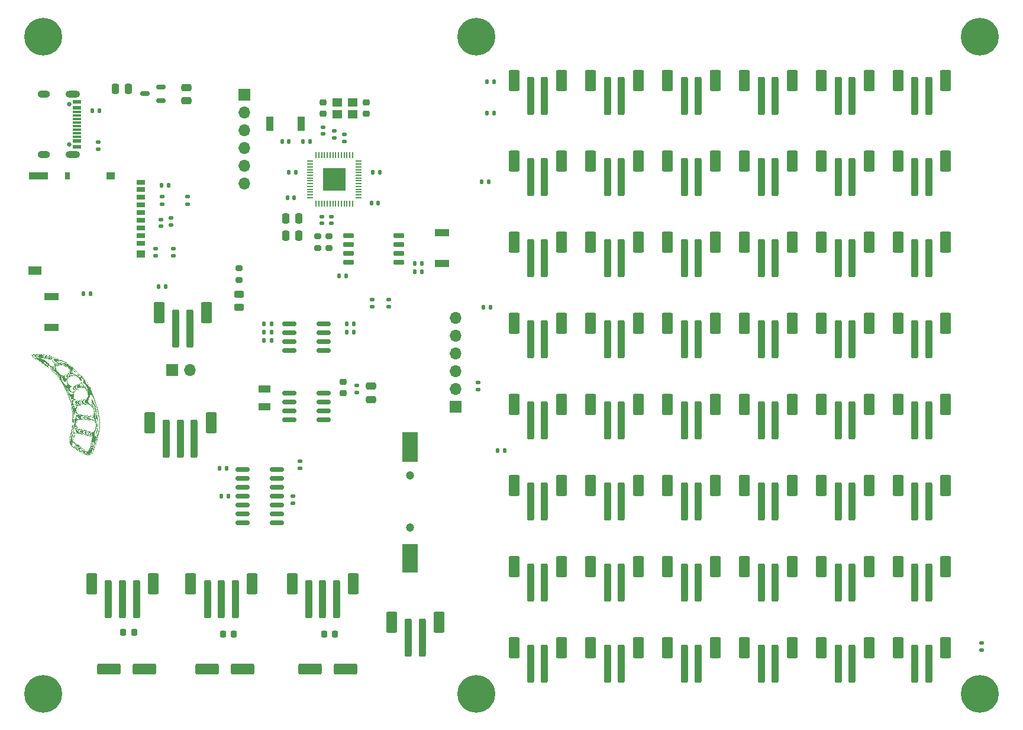
<source format=gbr>
%TF.GenerationSoftware,KiCad,Pcbnew,8.0.9-8.0.9-0~ubuntu22.04.1*%
%TF.CreationDate,2025-08-02T16:06:56-04:00*%
%TF.ProjectId,task-controller,7461736b-2d63-46f6-9e74-726f6c6c6572,rev?*%
%TF.SameCoordinates,Original*%
%TF.FileFunction,Soldermask,Top*%
%TF.FilePolarity,Negative*%
%FSLAX46Y46*%
G04 Gerber Fmt 4.6, Leading zero omitted, Abs format (unit mm)*
G04 Created by KiCad (PCBNEW 8.0.9-8.0.9-0~ubuntu22.04.1) date 2025-08-02 16:06:56*
%MOMM*%
%LPD*%
G01*
G04 APERTURE LIST*
G04 Aperture macros list*
%AMRoundRect*
0 Rectangle with rounded corners*
0 $1 Rounding radius*
0 $2 $3 $4 $5 $6 $7 $8 $9 X,Y pos of 4 corners*
0 Add a 4 corners polygon primitive as box body*
4,1,4,$2,$3,$4,$5,$6,$7,$8,$9,$2,$3,0*
0 Add four circle primitives for the rounded corners*
1,1,$1+$1,$2,$3*
1,1,$1+$1,$4,$5*
1,1,$1+$1,$6,$7*
1,1,$1+$1,$8,$9*
0 Add four rect primitives between the rounded corners*
20,1,$1+$1,$2,$3,$4,$5,0*
20,1,$1+$1,$4,$5,$6,$7,0*
20,1,$1+$1,$6,$7,$8,$9,0*
20,1,$1+$1,$8,$9,$2,$3,0*%
G04 Aperture macros list end*
%ADD10C,0.000000*%
%ADD11RoundRect,0.250000X0.475000X-0.250000X0.475000X0.250000X-0.475000X0.250000X-0.475000X-0.250000X0*%
%ADD12RoundRect,0.150000X-0.825000X-0.150000X0.825000X-0.150000X0.825000X0.150000X-0.825000X0.150000X0*%
%ADD13R,1.700000X1.700000*%
%ADD14O,1.700000X1.700000*%
%ADD15C,3.100000*%
%ADD16C,5.400000*%
%ADD17RoundRect,0.250000X-0.250000X-2.500000X0.250000X-2.500000X0.250000X2.500000X-0.250000X2.500000X0*%
%ADD18RoundRect,0.250000X-0.550000X-1.250000X0.550000X-1.250000X0.550000X1.250000X-0.550000X1.250000X0*%
%ADD19RoundRect,0.135000X-0.135000X-0.185000X0.135000X-0.185000X0.135000X0.185000X-0.135000X0.185000X0*%
%ADD20RoundRect,0.135000X-0.185000X0.135000X-0.185000X-0.135000X0.185000X-0.135000X0.185000X0.135000X0*%
%ADD21RoundRect,0.200000X-0.275000X0.200000X-0.275000X-0.200000X0.275000X-0.200000X0.275000X0.200000X0*%
%ADD22C,0.650000*%
%ADD23R,1.240000X0.600000*%
%ADD24R,1.240000X0.300000*%
%ADD25O,2.100000X1.000000*%
%ADD26O,1.800000X1.000000*%
%ADD27RoundRect,0.135000X0.135000X0.185000X-0.135000X0.185000X-0.135000X-0.185000X0.135000X-0.185000X0*%
%ADD28RoundRect,0.150000X0.512500X0.150000X-0.512500X0.150000X-0.512500X-0.150000X0.512500X-0.150000X0*%
%ADD29RoundRect,0.140000X-0.140000X-0.170000X0.140000X-0.170000X0.140000X0.170000X-0.140000X0.170000X0*%
%ADD30RoundRect,0.140000X0.140000X0.170000X-0.140000X0.170000X-0.140000X-0.170000X0.140000X-0.170000X0*%
%ADD31R,1.200000X0.700000*%
%ADD32R,0.800000X1.000000*%
%ADD33R,1.200000X1.000000*%
%ADD34R,2.800000X1.000000*%
%ADD35R,1.900000X1.300000*%
%ADD36RoundRect,0.135000X0.185000X-0.135000X0.185000X0.135000X-0.185000X0.135000X-0.185000X-0.135000X0*%
%ADD37RoundRect,0.250000X-1.412500X-0.550000X1.412500X-0.550000X1.412500X0.550000X-1.412500X0.550000X0*%
%ADD38RoundRect,0.225000X0.250000X-0.225000X0.250000X0.225000X-0.250000X0.225000X-0.250000X-0.225000X0*%
%ADD39RoundRect,0.250000X-0.250000X-0.475000X0.250000X-0.475000X0.250000X0.475000X-0.250000X0.475000X0*%
%ADD40RoundRect,0.243750X0.456250X-0.243750X0.456250X0.243750X-0.456250X0.243750X-0.456250X-0.243750X0*%
%ADD41RoundRect,0.140000X-0.170000X0.140000X-0.170000X-0.140000X0.170000X-0.140000X0.170000X0.140000X0*%
%ADD42RoundRect,0.050000X0.387500X0.050000X-0.387500X0.050000X-0.387500X-0.050000X0.387500X-0.050000X0*%
%ADD43RoundRect,0.050000X0.050000X0.387500X-0.050000X0.387500X-0.050000X-0.387500X0.050000X-0.387500X0*%
%ADD44R,3.200000X3.200000*%
%ADD45R,2.000000X1.050000*%
%ADD46RoundRect,0.225000X-0.225000X-0.250000X0.225000X-0.250000X0.225000X0.250000X-0.225000X0.250000X0*%
%ADD47R,1.400000X1.200000*%
%ADD48RoundRect,0.150000X0.650000X0.150000X-0.650000X0.150000X-0.650000X-0.150000X0.650000X-0.150000X0*%
%ADD49R,1.800000X1.000000*%
%ADD50RoundRect,0.140000X0.170000X-0.140000X0.170000X0.140000X-0.170000X0.140000X-0.170000X-0.140000X0*%
%ADD51RoundRect,0.225000X-0.250000X0.225000X-0.250000X-0.225000X0.250000X-0.225000X0.250000X0.225000X0*%
%ADD52C,1.200000*%
%ADD53R,2.300000X4.350000*%
%ADD54R,2.300000X4.040000*%
%ADD55R,1.050000X2.000000*%
G04 APERTURE END LIST*
D10*
%TO.C,G1*%
G36*
X1371098Y-48759494D02*
G01*
X1369309Y-48761283D01*
X1367521Y-48759494D01*
X1369309Y-48757706D01*
X1371098Y-48759494D01*
G37*
G36*
X1381831Y-48509072D02*
G01*
X1380042Y-48510861D01*
X1378253Y-48509072D01*
X1380042Y-48507283D01*
X1381831Y-48509072D01*
G37*
G36*
X1456957Y-48848931D02*
G01*
X1455169Y-48850720D01*
X1453380Y-48848931D01*
X1455169Y-48847142D01*
X1456957Y-48848931D01*
G37*
G36*
X1539239Y-48441100D02*
G01*
X1537450Y-48442889D01*
X1535662Y-48441100D01*
X1537450Y-48439311D01*
X1539239Y-48441100D01*
G37*
G36*
X1625098Y-48441100D02*
G01*
X1623309Y-48442889D01*
X1621521Y-48441100D01*
X1623309Y-48439311D01*
X1625098Y-48441100D01*
G37*
G36*
X1700225Y-48906170D02*
G01*
X1698436Y-48907959D01*
X1696648Y-48906170D01*
X1698436Y-48904382D01*
X1700225Y-48906170D01*
G37*
G36*
X1739577Y-48927635D02*
G01*
X1737788Y-48929424D01*
X1736000Y-48927635D01*
X1737788Y-48925846D01*
X1739577Y-48927635D01*
G37*
G36*
X1743155Y-48426790D02*
G01*
X1741366Y-48428579D01*
X1739577Y-48426790D01*
X1741366Y-48425001D01*
X1743155Y-48426790D01*
G37*
G36*
X1757464Y-48423213D02*
G01*
X1755676Y-48425001D01*
X1753887Y-48423213D01*
X1755676Y-48421424D01*
X1757464Y-48423213D01*
G37*
G36*
X1757464Y-48931213D02*
G01*
X1755676Y-48933001D01*
X1753887Y-48931213D01*
X1755676Y-48929424D01*
X1757464Y-48931213D01*
G37*
G36*
X1764619Y-48938368D02*
G01*
X1762831Y-48940156D01*
X1761042Y-48938368D01*
X1762831Y-48936579D01*
X1764619Y-48938368D01*
G37*
G36*
X1775352Y-48941945D02*
G01*
X1773563Y-48943734D01*
X1771774Y-48941945D01*
X1773563Y-48940156D01*
X1775352Y-48941945D01*
G37*
G36*
X1782507Y-48645015D02*
G01*
X1780718Y-48646804D01*
X1778929Y-48645015D01*
X1780718Y-48643227D01*
X1782507Y-48645015D01*
G37*
G36*
X1886253Y-48641438D02*
G01*
X1884464Y-48643227D01*
X1882676Y-48641438D01*
X1884464Y-48639649D01*
X1886253Y-48641438D01*
G37*
G36*
X1896986Y-48641438D02*
G01*
X1895197Y-48643227D01*
X1893408Y-48641438D01*
X1895197Y-48639649D01*
X1896986Y-48641438D01*
G37*
G36*
X1896986Y-49206677D02*
G01*
X1895197Y-49208466D01*
X1893408Y-49206677D01*
X1895197Y-49204889D01*
X1896986Y-49206677D01*
G37*
G36*
X1929183Y-48780959D02*
G01*
X1927394Y-48782748D01*
X1925605Y-48780959D01*
X1927394Y-48779170D01*
X1929183Y-48780959D01*
G37*
G36*
X1979267Y-48777382D02*
G01*
X1977479Y-48779170D01*
X1975690Y-48777382D01*
X1977479Y-48775593D01*
X1979267Y-48777382D01*
G37*
G36*
X1982845Y-48784537D02*
G01*
X1981056Y-48786325D01*
X1979267Y-48784537D01*
X1981056Y-48782748D01*
X1982845Y-48784537D01*
G37*
G36*
X1986422Y-48802424D02*
G01*
X1984633Y-48804213D01*
X1982845Y-48802424D01*
X1984633Y-48800635D01*
X1986422Y-48802424D01*
G37*
G36*
X2100901Y-48963410D02*
G01*
X2099112Y-48965199D01*
X2097324Y-48963410D01*
X2099112Y-48961621D01*
X2100901Y-48963410D01*
G37*
G36*
X2186760Y-48952677D02*
G01*
X2184971Y-48954466D01*
X2183183Y-48952677D01*
X2184971Y-48950889D01*
X2186760Y-48952677D01*
G37*
G36*
X2201070Y-48956255D02*
G01*
X2199281Y-48958044D01*
X2197493Y-48956255D01*
X2199281Y-48954466D01*
X2201070Y-48956255D01*
G37*
G36*
X2208225Y-49392706D02*
G01*
X2206436Y-49394494D01*
X2204648Y-49392706D01*
X2206436Y-49390917D01*
X2208225Y-49392706D01*
G37*
G36*
X2276197Y-48405325D02*
G01*
X2274408Y-48407114D01*
X2272619Y-48405325D01*
X2274408Y-48403537D01*
X2276197Y-48405325D01*
G37*
G36*
X2283352Y-48405325D02*
G01*
X2281563Y-48407114D01*
X2279774Y-48405325D01*
X2281563Y-48403537D01*
X2283352Y-48405325D01*
G37*
G36*
X2333436Y-49460677D02*
G01*
X2331648Y-49462466D01*
X2329859Y-49460677D01*
X2331648Y-49458889D01*
X2333436Y-49460677D01*
G37*
G36*
X2351324Y-48752339D02*
G01*
X2349535Y-48754128D01*
X2347746Y-48752339D01*
X2349535Y-48750551D01*
X2351324Y-48752339D01*
G37*
G36*
X2372788Y-48416058D02*
G01*
X2371000Y-48417846D01*
X2369211Y-48416058D01*
X2371000Y-48414269D01*
X2372788Y-48416058D01*
G37*
G36*
X2383521Y-49321156D02*
G01*
X2381732Y-49322945D01*
X2379943Y-49321156D01*
X2381732Y-49319368D01*
X2383521Y-49321156D01*
G37*
G36*
X2422873Y-49349776D02*
G01*
X2421084Y-49351565D01*
X2419295Y-49349776D01*
X2421084Y-49347987D01*
X2422873Y-49349776D01*
G37*
G36*
X2422873Y-49517917D02*
G01*
X2421084Y-49519706D01*
X2419295Y-49517917D01*
X2421084Y-49516128D01*
X2422873Y-49517917D01*
G37*
G36*
X2458648Y-49539382D02*
G01*
X2456859Y-49541170D01*
X2455070Y-49539382D01*
X2456859Y-49537593D01*
X2458648Y-49539382D01*
G37*
G36*
X2465802Y-49542959D02*
G01*
X2464014Y-49544748D01*
X2462225Y-49542959D01*
X2464014Y-49541170D01*
X2465802Y-49542959D01*
G37*
G36*
X2501577Y-49564424D02*
G01*
X2499788Y-49566213D01*
X2498000Y-49564424D01*
X2499788Y-49562635D01*
X2501577Y-49564424D01*
G37*
G36*
X2515887Y-49564424D02*
G01*
X2514098Y-49566213D01*
X2512309Y-49564424D01*
X2514098Y-49562635D01*
X2515887Y-49564424D01*
G37*
G36*
X2526619Y-48419635D02*
G01*
X2524831Y-48421424D01*
X2523042Y-48419635D01*
X2524831Y-48417846D01*
X2526619Y-48419635D01*
G37*
G36*
X2540929Y-48419635D02*
G01*
X2539140Y-48421424D01*
X2537352Y-48419635D01*
X2539140Y-48417846D01*
X2540929Y-48419635D01*
G37*
G36*
X2565971Y-49396283D02*
G01*
X2564183Y-49398072D01*
X2562394Y-49396283D01*
X2564183Y-49394494D01*
X2565971Y-49396283D01*
G37*
G36*
X2573126Y-49002762D02*
G01*
X2571338Y-49004551D01*
X2569549Y-49002762D01*
X2571338Y-49000973D01*
X2573126Y-49002762D01*
G37*
G36*
X2587436Y-49002762D02*
G01*
X2585648Y-49004551D01*
X2583859Y-49002762D01*
X2585648Y-49000973D01*
X2587436Y-49002762D01*
G37*
G36*
X2598169Y-49421325D02*
G01*
X2596380Y-49423114D01*
X2594591Y-49421325D01*
X2596380Y-49419537D01*
X2598169Y-49421325D01*
G37*
G36*
X2605324Y-49002762D02*
G01*
X2603535Y-49004551D01*
X2601746Y-49002762D01*
X2603535Y-49000973D01*
X2605324Y-49002762D01*
G37*
G36*
X2608901Y-49428480D02*
G01*
X2607112Y-49430269D01*
X2605324Y-49428480D01*
X2607112Y-49426692D01*
X2608901Y-49428480D01*
G37*
G36*
X2616056Y-49006339D02*
G01*
X2614267Y-49008128D01*
X2612479Y-49006339D01*
X2614267Y-49004551D01*
X2616056Y-49006339D01*
G37*
G36*
X2648253Y-48702255D02*
G01*
X2646464Y-48704044D01*
X2644676Y-48702255D01*
X2646464Y-48700466D01*
X2648253Y-48702255D01*
G37*
G36*
X2684028Y-49474987D02*
G01*
X2682239Y-49476776D01*
X2680450Y-49474987D01*
X2682239Y-49473199D01*
X2684028Y-49474987D01*
G37*
G36*
X2755577Y-49017072D02*
G01*
X2753788Y-49018861D01*
X2752000Y-49017072D01*
X2753788Y-49015283D01*
X2755577Y-49017072D01*
G37*
G36*
X2816394Y-49027804D02*
G01*
X2814605Y-49029593D01*
X2812817Y-49027804D01*
X2814605Y-49026015D01*
X2816394Y-49027804D01*
G37*
G36*
X2887943Y-49038537D02*
G01*
X2886155Y-49040325D01*
X2884366Y-49038537D01*
X2886155Y-49036748D01*
X2887943Y-49038537D01*
G37*
G36*
X2927295Y-48444677D02*
G01*
X2925507Y-48446466D01*
X2923718Y-48444677D01*
X2925507Y-48442889D01*
X2927295Y-48444677D01*
G37*
G36*
X2959493Y-49546537D02*
G01*
X2957704Y-49548325D01*
X2955915Y-49546537D01*
X2957704Y-49544748D01*
X2959493Y-49546537D01*
G37*
G36*
X2963070Y-49854199D02*
G01*
X2961281Y-49855987D01*
X2959493Y-49854199D01*
X2961281Y-49852410D01*
X2963070Y-49854199D01*
G37*
G36*
X3081126Y-49593044D02*
G01*
X3079338Y-49594832D01*
X3077549Y-49593044D01*
X3079338Y-49591255D01*
X3081126Y-49593044D01*
G37*
G36*
X3113324Y-49961523D02*
G01*
X3111535Y-49963311D01*
X3109746Y-49961523D01*
X3111535Y-49959734D01*
X3113324Y-49961523D01*
G37*
G36*
X3131211Y-49689635D02*
G01*
X3129422Y-49691424D01*
X3127633Y-49689635D01*
X3129422Y-49687846D01*
X3131211Y-49689635D01*
G37*
G36*
X3138366Y-49979410D02*
G01*
X3136577Y-49981199D01*
X3134788Y-49979410D01*
X3136577Y-49977621D01*
X3138366Y-49979410D01*
G37*
G36*
X3156253Y-49610931D02*
G01*
X3154464Y-49612720D01*
X3152676Y-49610931D01*
X3154464Y-49609142D01*
X3156253Y-49610931D01*
G37*
G36*
X3163408Y-49997297D02*
G01*
X3161619Y-49999086D01*
X3159831Y-49997297D01*
X3161619Y-49995508D01*
X3163408Y-49997297D01*
G37*
G36*
X3166986Y-49628818D02*
G01*
X3165197Y-49630607D01*
X3163408Y-49628818D01*
X3165197Y-49627030D01*
X3166986Y-49628818D01*
G37*
G36*
X3177718Y-50008030D02*
G01*
X3175929Y-50009818D01*
X3174140Y-50008030D01*
X3175929Y-50006241D01*
X3177718Y-50008030D01*
G37*
G36*
X3188450Y-49746875D02*
G01*
X3186662Y-49748663D01*
X3184873Y-49746875D01*
X3186662Y-49745086D01*
X3188450Y-49746875D01*
G37*
G36*
X3195605Y-49754030D02*
G01*
X3193817Y-49755818D01*
X3192028Y-49754030D01*
X3193817Y-49752241D01*
X3195605Y-49754030D01*
G37*
G36*
X3202760Y-50025917D02*
G01*
X3200971Y-50027706D01*
X3199183Y-50025917D01*
X3200971Y-50024128D01*
X3202760Y-50025917D01*
G37*
G36*
X3220648Y-49775494D02*
G01*
X3218859Y-49777283D01*
X3217070Y-49775494D01*
X3218859Y-49773706D01*
X3220648Y-49775494D01*
G37*
G36*
X3242112Y-49546537D02*
G01*
X3240324Y-49548325D01*
X3238535Y-49546537D01*
X3240324Y-49544748D01*
X3242112Y-49546537D01*
G37*
G36*
X3242112Y-49582311D02*
G01*
X3240324Y-49584100D01*
X3238535Y-49582311D01*
X3240324Y-49580523D01*
X3242112Y-49582311D01*
G37*
G36*
X3242112Y-49793382D02*
G01*
X3240324Y-49795170D01*
X3238535Y-49793382D01*
X3240324Y-49791593D01*
X3242112Y-49793382D01*
G37*
G36*
X3245690Y-49829156D02*
G01*
X3243901Y-49830945D01*
X3242112Y-49829156D01*
X3243901Y-49827368D01*
X3245690Y-49829156D01*
G37*
G36*
X3252845Y-50061692D02*
G01*
X3251056Y-50063480D01*
X3249267Y-50061692D01*
X3251056Y-50059903D01*
X3252845Y-50061692D01*
G37*
G36*
X3263577Y-49650283D02*
G01*
X3261788Y-49652072D01*
X3260000Y-49650283D01*
X3261788Y-49648494D01*
X3263577Y-49650283D01*
G37*
G36*
X3317239Y-49643128D02*
G01*
X3315450Y-49644917D01*
X3313662Y-49643128D01*
X3315450Y-49641339D01*
X3317239Y-49643128D01*
G37*
G36*
X3353014Y-48698677D02*
G01*
X3351225Y-48700466D01*
X3349436Y-48698677D01*
X3351225Y-48696889D01*
X3353014Y-48698677D01*
G37*
G36*
X3360169Y-49095776D02*
G01*
X3358380Y-49097565D01*
X3356591Y-49095776D01*
X3358380Y-49093987D01*
X3360169Y-49095776D01*
G37*
G36*
X3453183Y-49110086D02*
G01*
X3451394Y-49111875D01*
X3449605Y-49110086D01*
X3451394Y-49108297D01*
X3453183Y-49110086D01*
G37*
G36*
X3524732Y-48494762D02*
G01*
X3522943Y-48496551D01*
X3521155Y-48494762D01*
X3522943Y-48492973D01*
X3524732Y-48494762D01*
G37*
G36*
X3553352Y-48501917D02*
G01*
X3551563Y-48503706D01*
X3549774Y-48501917D01*
X3551563Y-48500128D01*
X3553352Y-48501917D01*
G37*
G36*
X3628478Y-49864931D02*
G01*
X3626690Y-49866720D01*
X3624901Y-49864931D01*
X3626690Y-49863142D01*
X3628478Y-49864931D01*
G37*
G36*
X3682140Y-49864931D02*
G01*
X3680352Y-49866720D01*
X3678563Y-49864931D01*
X3680352Y-49863142D01*
X3682140Y-49864931D01*
G37*
G36*
X3682140Y-49975832D02*
G01*
X3680352Y-49977621D01*
X3678563Y-49975832D01*
X3680352Y-49974044D01*
X3682140Y-49975832D01*
G37*
G36*
X3692873Y-49986565D02*
G01*
X3691084Y-49988354D01*
X3689295Y-49986565D01*
X3691084Y-49984776D01*
X3692873Y-49986565D01*
G37*
G36*
X3746535Y-49915015D02*
G01*
X3744746Y-49916804D01*
X3742957Y-49915015D01*
X3744746Y-49913227D01*
X3746535Y-49915015D01*
G37*
G36*
X3868169Y-50476677D02*
G01*
X3866380Y-50478466D01*
X3864591Y-50476677D01*
X3866380Y-50474889D01*
X3868169Y-50476677D01*
G37*
G36*
X3875324Y-50090311D02*
G01*
X3873535Y-50092100D01*
X3871746Y-50090311D01*
X3873535Y-50088523D01*
X3875324Y-50090311D01*
G37*
G36*
X3878901Y-48931213D02*
G01*
X3877112Y-48933001D01*
X3875324Y-48931213D01*
X3877112Y-48929424D01*
X3878901Y-48931213D01*
G37*
G36*
X3889633Y-49231720D02*
G01*
X3887845Y-49233508D01*
X3886056Y-49231720D01*
X3887845Y-49229931D01*
X3889633Y-49231720D01*
G37*
G36*
X3896788Y-49235297D02*
G01*
X3895000Y-49237086D01*
X3893211Y-49235297D01*
X3895000Y-49233508D01*
X3896788Y-49235297D01*
G37*
G36*
X3900366Y-48949100D02*
G01*
X3898577Y-48950889D01*
X3896788Y-48949100D01*
X3898577Y-48947311D01*
X3900366Y-48949100D01*
G37*
G36*
X3914676Y-48845354D02*
G01*
X3912887Y-48847142D01*
X3911098Y-48845354D01*
X3912887Y-48843565D01*
X3914676Y-48845354D01*
G37*
G36*
X3957605Y-50194058D02*
G01*
X3955817Y-50195846D01*
X3954028Y-50194058D01*
X3955817Y-50192269D01*
X3957605Y-50194058D01*
G37*
G36*
X3957605Y-50480255D02*
G01*
X3955817Y-50482044D01*
X3954028Y-50480255D01*
X3955817Y-50478466D01*
X3957605Y-50480255D01*
G37*
G36*
X3961183Y-49854199D02*
G01*
X3959394Y-49855987D01*
X3957605Y-49854199D01*
X3959394Y-49852410D01*
X3961183Y-49854199D01*
G37*
G36*
X3964760Y-50487410D02*
G01*
X3962971Y-50489199D01*
X3961183Y-50487410D01*
X3962971Y-50485621D01*
X3964760Y-50487410D01*
G37*
G36*
X3982648Y-50126086D02*
G01*
X3980859Y-50127875D01*
X3979070Y-50126086D01*
X3980859Y-50124297D01*
X3982648Y-50126086D01*
G37*
G36*
X3986225Y-48623551D02*
G01*
X3984436Y-48625339D01*
X3982648Y-48623551D01*
X3984436Y-48621762D01*
X3986225Y-48623551D01*
G37*
G36*
X4011267Y-50169015D02*
G01*
X4009479Y-50170804D01*
X4007690Y-50169015D01*
X4009479Y-50167227D01*
X4011267Y-50169015D01*
G37*
G36*
X4022000Y-48648593D02*
G01*
X4020211Y-48650382D01*
X4018422Y-48648593D01*
X4020211Y-48646804D01*
X4022000Y-48648593D01*
G37*
G36*
X4022000Y-50158283D02*
G01*
X4020211Y-50160072D01*
X4018422Y-50158283D01*
X4020211Y-50156494D01*
X4022000Y-50158283D01*
G37*
G36*
X4036309Y-48970565D02*
G01*
X4034521Y-48972353D01*
X4032732Y-48970565D01*
X4034521Y-48968776D01*
X4036309Y-48970565D01*
G37*
G36*
X4047042Y-50401551D02*
G01*
X4045253Y-50403339D01*
X4043464Y-50401551D01*
X4045253Y-50399762D01*
X4047042Y-50401551D01*
G37*
G36*
X4054197Y-50569692D02*
G01*
X4052408Y-50571480D01*
X4050619Y-50569692D01*
X4052408Y-50567903D01*
X4054197Y-50569692D01*
G37*
G36*
X4061352Y-50576846D02*
G01*
X4059563Y-50578635D01*
X4057774Y-50576846D01*
X4059563Y-50575058D01*
X4061352Y-50576846D01*
G37*
G36*
X4111436Y-50430170D02*
G01*
X4109648Y-50431959D01*
X4107859Y-50430170D01*
X4109648Y-50428382D01*
X4111436Y-50430170D01*
G37*
G36*
X4115014Y-48687945D02*
G01*
X4113225Y-48689734D01*
X4111436Y-48687945D01*
X4113225Y-48686156D01*
X4115014Y-48687945D01*
G37*
G36*
X4125746Y-48691523D02*
G01*
X4123957Y-48693311D01*
X4122169Y-48691523D01*
X4123957Y-48689734D01*
X4125746Y-48691523D01*
G37*
G36*
X4136479Y-48695100D02*
G01*
X4134690Y-48696889D01*
X4132901Y-48695100D01*
X4134690Y-48693311D01*
X4136479Y-48695100D01*
G37*
G36*
X4147211Y-48698677D02*
G01*
X4145422Y-48700466D01*
X4143633Y-48698677D01*
X4145422Y-48696889D01*
X4147211Y-48698677D01*
G37*
G36*
X4175831Y-50072424D02*
G01*
X4174042Y-50074213D01*
X4172253Y-50072424D01*
X4174042Y-50070635D01*
X4175831Y-50072424D01*
G37*
G36*
X4193718Y-49378396D02*
G01*
X4191929Y-49380184D01*
X4190140Y-49378396D01*
X4191929Y-49376607D01*
X4193718Y-49378396D01*
G37*
G36*
X4222338Y-49381973D02*
G01*
X4220549Y-49383762D01*
X4218760Y-49381973D01*
X4220549Y-49380184D01*
X4222338Y-49381973D01*
G37*
G36*
X4233070Y-49389128D02*
G01*
X4231281Y-49390917D01*
X4229493Y-49389128D01*
X4231281Y-49387339D01*
X4233070Y-49389128D01*
G37*
G36*
X4290309Y-49442790D02*
G01*
X4288521Y-49444579D01*
X4286732Y-49442790D01*
X4288521Y-49441001D01*
X4290309Y-49442790D01*
G37*
G36*
X4301042Y-49449945D02*
G01*
X4299253Y-49451734D01*
X4297464Y-49449945D01*
X4299253Y-49448156D01*
X4301042Y-49449945D01*
G37*
G36*
X4304619Y-49439213D02*
G01*
X4302831Y-49441001D01*
X4301042Y-49439213D01*
X4302831Y-49437424D01*
X4304619Y-49439213D01*
G37*
G36*
X4311774Y-49457100D02*
G01*
X4309986Y-49458889D01*
X4308197Y-49457100D01*
X4309986Y-49455311D01*
X4311774Y-49457100D01*
G37*
G36*
X4326084Y-49467832D02*
G01*
X4324295Y-49469621D01*
X4322507Y-49467832D01*
X4324295Y-49466044D01*
X4326084Y-49467832D01*
G37*
G36*
X4333239Y-50394396D02*
G01*
X4331450Y-50396184D01*
X4329662Y-50394396D01*
X4331450Y-50392607D01*
X4333239Y-50394396D01*
G37*
G36*
X4336817Y-49478565D02*
G01*
X4335028Y-49480354D01*
X4333239Y-49478565D01*
X4335028Y-49476776D01*
X4336817Y-49478565D01*
G37*
G36*
X4340394Y-49485720D02*
G01*
X4338605Y-49487508D01*
X4336817Y-49485720D01*
X4338605Y-49483931D01*
X4340394Y-49485720D01*
G37*
G36*
X4358281Y-49496452D02*
G01*
X4356493Y-49498241D01*
X4354704Y-49496452D01*
X4356493Y-49494663D01*
X4358281Y-49496452D01*
G37*
G36*
X4369014Y-49510762D02*
G01*
X4367225Y-49512551D01*
X4365436Y-49510762D01*
X4367225Y-49508973D01*
X4369014Y-49510762D01*
G37*
G36*
X4372591Y-50351466D02*
G01*
X4370802Y-50353255D01*
X4369014Y-50351466D01*
X4370802Y-50349677D01*
X4372591Y-50351466D01*
G37*
G36*
X4386901Y-49525072D02*
G01*
X4385112Y-49526861D01*
X4383324Y-49525072D01*
X4385112Y-49523283D01*
X4386901Y-49525072D01*
G37*
G36*
X4390479Y-50344311D02*
G01*
X4388690Y-50346100D01*
X4386901Y-50344311D01*
X4388690Y-50342523D01*
X4390479Y-50344311D01*
G37*
G36*
X4433408Y-50129663D02*
G01*
X4431619Y-50131452D01*
X4429831Y-50129663D01*
X4431619Y-50127875D01*
X4433408Y-50129663D01*
G37*
G36*
X4436986Y-50365776D02*
G01*
X4435197Y-50367565D01*
X4433408Y-50365776D01*
X4435197Y-50363987D01*
X4436986Y-50365776D01*
G37*
G36*
X4440563Y-50136818D02*
G01*
X4438774Y-50138607D01*
X4436986Y-50136818D01*
X4438774Y-50135030D01*
X4440563Y-50136818D01*
G37*
G36*
X4444140Y-50129663D02*
G01*
X4442352Y-50131452D01*
X4440563Y-50129663D01*
X4442352Y-50127875D01*
X4444140Y-50129663D01*
G37*
G36*
X4444140Y-50372931D02*
G01*
X4442352Y-50374720D01*
X4440563Y-50372931D01*
X4442352Y-50371142D01*
X4444140Y-50372931D01*
G37*
G36*
X4462028Y-50390818D02*
G01*
X4460239Y-50392607D01*
X4458450Y-50390818D01*
X4460239Y-50389030D01*
X4462028Y-50390818D01*
G37*
G36*
X4519267Y-50344311D02*
G01*
X4517478Y-50346100D01*
X4515690Y-50344311D01*
X4517478Y-50342523D01*
X4519267Y-50344311D01*
G37*
G36*
X4537155Y-51092001D02*
G01*
X4535366Y-51093790D01*
X4533577Y-51092001D01*
X4535366Y-51090213D01*
X4537155Y-51092001D01*
G37*
G36*
X4547887Y-49775494D02*
G01*
X4546098Y-49777283D01*
X4544309Y-49775494D01*
X4546098Y-49773706D01*
X4547887Y-49775494D01*
G37*
G36*
X4551464Y-49782649D02*
G01*
X4549676Y-49784438D01*
X4547887Y-49782649D01*
X4549676Y-49780861D01*
X4551464Y-49782649D01*
G37*
G36*
X4583662Y-48884706D02*
G01*
X4581873Y-48886494D01*
X4580084Y-48884706D01*
X4581873Y-48882917D01*
X4583662Y-48884706D01*
G37*
G36*
X4590817Y-48888283D02*
G01*
X4589028Y-48890072D01*
X4587239Y-48888283D01*
X4589028Y-48886494D01*
X4590817Y-48888283D01*
G37*
G36*
X4619436Y-48899015D02*
G01*
X4617648Y-48900804D01*
X4615859Y-48899015D01*
X4617648Y-48897227D01*
X4619436Y-48899015D01*
G37*
G36*
X4662366Y-51238677D02*
G01*
X4660577Y-51240466D01*
X4658788Y-51238677D01*
X4660577Y-51236889D01*
X4662366Y-51238677D01*
G37*
G36*
X4673098Y-51249410D02*
G01*
X4671309Y-51251199D01*
X4669521Y-51249410D01*
X4671309Y-51247621D01*
X4673098Y-51249410D01*
G37*
G36*
X4712450Y-50691325D02*
G01*
X4710662Y-50693114D01*
X4708873Y-50691325D01*
X4710662Y-50689537D01*
X4712450Y-50691325D01*
G37*
G36*
X4769690Y-51353156D02*
G01*
X4767901Y-51354945D01*
X4766112Y-51353156D01*
X4767901Y-51351368D01*
X4769690Y-51353156D01*
G37*
G36*
X4823352Y-50043804D02*
G01*
X4821563Y-50045593D01*
X4819774Y-50043804D01*
X4821563Y-50042015D01*
X4823352Y-50043804D01*
G37*
G36*
X4912788Y-50591156D02*
G01*
X4911000Y-50592945D01*
X4909211Y-50591156D01*
X4911000Y-50589368D01*
X4912788Y-50591156D01*
G37*
G36*
X4916366Y-50601889D02*
G01*
X4914577Y-50603677D01*
X4912788Y-50601889D01*
X4914577Y-50600100D01*
X4916366Y-50601889D01*
G37*
G36*
X4916366Y-50626931D02*
G01*
X4914577Y-50628720D01*
X4912788Y-50626931D01*
X4914577Y-50625142D01*
X4916366Y-50626931D01*
G37*
G36*
X4923521Y-50619776D02*
G01*
X4921732Y-50621565D01*
X4919943Y-50619776D01*
X4921732Y-50617987D01*
X4923521Y-50619776D01*
G37*
G36*
X4930676Y-49596621D02*
G01*
X4928887Y-49598410D01*
X4927098Y-49596621D01*
X4928887Y-49594832D01*
X4930676Y-49596621D01*
G37*
G36*
X4944986Y-49610931D02*
G01*
X4943197Y-49612720D01*
X4941408Y-49610931D01*
X4943197Y-49609142D01*
X4944986Y-49610931D01*
G37*
G36*
X4952140Y-49610931D02*
G01*
X4950352Y-49612720D01*
X4948563Y-49610931D01*
X4950352Y-49609142D01*
X4952140Y-49610931D01*
G37*
G36*
X4959295Y-49020649D02*
G01*
X4957507Y-49022438D01*
X4955718Y-49020649D01*
X4957507Y-49018861D01*
X4959295Y-49020649D01*
G37*
G36*
X4959295Y-50272762D02*
G01*
X4957507Y-50274551D01*
X4955718Y-50272762D01*
X4957507Y-50270973D01*
X4959295Y-50272762D01*
G37*
G36*
X4970028Y-49013494D02*
G01*
X4968239Y-49015283D01*
X4966450Y-49013494D01*
X4968239Y-49011706D01*
X4970028Y-49013494D01*
G37*
G36*
X4970028Y-49024227D02*
G01*
X4968239Y-49026015D01*
X4966450Y-49024227D01*
X4968239Y-49022438D01*
X4970028Y-49024227D01*
G37*
G36*
X4977183Y-49017072D02*
G01*
X4975394Y-49018861D01*
X4973605Y-49017072D01*
X4975394Y-49015283D01*
X4977183Y-49017072D01*
G37*
G36*
X4980760Y-49027804D02*
G01*
X4978971Y-49029593D01*
X4977183Y-49027804D01*
X4978971Y-49026015D01*
X4980760Y-49027804D01*
G37*
G36*
X5012957Y-49038537D02*
G01*
X5011169Y-49040325D01*
X5009380Y-49038537D01*
X5011169Y-49036748D01*
X5012957Y-49038537D01*
G37*
G36*
X5038000Y-49038537D02*
G01*
X5036211Y-49040325D01*
X5034422Y-49038537D01*
X5036211Y-49036748D01*
X5038000Y-49038537D01*
G37*
G36*
X5048732Y-49042114D02*
G01*
X5046943Y-49043903D01*
X5045155Y-49042114D01*
X5046943Y-49040325D01*
X5048732Y-49042114D01*
G37*
G36*
X5066619Y-49049269D02*
G01*
X5064831Y-49051058D01*
X5063042Y-49049269D01*
X5064831Y-49047480D01*
X5066619Y-49049269D01*
G37*
G36*
X5077352Y-49052846D02*
G01*
X5075563Y-49054635D01*
X5073774Y-49052846D01*
X5075563Y-49051058D01*
X5077352Y-49052846D01*
G37*
G36*
X5088084Y-49056424D02*
G01*
X5086295Y-49058213D01*
X5084507Y-49056424D01*
X5086295Y-49054635D01*
X5088084Y-49056424D01*
G37*
G36*
X5113126Y-49489297D02*
G01*
X5111338Y-49491086D01*
X5109549Y-49489297D01*
X5111338Y-49487508D01*
X5113126Y-49489297D01*
G37*
G36*
X5152479Y-49346199D02*
G01*
X5150690Y-49347987D01*
X5148901Y-49346199D01*
X5150690Y-49344410D01*
X5152479Y-49346199D01*
G37*
G36*
X5163211Y-50097466D02*
G01*
X5161422Y-50099255D01*
X5159633Y-50097466D01*
X5161422Y-50095677D01*
X5163211Y-50097466D01*
G37*
G36*
X5241915Y-49135128D02*
G01*
X5240126Y-49136917D01*
X5238338Y-49135128D01*
X5240126Y-49133339D01*
X5241915Y-49135128D01*
G37*
G36*
X5256225Y-51038339D02*
G01*
X5254436Y-51040128D01*
X5252648Y-51038339D01*
X5254436Y-51036551D01*
X5256225Y-51038339D01*
G37*
G36*
X5266957Y-49142283D02*
G01*
X5265169Y-49144072D01*
X5263380Y-49142283D01*
X5265169Y-49140494D01*
X5266957Y-49142283D01*
G37*
G36*
X5306309Y-49156593D02*
G01*
X5304521Y-49158382D01*
X5302732Y-49156593D01*
X5304521Y-49154804D01*
X5306309Y-49156593D01*
G37*
G36*
X5317042Y-49160170D02*
G01*
X5315253Y-49161959D01*
X5313464Y-49160170D01*
X5315253Y-49158382D01*
X5317042Y-49160170D01*
G37*
G36*
X5327774Y-49163748D02*
G01*
X5325986Y-49165537D01*
X5324197Y-49163748D01*
X5325986Y-49161959D01*
X5327774Y-49163748D01*
G37*
G36*
X5331352Y-50065269D02*
G01*
X5329563Y-50067058D01*
X5327774Y-50065269D01*
X5329563Y-50063480D01*
X5331352Y-50065269D01*
G37*
G36*
X5374281Y-50054537D02*
G01*
X5372493Y-50056325D01*
X5370704Y-50054537D01*
X5372493Y-50052748D01*
X5374281Y-50054537D01*
G37*
G36*
X5381436Y-50054537D02*
G01*
X5379648Y-50056325D01*
X5377859Y-50054537D01*
X5379648Y-50052748D01*
X5381436Y-50054537D01*
G37*
G36*
X5438676Y-51217213D02*
G01*
X5436887Y-51219001D01*
X5435098Y-51217213D01*
X5436887Y-51215424D01*
X5438676Y-51217213D01*
G37*
G36*
X5470873Y-49238875D02*
G01*
X5469084Y-49240663D01*
X5467295Y-49238875D01*
X5469084Y-49237086D01*
X5470873Y-49238875D01*
G37*
G36*
X5478028Y-51242255D02*
G01*
X5476239Y-51244044D01*
X5474450Y-51242255D01*
X5476239Y-51240466D01*
X5478028Y-51242255D01*
G37*
G36*
X5485183Y-51249410D02*
G01*
X5483394Y-51251199D01*
X5481605Y-51249410D01*
X5483394Y-51247621D01*
X5485183Y-51249410D01*
G37*
G36*
X5488760Y-49246030D02*
G01*
X5486971Y-49247818D01*
X5485183Y-49246030D01*
X5486971Y-49244241D01*
X5488760Y-49246030D01*
G37*
G36*
X5488760Y-51256565D02*
G01*
X5486971Y-51258353D01*
X5485183Y-51256565D01*
X5486971Y-51254776D01*
X5488760Y-51256565D01*
G37*
G36*
X5495915Y-51256565D02*
G01*
X5494126Y-51258353D01*
X5492338Y-51256565D01*
X5494126Y-51254776D01*
X5495915Y-51256565D01*
G37*
G36*
X5495915Y-51263720D02*
G01*
X5494126Y-51265508D01*
X5492338Y-51263720D01*
X5494126Y-51261931D01*
X5495915Y-51263720D01*
G37*
G36*
X5499493Y-49249607D02*
G01*
X5497704Y-49251396D01*
X5495915Y-49249607D01*
X5497704Y-49247818D01*
X5499493Y-49249607D01*
G37*
G36*
X5503070Y-51267297D02*
G01*
X5501281Y-51269086D01*
X5499493Y-51267297D01*
X5501281Y-51265508D01*
X5503070Y-51267297D01*
G37*
G36*
X5510225Y-49253184D02*
G01*
X5508436Y-49254973D01*
X5506648Y-49253184D01*
X5508436Y-49251396D01*
X5510225Y-49253184D01*
G37*
G36*
X5513802Y-51270875D02*
G01*
X5512014Y-51272663D01*
X5510225Y-51270875D01*
X5512014Y-51269086D01*
X5513802Y-51270875D01*
G37*
G36*
X5517380Y-49206677D02*
G01*
X5515591Y-49208466D01*
X5513802Y-49206677D01*
X5515591Y-49204889D01*
X5517380Y-49206677D01*
G37*
G36*
X5524535Y-51278030D02*
G01*
X5522746Y-51279818D01*
X5520957Y-51278030D01*
X5522746Y-51276241D01*
X5524535Y-51278030D01*
G37*
G36*
X5528112Y-49210255D02*
G01*
X5526324Y-49212044D01*
X5524535Y-49210255D01*
X5526324Y-49208466D01*
X5528112Y-49210255D01*
G37*
G36*
X5538845Y-49263917D02*
G01*
X5537056Y-49265706D01*
X5535267Y-49263917D01*
X5537056Y-49262128D01*
X5538845Y-49263917D01*
G37*
G36*
X5556732Y-49271072D02*
G01*
X5554943Y-49272861D01*
X5553155Y-49271072D01*
X5554943Y-49269283D01*
X5556732Y-49271072D01*
G37*
G36*
X5567464Y-49274649D02*
G01*
X5565676Y-49276438D01*
X5563887Y-49274649D01*
X5565676Y-49272861D01*
X5567464Y-49274649D01*
G37*
G36*
X5567464Y-51328114D02*
G01*
X5565676Y-51329903D01*
X5563887Y-51328114D01*
X5565676Y-51326325D01*
X5567464Y-51328114D01*
G37*
G36*
X5578197Y-52415663D02*
G01*
X5576408Y-52417452D01*
X5574619Y-52415663D01*
X5576408Y-52413875D01*
X5578197Y-52415663D01*
G37*
G36*
X5581774Y-52422818D02*
G01*
X5579986Y-52424607D01*
X5578197Y-52422818D01*
X5579986Y-52421030D01*
X5581774Y-52422818D01*
G37*
G36*
X5588929Y-52433551D02*
G01*
X5587140Y-52435339D01*
X5585352Y-52433551D01*
X5587140Y-52431762D01*
X5588929Y-52433551D01*
G37*
G36*
X5592507Y-51342424D02*
G01*
X5590718Y-51344213D01*
X5588929Y-51342424D01*
X5590718Y-51340635D01*
X5592507Y-51342424D01*
G37*
G36*
X5592507Y-52440706D02*
G01*
X5590718Y-52442494D01*
X5588929Y-52440706D01*
X5590718Y-52438917D01*
X5592507Y-52440706D01*
G37*
G36*
X5596084Y-49285382D02*
G01*
X5594295Y-49287170D01*
X5592507Y-49285382D01*
X5594295Y-49283593D01*
X5596084Y-49285382D01*
G37*
G36*
X5603239Y-52458593D02*
G01*
X5601450Y-52460382D01*
X5599662Y-52458593D01*
X5601450Y-52456804D01*
X5603239Y-52458593D01*
G37*
G36*
X5606817Y-49288959D02*
G01*
X5605028Y-49290748D01*
X5603239Y-49288959D01*
X5605028Y-49287170D01*
X5606817Y-49288959D01*
G37*
G36*
X5606817Y-52465748D02*
G01*
X5605028Y-52467537D01*
X5603239Y-52465748D01*
X5605028Y-52463959D01*
X5606817Y-52465748D01*
G37*
G36*
X5613971Y-49292537D02*
G01*
X5612183Y-49294325D01*
X5610394Y-49292537D01*
X5612183Y-49290748D01*
X5613971Y-49292537D01*
G37*
G36*
X5613971Y-52476480D02*
G01*
X5612183Y-52478269D01*
X5610394Y-52476480D01*
X5612183Y-52474692D01*
X5613971Y-52476480D01*
G37*
G36*
X5621126Y-49246030D02*
G01*
X5619338Y-49247818D01*
X5617549Y-49246030D01*
X5619338Y-49244241D01*
X5621126Y-49246030D01*
G37*
G36*
X5624704Y-49296114D02*
G01*
X5622915Y-49297903D01*
X5621126Y-49296114D01*
X5622915Y-49294325D01*
X5624704Y-49296114D01*
G37*
G36*
X5631859Y-52508677D02*
G01*
X5630070Y-52510466D01*
X5628281Y-52508677D01*
X5630070Y-52506889D01*
X5631859Y-52508677D01*
G37*
G36*
X5635436Y-49299692D02*
G01*
X5633648Y-49301480D01*
X5631859Y-49299692D01*
X5633648Y-49297903D01*
X5635436Y-49299692D01*
G37*
G36*
X5642591Y-49303269D02*
G01*
X5640802Y-49305058D01*
X5639014Y-49303269D01*
X5640802Y-49301480D01*
X5642591Y-49303269D01*
G37*
G36*
X5653324Y-49306846D02*
G01*
X5651535Y-49308635D01*
X5649746Y-49306846D01*
X5651535Y-49305058D01*
X5653324Y-49306846D01*
G37*
G36*
X5660479Y-52558762D02*
G01*
X5658690Y-52560551D01*
X5656901Y-52558762D01*
X5658690Y-52556973D01*
X5660479Y-52558762D01*
G37*
G36*
X5706986Y-50011607D02*
G01*
X5705197Y-50013396D01*
X5703408Y-50011607D01*
X5705197Y-50009818D01*
X5706986Y-50011607D01*
G37*
G36*
X5724873Y-50015184D02*
G01*
X5723084Y-50016973D01*
X5721295Y-50015184D01*
X5723084Y-50013396D01*
X5724873Y-50015184D01*
G37*
G36*
X5735605Y-51428283D02*
G01*
X5733817Y-51430072D01*
X5732028Y-51428283D01*
X5733817Y-51426494D01*
X5735605Y-51428283D01*
G37*
G36*
X5735605Y-52683973D02*
G01*
X5733817Y-52685762D01*
X5732028Y-52683973D01*
X5733817Y-52682184D01*
X5735605Y-52683973D01*
G37*
G36*
X5739183Y-52691128D02*
G01*
X5737394Y-52692917D01*
X5735605Y-52691128D01*
X5737394Y-52689339D01*
X5739183Y-52691128D01*
G37*
G36*
X5757070Y-52719748D02*
G01*
X5755281Y-52721537D01*
X5753493Y-52719748D01*
X5755281Y-52717959D01*
X5757070Y-52719748D01*
G37*
G36*
X5760648Y-52726903D02*
G01*
X5758859Y-52728692D01*
X5757070Y-52726903D01*
X5758859Y-52725114D01*
X5760648Y-52726903D01*
G37*
G36*
X5778535Y-52759100D02*
G01*
X5776746Y-52760889D01*
X5774957Y-52759100D01*
X5776746Y-52757311D01*
X5778535Y-52759100D01*
G37*
G36*
X5782112Y-50043804D02*
G01*
X5780324Y-50045593D01*
X5778535Y-50043804D01*
X5780324Y-50042015D01*
X5782112Y-50043804D01*
G37*
G36*
X5785690Y-50050959D02*
G01*
X5783901Y-50052748D01*
X5782112Y-50050959D01*
X5783901Y-50049170D01*
X5785690Y-50050959D01*
G37*
G36*
X5785690Y-52369156D02*
G01*
X5783901Y-52370945D01*
X5782112Y-52369156D01*
X5783901Y-52367368D01*
X5785690Y-52369156D01*
G37*
G36*
X5785690Y-52769832D02*
G01*
X5783901Y-52771621D01*
X5782112Y-52769832D01*
X5783901Y-52768044D01*
X5785690Y-52769832D01*
G37*
G36*
X5789267Y-52776987D02*
G01*
X5787479Y-52778776D01*
X5785690Y-52776987D01*
X5787479Y-52775199D01*
X5789267Y-52776987D01*
G37*
G36*
X5792845Y-50043804D02*
G01*
X5791056Y-50045593D01*
X5789267Y-50043804D01*
X5791056Y-50042015D01*
X5792845Y-50043804D01*
G37*
G36*
X5792845Y-52784142D02*
G01*
X5791056Y-52785931D01*
X5789267Y-52784142D01*
X5791056Y-52782354D01*
X5792845Y-52784142D01*
G37*
G36*
X5800000Y-52794875D02*
G01*
X5798211Y-52796663D01*
X5796422Y-52794875D01*
X5798211Y-52793086D01*
X5800000Y-52794875D01*
G37*
G36*
X5803577Y-52802030D02*
G01*
X5801788Y-52803818D01*
X5800000Y-52802030D01*
X5801788Y-52800241D01*
X5803577Y-52802030D01*
G37*
G36*
X5810732Y-52812762D02*
G01*
X5808943Y-52814551D01*
X5807155Y-52812762D01*
X5808943Y-52810973D01*
X5810732Y-52812762D01*
G37*
G36*
X5814309Y-52819917D02*
G01*
X5812521Y-52821706D01*
X5810732Y-52819917D01*
X5812521Y-52818128D01*
X5814309Y-52819917D01*
G37*
G36*
X5821464Y-52830649D02*
G01*
X5819676Y-52832438D01*
X5817887Y-52830649D01*
X5819676Y-52828861D01*
X5821464Y-52830649D01*
G37*
G36*
X5825042Y-52837804D02*
G01*
X5823253Y-52839593D01*
X5821464Y-52837804D01*
X5823253Y-52836015D01*
X5825042Y-52837804D01*
G37*
G36*
X5882281Y-50072424D02*
G01*
X5880493Y-50074213D01*
X5878704Y-50072424D01*
X5880493Y-50070635D01*
X5882281Y-50072424D01*
G37*
G36*
X5893014Y-50076001D02*
G01*
X5891225Y-50077790D01*
X5889436Y-50076001D01*
X5891225Y-50074213D01*
X5893014Y-50076001D01*
G37*
G36*
X5900169Y-50079579D02*
G01*
X5898380Y-50081368D01*
X5896591Y-50079579D01*
X5898380Y-50077790D01*
X5900169Y-50079579D01*
G37*
G36*
X5910901Y-50083156D02*
G01*
X5909112Y-50084945D01*
X5907324Y-50083156D01*
X5909112Y-50081368D01*
X5910901Y-50083156D01*
G37*
G36*
X5935943Y-50093889D02*
G01*
X5934155Y-50095677D01*
X5932366Y-50093889D01*
X5934155Y-50092100D01*
X5935943Y-50093889D01*
G37*
G36*
X5957408Y-50104621D02*
G01*
X5955619Y-50106410D01*
X5953831Y-50104621D01*
X5955619Y-50102832D01*
X5957408Y-50104621D01*
G37*
G36*
X6039690Y-50143973D02*
G01*
X6037901Y-50145762D01*
X6036112Y-50143973D01*
X6037901Y-50142184D01*
X6039690Y-50143973D01*
G37*
G36*
X6057577Y-49843466D02*
G01*
X6055788Y-49845255D01*
X6054000Y-49843466D01*
X6055788Y-49841677D01*
X6057577Y-49843466D01*
G37*
G36*
X6075464Y-53302875D02*
G01*
X6073676Y-53304663D01*
X6071887Y-53302875D01*
X6073676Y-53301086D01*
X6075464Y-53302875D01*
G37*
G36*
X6082619Y-51961325D02*
G01*
X6080831Y-51963114D01*
X6079042Y-51961325D01*
X6080831Y-51959537D01*
X6082619Y-51961325D01*
G37*
G36*
X6086197Y-50169015D02*
G01*
X6084408Y-50170804D01*
X6082619Y-50169015D01*
X6084408Y-50167227D01*
X6086197Y-50169015D01*
G37*
G36*
X6096929Y-51399663D02*
G01*
X6095140Y-51401452D01*
X6093352Y-51399663D01*
X6095140Y-51397875D01*
X6096929Y-51399663D01*
G37*
G36*
X6118394Y-50143973D02*
G01*
X6116605Y-50145762D01*
X6114817Y-50143973D01*
X6116605Y-50142184D01*
X6118394Y-50143973D01*
G37*
G36*
X6125549Y-50147551D02*
G01*
X6123760Y-50149339D01*
X6121971Y-50147551D01*
X6123760Y-50145762D01*
X6125549Y-50147551D01*
G37*
G36*
X6132704Y-50151128D02*
G01*
X6130915Y-50152917D01*
X6129126Y-50151128D01*
X6130915Y-50149339D01*
X6132704Y-50151128D01*
G37*
G36*
X6136281Y-50219100D02*
G01*
X6134493Y-50220889D01*
X6132704Y-50219100D01*
X6134493Y-50217311D01*
X6136281Y-50219100D01*
G37*
G36*
X6139859Y-50154706D02*
G01*
X6138070Y-50156494D01*
X6136281Y-50154706D01*
X6138070Y-50152917D01*
X6139859Y-50154706D01*
G37*
G36*
X6157746Y-50165438D02*
G01*
X6155957Y-50167227D01*
X6154169Y-50165438D01*
X6155957Y-50163649D01*
X6157746Y-50165438D01*
G37*
G36*
X6157746Y-52011410D02*
G01*
X6155957Y-52013199D01*
X6154169Y-52011410D01*
X6155957Y-52009621D01*
X6157746Y-52011410D01*
G37*
G36*
X6164901Y-50169015D02*
G01*
X6163112Y-50170804D01*
X6161324Y-50169015D01*
X6163112Y-50167227D01*
X6164901Y-50169015D01*
G37*
G36*
X6207831Y-53002368D02*
G01*
X6206042Y-53004156D01*
X6204253Y-53002368D01*
X6206042Y-53000579D01*
X6207831Y-53002368D01*
G37*
G36*
X6222140Y-50244142D02*
G01*
X6220352Y-50245931D01*
X6218563Y-50244142D01*
X6220352Y-50242353D01*
X6222140Y-50244142D01*
G37*
G36*
X6229295Y-51346001D02*
G01*
X6227507Y-51347790D01*
X6225718Y-51346001D01*
X6227507Y-51344213D01*
X6229295Y-51346001D01*
G37*
G36*
X6232873Y-50251297D02*
G01*
X6231084Y-50253086D01*
X6229295Y-50251297D01*
X6231084Y-50249508D01*
X6232873Y-50251297D01*
G37*
G36*
X6240028Y-51925551D02*
G01*
X6238239Y-51927339D01*
X6236450Y-51925551D01*
X6238239Y-51923762D01*
X6240028Y-51925551D01*
G37*
G36*
X6265070Y-50229832D02*
G01*
X6263281Y-50231621D01*
X6261493Y-50229832D01*
X6263281Y-50228044D01*
X6265070Y-50229832D01*
G37*
G36*
X6275802Y-50279917D02*
G01*
X6274014Y-50281706D01*
X6272225Y-50279917D01*
X6274014Y-50278128D01*
X6275802Y-50279917D01*
G37*
G36*
X6286535Y-53059607D02*
G01*
X6284746Y-53061396D01*
X6282957Y-53059607D01*
X6284746Y-53057818D01*
X6286535Y-53059607D01*
G37*
G36*
X6293690Y-50247720D02*
G01*
X6291901Y-50249508D01*
X6290112Y-50247720D01*
X6291901Y-50245931D01*
X6293690Y-50247720D01*
G37*
G36*
X6297267Y-50294227D02*
G01*
X6295479Y-50296015D01*
X6293690Y-50294227D01*
X6295479Y-50292438D01*
X6297267Y-50294227D01*
G37*
G36*
X6304422Y-50254875D02*
G01*
X6302633Y-50256663D01*
X6300845Y-50254875D01*
X6302633Y-50253086D01*
X6304422Y-50254875D01*
G37*
G36*
X6318732Y-50308537D02*
G01*
X6316943Y-50310325D01*
X6315155Y-50308537D01*
X6316943Y-50306748D01*
X6318732Y-50308537D01*
G37*
G36*
X6340197Y-50322846D02*
G01*
X6338408Y-50324635D01*
X6336619Y-50322846D01*
X6338408Y-50321058D01*
X6340197Y-50322846D01*
G37*
G36*
X6368817Y-53145466D02*
G01*
X6367028Y-53147255D01*
X6365239Y-53145466D01*
X6367028Y-53143677D01*
X6368817Y-53145466D01*
G37*
G36*
X6368817Y-53159776D02*
G01*
X6367028Y-53161565D01*
X6365239Y-53159776D01*
X6367028Y-53157987D01*
X6368817Y-53159776D01*
G37*
G36*
X6375971Y-51249410D02*
G01*
X6374183Y-51251199D01*
X6372394Y-51249410D01*
X6374183Y-51247621D01*
X6375971Y-51249410D01*
G37*
G36*
X6375971Y-53174086D02*
G01*
X6374183Y-53175875D01*
X6372394Y-53174086D01*
X6374183Y-53172297D01*
X6375971Y-53174086D01*
G37*
G36*
X6379549Y-51693015D02*
G01*
X6377760Y-51694804D01*
X6375971Y-51693015D01*
X6377760Y-51691227D01*
X6379549Y-51693015D01*
G37*
G36*
X6386704Y-53141889D02*
G01*
X6384915Y-53143677D01*
X6383126Y-53141889D01*
X6384915Y-53140100D01*
X6386704Y-53141889D01*
G37*
G36*
X6390281Y-51650086D02*
G01*
X6388493Y-51651875D01*
X6386704Y-51650086D01*
X6388493Y-51648297D01*
X6390281Y-51650086D01*
G37*
G36*
X6397436Y-53209861D02*
G01*
X6395648Y-53211649D01*
X6393859Y-53209861D01*
X6395648Y-53208072D01*
X6397436Y-53209861D01*
G37*
G36*
X6401014Y-50401551D02*
G01*
X6399225Y-50403339D01*
X6397436Y-50401551D01*
X6399225Y-50399762D01*
X6401014Y-50401551D01*
G37*
G36*
X6404591Y-51600001D02*
G01*
X6402802Y-51601790D01*
X6401014Y-51600001D01*
X6402802Y-51598213D01*
X6404591Y-51600001D01*
G37*
G36*
X6411746Y-50376508D02*
G01*
X6409957Y-50378297D01*
X6408169Y-50376508D01*
X6409957Y-50374720D01*
X6411746Y-50376508D01*
G37*
G36*
X6418901Y-54036255D02*
G01*
X6417112Y-54038044D01*
X6415324Y-54036255D01*
X6417112Y-54034466D01*
X6418901Y-54036255D01*
G37*
G36*
X6422479Y-54046987D02*
G01*
X6420690Y-54048776D01*
X6418901Y-54046987D01*
X6420690Y-54045199D01*
X6422479Y-54046987D01*
G37*
G36*
X6454676Y-50412283D02*
G01*
X6452887Y-50414072D01*
X6451098Y-50412283D01*
X6452887Y-50410494D01*
X6454676Y-50412283D01*
G37*
G36*
X6465408Y-50419438D02*
G01*
X6463619Y-50421227D01*
X6461831Y-50419438D01*
X6463619Y-50417649D01*
X6465408Y-50419438D01*
G37*
G36*
X6476140Y-50426593D02*
G01*
X6474352Y-50428382D01*
X6472563Y-50426593D01*
X6474352Y-50424804D01*
X6476140Y-50426593D01*
G37*
G36*
X6483295Y-50433748D02*
G01*
X6481507Y-50435537D01*
X6479718Y-50433748D01*
X6481507Y-50431959D01*
X6483295Y-50433748D01*
G37*
G36*
X6490450Y-50440903D02*
G01*
X6488662Y-50442692D01*
X6486873Y-50440903D01*
X6488662Y-50439114D01*
X6490450Y-50440903D01*
G37*
G36*
X6494028Y-52505100D02*
G01*
X6492239Y-52506889D01*
X6490450Y-52505100D01*
X6492239Y-52503311D01*
X6494028Y-52505100D01*
G37*
G36*
X6501183Y-51131354D02*
G01*
X6499394Y-51133142D01*
X6497605Y-51131354D01*
X6499394Y-51129565D01*
X6501183Y-51131354D01*
G37*
G36*
X6501183Y-52519410D02*
G01*
X6499394Y-52521199D01*
X6497605Y-52519410D01*
X6499394Y-52517621D01*
X6501183Y-52519410D01*
G37*
G36*
X6504760Y-52501523D02*
G01*
X6502971Y-52503311D01*
X6501183Y-52501523D01*
X6502971Y-52499734D01*
X6504760Y-52501523D01*
G37*
G36*
X6508338Y-50455213D02*
G01*
X6506549Y-50457001D01*
X6504760Y-50455213D01*
X6506549Y-50453424D01*
X6508338Y-50455213D01*
G37*
G36*
X6508338Y-52508677D02*
G01*
X6506549Y-52510466D01*
X6504760Y-52508677D01*
X6506549Y-52506889D01*
X6508338Y-52508677D01*
G37*
G36*
X6511915Y-52515832D02*
G01*
X6510126Y-52517621D01*
X6508338Y-52515832D01*
X6510126Y-52514044D01*
X6511915Y-52515832D01*
G37*
G36*
X6515493Y-52522987D02*
G01*
X6513704Y-52524776D01*
X6511915Y-52522987D01*
X6513704Y-52521199D01*
X6515493Y-52522987D01*
G37*
G36*
X6519070Y-50490987D02*
G01*
X6517281Y-50492776D01*
X6515493Y-50490987D01*
X6517281Y-50489199D01*
X6519070Y-50490987D01*
G37*
G36*
X6519070Y-52530142D02*
G01*
X6517281Y-52531931D01*
X6515493Y-52530142D01*
X6517281Y-52528353D01*
X6519070Y-52530142D01*
G37*
G36*
X6522648Y-52537297D02*
G01*
X6520859Y-52539086D01*
X6519070Y-52537297D01*
X6520859Y-52535508D01*
X6522648Y-52537297D01*
G37*
G36*
X6526225Y-52544452D02*
G01*
X6524436Y-52546241D01*
X6522648Y-52544452D01*
X6524436Y-52542663D01*
X6526225Y-52544452D01*
G37*
G36*
X6526225Y-52569494D02*
G01*
X6524436Y-52571283D01*
X6522648Y-52569494D01*
X6524436Y-52567706D01*
X6526225Y-52569494D01*
G37*
G36*
X6529802Y-52551607D02*
G01*
X6528014Y-52553396D01*
X6526225Y-52551607D01*
X6528014Y-52549818D01*
X6529802Y-52551607D01*
G37*
G36*
X6533380Y-52558762D02*
G01*
X6531591Y-52560551D01*
X6529802Y-52558762D01*
X6531591Y-52556973D01*
X6533380Y-52558762D01*
G37*
G36*
X6536957Y-50211945D02*
G01*
X6535169Y-50213734D01*
X6533380Y-50211945D01*
X6535169Y-50210156D01*
X6536957Y-50211945D01*
G37*
G36*
X6544112Y-52576649D02*
G01*
X6542324Y-52578438D01*
X6540535Y-52576649D01*
X6542324Y-52574861D01*
X6544112Y-52576649D01*
G37*
G36*
X6547690Y-53392311D02*
G01*
X6545901Y-53394100D01*
X6544112Y-53392311D01*
X6545901Y-53390523D01*
X6547690Y-53392311D01*
G37*
G36*
X6554845Y-52594537D02*
G01*
X6553056Y-52596325D01*
X6551267Y-52594537D01*
X6553056Y-52592748D01*
X6554845Y-52594537D01*
G37*
G36*
X6562000Y-52605269D02*
G01*
X6560211Y-52607058D01*
X6558422Y-52605269D01*
X6560211Y-52603480D01*
X6562000Y-52605269D01*
G37*
G36*
X6562000Y-54365382D02*
G01*
X6560211Y-54367170D01*
X6558422Y-54365382D01*
X6560211Y-54363593D01*
X6562000Y-54365382D01*
G37*
G36*
X6565577Y-54376114D02*
G01*
X6563788Y-54377903D01*
X6562000Y-54376114D01*
X6563788Y-54374325D01*
X6565577Y-54376114D01*
G37*
G36*
X6604929Y-51889776D02*
G01*
X6603140Y-51891565D01*
X6601352Y-51889776D01*
X6603140Y-51887987D01*
X6604929Y-51889776D01*
G37*
G36*
X6637126Y-50598311D02*
G01*
X6635338Y-50600100D01*
X6633549Y-50598311D01*
X6635338Y-50596523D01*
X6637126Y-50598311D01*
G37*
G36*
X6644281Y-51088424D02*
G01*
X6642493Y-51090213D01*
X6640704Y-51088424D01*
X6642493Y-51086635D01*
X6644281Y-51088424D01*
G37*
G36*
X6672901Y-51442593D02*
G01*
X6671112Y-51444382D01*
X6669324Y-51442593D01*
X6671112Y-51440804D01*
X6672901Y-51442593D01*
G37*
G36*
X6683633Y-49864931D02*
G01*
X6681845Y-49866720D01*
X6680056Y-49864931D01*
X6681845Y-49863142D01*
X6683633Y-49864931D01*
G37*
G36*
X6683633Y-51456903D02*
G01*
X6681845Y-51458692D01*
X6680056Y-51456903D01*
X6681845Y-51455114D01*
X6683633Y-51456903D01*
G37*
G36*
X6687211Y-51825382D02*
G01*
X6685422Y-51827170D01*
X6683633Y-51825382D01*
X6685422Y-51823593D01*
X6687211Y-51825382D01*
G37*
G36*
X6690788Y-51467635D02*
G01*
X6689000Y-51469424D01*
X6687211Y-51467635D01*
X6689000Y-51465846D01*
X6690788Y-51467635D01*
G37*
G36*
X6690788Y-53914621D02*
G01*
X6689000Y-53916410D01*
X6687211Y-53914621D01*
X6689000Y-53912832D01*
X6690788Y-53914621D01*
G37*
G36*
X6694366Y-53896734D02*
G01*
X6692577Y-53898523D01*
X6690788Y-53896734D01*
X6692577Y-53894945D01*
X6694366Y-53896734D01*
G37*
G36*
X6694366Y-60883523D02*
G01*
X6692577Y-60885311D01*
X6690788Y-60883523D01*
X6692577Y-60881734D01*
X6694366Y-60883523D01*
G37*
G36*
X6694366Y-60901410D02*
G01*
X6692577Y-60903199D01*
X6690788Y-60901410D01*
X6692577Y-60899621D01*
X6694366Y-60901410D01*
G37*
G36*
X6697943Y-53903889D02*
G01*
X6696155Y-53905677D01*
X6694366Y-53903889D01*
X6696155Y-53902100D01*
X6697943Y-53903889D01*
G37*
G36*
X6701521Y-51743100D02*
G01*
X6699732Y-51744889D01*
X6697943Y-51743100D01*
X6699732Y-51741311D01*
X6701521Y-51743100D01*
G37*
G36*
X6701521Y-60658142D02*
G01*
X6699732Y-60659931D01*
X6697943Y-60658142D01*
X6699732Y-60656354D01*
X6701521Y-60658142D01*
G37*
G36*
X6705098Y-51814649D02*
G01*
X6703309Y-51816438D01*
X6701521Y-51814649D01*
X6703309Y-51812861D01*
X6705098Y-51814649D01*
G37*
G36*
X6705098Y-60761889D02*
G01*
X6703309Y-60763677D01*
X6701521Y-60761889D01*
X6703309Y-60760100D01*
X6705098Y-60761889D01*
G37*
G36*
X6712253Y-50981100D02*
G01*
X6710464Y-50982889D01*
X6708676Y-50981100D01*
X6710464Y-50979311D01*
X6712253Y-50981100D01*
G37*
G36*
X6712253Y-60704649D02*
G01*
X6710464Y-60706438D01*
X6708676Y-60704649D01*
X6710464Y-60702861D01*
X6712253Y-60704649D01*
G37*
G36*
X6712253Y-60711804D02*
G01*
X6710464Y-60713593D01*
X6708676Y-60711804D01*
X6710464Y-60710015D01*
X6712253Y-60711804D01*
G37*
G36*
X6712253Y-61155410D02*
G01*
X6710464Y-61157199D01*
X6708676Y-61155410D01*
X6710464Y-61153621D01*
X6712253Y-61155410D01*
G37*
G36*
X6715831Y-49900706D02*
G01*
X6714042Y-49902494D01*
X6712253Y-49900706D01*
X6714042Y-49898917D01*
X6715831Y-49900706D01*
G37*
G36*
X6715831Y-60686762D02*
G01*
X6714042Y-60688551D01*
X6712253Y-60686762D01*
X6714042Y-60684973D01*
X6715831Y-60686762D01*
G37*
G36*
X6719408Y-60568706D02*
G01*
X6717619Y-60570494D01*
X6715831Y-60568706D01*
X6717619Y-60566917D01*
X6719408Y-60568706D01*
G37*
G36*
X6722986Y-50669861D02*
G01*
X6721197Y-50671649D01*
X6719408Y-50669861D01*
X6721197Y-50668072D01*
X6722986Y-50669861D01*
G37*
G36*
X6722986Y-60579438D02*
G01*
X6721197Y-60581227D01*
X6719408Y-60579438D01*
X6721197Y-60577649D01*
X6722986Y-60579438D01*
G37*
G36*
X6726563Y-49907861D02*
G01*
X6724774Y-49909649D01*
X6722986Y-49907861D01*
X6724774Y-49906072D01*
X6726563Y-49907861D01*
G37*
G36*
X6726563Y-60568706D02*
G01*
X6724774Y-60570494D01*
X6722986Y-60568706D01*
X6724774Y-60566917D01*
X6726563Y-60568706D01*
G37*
G36*
X6740873Y-50727100D02*
G01*
X6739084Y-50728889D01*
X6737295Y-50727100D01*
X6739084Y-50725311D01*
X6740873Y-50727100D01*
G37*
G36*
X6740873Y-54036255D02*
G01*
X6739084Y-54038044D01*
X6737295Y-54036255D01*
X6739084Y-54034466D01*
X6740873Y-54036255D01*
G37*
G36*
X6744450Y-49911438D02*
G01*
X6742662Y-49913227D01*
X6740873Y-49911438D01*
X6742662Y-49909649D01*
X6744450Y-49911438D01*
G37*
G36*
X6751605Y-49900706D02*
G01*
X6749817Y-49902494D01*
X6748028Y-49900706D01*
X6749817Y-49898917D01*
X6751605Y-49900706D01*
G37*
G36*
X6751605Y-49925748D02*
G01*
X6749817Y-49927537D01*
X6748028Y-49925748D01*
X6749817Y-49923959D01*
X6751605Y-49925748D01*
G37*
G36*
X6751605Y-50759297D02*
G01*
X6749817Y-50761086D01*
X6748028Y-50759297D01*
X6749817Y-50757508D01*
X6751605Y-50759297D01*
G37*
G36*
X6755183Y-51771720D02*
G01*
X6753394Y-51773508D01*
X6751605Y-51771720D01*
X6753394Y-51769931D01*
X6755183Y-51771720D01*
G37*
G36*
X6758760Y-51789607D02*
G01*
X6756971Y-51791396D01*
X6755183Y-51789607D01*
X6756971Y-51787818D01*
X6758760Y-51789607D01*
G37*
G36*
X6773070Y-50798649D02*
G01*
X6771281Y-50800438D01*
X6769493Y-50798649D01*
X6771281Y-50796861D01*
X6773070Y-50798649D01*
G37*
G36*
X6773070Y-53771523D02*
G01*
X6771281Y-53773311D01*
X6769493Y-53771523D01*
X6771281Y-53769734D01*
X6773070Y-53771523D01*
G37*
G36*
X6780225Y-51760987D02*
G01*
X6778436Y-51762776D01*
X6776648Y-51760987D01*
X6778436Y-51759199D01*
X6780225Y-51760987D01*
G37*
G36*
X6780225Y-54944931D02*
G01*
X6778436Y-54946720D01*
X6776648Y-54944931D01*
X6778436Y-54943142D01*
X6780225Y-54944931D01*
G37*
G36*
X6783802Y-54955663D02*
G01*
X6782014Y-54957452D01*
X6780225Y-54955663D01*
X6782014Y-54953875D01*
X6783802Y-54955663D01*
G37*
G36*
X6787380Y-54966396D02*
G01*
X6785591Y-54968184D01*
X6783802Y-54966396D01*
X6785591Y-54964607D01*
X6787380Y-54966396D01*
G37*
G36*
X6790957Y-54977128D02*
G01*
X6789169Y-54978917D01*
X6787380Y-54977128D01*
X6789169Y-54975339D01*
X6790957Y-54977128D01*
G37*
G36*
X6798112Y-51771720D02*
G01*
X6796324Y-51773508D01*
X6794535Y-51771720D01*
X6796324Y-51769931D01*
X6798112Y-51771720D01*
G37*
G36*
X6798112Y-54998593D02*
G01*
X6796324Y-55000382D01*
X6794535Y-54998593D01*
X6796324Y-54996804D01*
X6798112Y-54998593D01*
G37*
G36*
X6801690Y-55009325D02*
G01*
X6799901Y-55011114D01*
X6798112Y-55009325D01*
X6799901Y-55007537D01*
X6801690Y-55009325D01*
G37*
G36*
X6805267Y-49957945D02*
G01*
X6803479Y-49959734D01*
X6801690Y-49957945D01*
X6803479Y-49956156D01*
X6805267Y-49957945D01*
G37*
G36*
X6805267Y-54576452D02*
G01*
X6803479Y-54578241D01*
X6801690Y-54576452D01*
X6803479Y-54574663D01*
X6805267Y-54576452D01*
G37*
G36*
X6819577Y-53828762D02*
G01*
X6817788Y-53830551D01*
X6816000Y-53828762D01*
X6817788Y-53826973D01*
X6819577Y-53828762D01*
G37*
G36*
X6833887Y-49979410D02*
G01*
X6832098Y-49981199D01*
X6830309Y-49979410D01*
X6832098Y-49977621D01*
X6833887Y-49979410D01*
G37*
G36*
X6841042Y-53846649D02*
G01*
X6839253Y-53848438D01*
X6837464Y-53846649D01*
X6839253Y-53844861D01*
X6841042Y-53846649D01*
G37*
G36*
X6844619Y-61373635D02*
G01*
X6842831Y-61375424D01*
X6841042Y-61373635D01*
X6842831Y-61371846D01*
X6844619Y-61373635D01*
G37*
G36*
X6848197Y-53835917D02*
G01*
X6846408Y-53837706D01*
X6844619Y-53835917D01*
X6846408Y-53834128D01*
X6848197Y-53835917D01*
G37*
G36*
X6866084Y-51746677D02*
G01*
X6864295Y-51748466D01*
X6862507Y-51746677D01*
X6864295Y-51744889D01*
X6866084Y-51746677D01*
G37*
G36*
X6866084Y-55284790D02*
G01*
X6864295Y-55286579D01*
X6862507Y-55284790D01*
X6864295Y-55283001D01*
X6866084Y-55284790D01*
G37*
G36*
X6876817Y-55313410D02*
G01*
X6875028Y-55315199D01*
X6873239Y-55313410D01*
X6875028Y-55311621D01*
X6876817Y-55313410D01*
G37*
G36*
X6880394Y-55320565D02*
G01*
X6878605Y-55322354D01*
X6876817Y-55320565D01*
X6878605Y-55318776D01*
X6880394Y-55320565D01*
G37*
G36*
X6883971Y-55338452D02*
G01*
X6882183Y-55340241D01*
X6880394Y-55338452D01*
X6882183Y-55336663D01*
X6883971Y-55338452D01*
G37*
G36*
X6883971Y-61438030D02*
G01*
X6882183Y-61439818D01*
X6880394Y-61438030D01*
X6882183Y-61436241D01*
X6883971Y-61438030D01*
G37*
G36*
X6887549Y-49947213D02*
G01*
X6885760Y-49949001D01*
X6883971Y-49947213D01*
X6885760Y-49945424D01*
X6887549Y-49947213D01*
G37*
G36*
X6891126Y-53782255D02*
G01*
X6889338Y-53784044D01*
X6887549Y-53782255D01*
X6889338Y-53780466D01*
X6891126Y-53782255D01*
G37*
G36*
X6901859Y-60851325D02*
G01*
X6900070Y-60853114D01*
X6898281Y-60851325D01*
X6900070Y-60849537D01*
X6901859Y-60851325D01*
G37*
G36*
X6909014Y-60847748D02*
G01*
X6907225Y-60849537D01*
X6905436Y-60847748D01*
X6907225Y-60845959D01*
X6909014Y-60847748D01*
G37*
G36*
X6919746Y-52952283D02*
G01*
X6917957Y-52954072D01*
X6916169Y-52952283D01*
X6917957Y-52950494D01*
X6919746Y-52952283D01*
G37*
G36*
X6926901Y-52955861D02*
G01*
X6925112Y-52957649D01*
X6923324Y-52955861D01*
X6925112Y-52954072D01*
X6926901Y-52955861D01*
G37*
G36*
X6934056Y-61509579D02*
G01*
X6932267Y-61511368D01*
X6930479Y-61509579D01*
X6932267Y-61507790D01*
X6934056Y-61509579D01*
G37*
G36*
X6948366Y-61362903D02*
G01*
X6946577Y-61364692D01*
X6944788Y-61362903D01*
X6946577Y-61361114D01*
X6948366Y-61362903D01*
G37*
G36*
X6959098Y-52966593D02*
G01*
X6957309Y-52968382D01*
X6955521Y-52966593D01*
X6957309Y-52964804D01*
X6959098Y-52966593D01*
G37*
G36*
X6959098Y-61541776D02*
G01*
X6957309Y-61543565D01*
X6955521Y-61541776D01*
X6957309Y-61539987D01*
X6959098Y-61541776D01*
G37*
G36*
X6973408Y-60744001D02*
G01*
X6971619Y-60745790D01*
X6969831Y-60744001D01*
X6971619Y-60742213D01*
X6973408Y-60744001D01*
G37*
G36*
X6984140Y-51671551D02*
G01*
X6982352Y-51673339D01*
X6980563Y-51671551D01*
X6982352Y-51669762D01*
X6984140Y-51671551D01*
G37*
G36*
X6994873Y-53878846D02*
G01*
X6993084Y-53880635D01*
X6991295Y-53878846D01*
X6993084Y-53877058D01*
X6994873Y-53878846D01*
G37*
G36*
X6994873Y-61137523D02*
G01*
X6993084Y-61139311D01*
X6991295Y-61137523D01*
X6993084Y-61135734D01*
X6994873Y-61137523D01*
G37*
G36*
X6998450Y-61130368D02*
G01*
X6996662Y-61132156D01*
X6994873Y-61130368D01*
X6996662Y-61128579D01*
X6998450Y-61130368D01*
G37*
G36*
X7009183Y-51664396D02*
G01*
X7007394Y-51666184D01*
X7005605Y-51664396D01*
X7007394Y-51662607D01*
X7009183Y-51664396D01*
G37*
G36*
X7012760Y-61169720D02*
G01*
X7010971Y-61171508D01*
X7009183Y-61169720D01*
X7010971Y-61167931D01*
X7012760Y-61169720D01*
G37*
G36*
X7037802Y-51632199D02*
G01*
X7036014Y-51633987D01*
X7034225Y-51632199D01*
X7036014Y-51630410D01*
X7037802Y-51632199D01*
G37*
G36*
X7041380Y-61137523D02*
G01*
X7039591Y-61139311D01*
X7037802Y-61137523D01*
X7039591Y-61135734D01*
X7041380Y-61137523D01*
G37*
G36*
X7052112Y-51628621D02*
G01*
X7050324Y-51630410D01*
X7048535Y-51628621D01*
X7050324Y-51626832D01*
X7052112Y-51628621D01*
G37*
G36*
X7052112Y-60271776D02*
G01*
X7050324Y-60273565D01*
X7048535Y-60271776D01*
X7050324Y-60269987D01*
X7052112Y-60271776D01*
G37*
G36*
X7059267Y-54894846D02*
G01*
X7057479Y-54896635D01*
X7055690Y-54894846D01*
X7057479Y-54893058D01*
X7059267Y-54894846D01*
G37*
G36*
X7059267Y-54969973D02*
G01*
X7057479Y-54971762D01*
X7055690Y-54969973D01*
X7057479Y-54968184D01*
X7059267Y-54969973D01*
G37*
G36*
X7066422Y-56404537D02*
G01*
X7064633Y-56406325D01*
X7062845Y-56404537D01*
X7064633Y-56402748D01*
X7066422Y-56404537D01*
G37*
G36*
X7070000Y-54762480D02*
G01*
X7068211Y-54764269D01*
X7066422Y-54762480D01*
X7068211Y-54760692D01*
X7070000Y-54762480D01*
G37*
G36*
X7070000Y-54937776D02*
G01*
X7068211Y-54939565D01*
X7066422Y-54937776D01*
X7068211Y-54935987D01*
X7070000Y-54937776D01*
G37*
G36*
X7091464Y-54329607D02*
G01*
X7089676Y-54331396D01*
X7087887Y-54329607D01*
X7089676Y-54327818D01*
X7091464Y-54329607D01*
G37*
G36*
X7095042Y-54458396D02*
G01*
X7093253Y-54460184D01*
X7091464Y-54458396D01*
X7093253Y-54456607D01*
X7095042Y-54458396D01*
G37*
G36*
X7102197Y-54948508D02*
G01*
X7100408Y-54950297D01*
X7098619Y-54948508D01*
X7100408Y-54946720D01*
X7102197Y-54948508D01*
G37*
G36*
X7109352Y-55059410D02*
G01*
X7107563Y-55061199D01*
X7105774Y-55059410D01*
X7107563Y-55057621D01*
X7109352Y-55059410D01*
G37*
G36*
X7123662Y-61695607D02*
G01*
X7121873Y-61697396D01*
X7120084Y-61695607D01*
X7121873Y-61693818D01*
X7123662Y-61695607D01*
G37*
G36*
X7127239Y-54487015D02*
G01*
X7125450Y-54488804D01*
X7123662Y-54487015D01*
X7125450Y-54485227D01*
X7127239Y-54487015D01*
G37*
G36*
X7134394Y-54304565D02*
G01*
X7132605Y-54306353D01*
X7130817Y-54304565D01*
X7132605Y-54302776D01*
X7134394Y-54304565D01*
G37*
G36*
X7137971Y-61033776D02*
G01*
X7136183Y-61035565D01*
X7134394Y-61033776D01*
X7136183Y-61031987D01*
X7137971Y-61033776D01*
G37*
G36*
X7145126Y-50669861D02*
G01*
X7143338Y-50671649D01*
X7141549Y-50669861D01*
X7143338Y-50668072D01*
X7145126Y-50669861D01*
G37*
G36*
X7145126Y-50680593D02*
G01*
X7143338Y-50682382D01*
X7141549Y-50680593D01*
X7143338Y-50678804D01*
X7145126Y-50680593D01*
G37*
G36*
X7145126Y-58128875D02*
G01*
X7143338Y-58130663D01*
X7141549Y-58128875D01*
X7143338Y-58127086D01*
X7145126Y-58128875D01*
G37*
G36*
X7166591Y-50755720D02*
G01*
X7164802Y-50757508D01*
X7163014Y-50755720D01*
X7164802Y-50753931D01*
X7166591Y-50755720D01*
G37*
G36*
X7170169Y-50687748D02*
G01*
X7168380Y-50689537D01*
X7166591Y-50687748D01*
X7168380Y-50685959D01*
X7170169Y-50687748D01*
G37*
G36*
X7170169Y-55291945D02*
G01*
X7168380Y-55293734D01*
X7166591Y-55291945D01*
X7168380Y-55290156D01*
X7170169Y-55291945D01*
G37*
G36*
X7173746Y-61717072D02*
G01*
X7171957Y-61718861D01*
X7170169Y-61717072D01*
X7171957Y-61715283D01*
X7173746Y-61717072D01*
G37*
G36*
X7177324Y-50744987D02*
G01*
X7175535Y-50746776D01*
X7173746Y-50744987D01*
X7175535Y-50743199D01*
X7177324Y-50744987D01*
G37*
G36*
X7180901Y-61724227D02*
G01*
X7179112Y-61726015D01*
X7177324Y-61724227D01*
X7179112Y-61722438D01*
X7180901Y-61724227D01*
G37*
G36*
X7188056Y-61731382D02*
G01*
X7186267Y-61733170D01*
X7184479Y-61731382D01*
X7186267Y-61729593D01*
X7188056Y-61731382D01*
G37*
G36*
X7191633Y-50262030D02*
G01*
X7189845Y-50263818D01*
X7188056Y-50262030D01*
X7189845Y-50260241D01*
X7191633Y-50262030D01*
G37*
G36*
X7195211Y-61738537D02*
G01*
X7193422Y-61740325D01*
X7191633Y-61738537D01*
X7193422Y-61736748D01*
X7195211Y-61738537D01*
G37*
G36*
X7216676Y-50687748D02*
G01*
X7214887Y-50689537D01*
X7213098Y-50687748D01*
X7214887Y-50685959D01*
X7216676Y-50687748D01*
G37*
G36*
X7227408Y-54079184D02*
G01*
X7225619Y-54080973D01*
X7223831Y-54079184D01*
X7225619Y-54077396D01*
X7227408Y-54079184D01*
G37*
G36*
X7230986Y-50297804D02*
G01*
X7229197Y-50299593D01*
X7227408Y-50297804D01*
X7229197Y-50296015D01*
X7230986Y-50297804D01*
G37*
G36*
X7230986Y-52973748D02*
G01*
X7229197Y-52975537D01*
X7227408Y-52973748D01*
X7229197Y-52971959D01*
X7230986Y-52973748D01*
G37*
G36*
X7234563Y-54061297D02*
G01*
X7232774Y-54063086D01*
X7230986Y-54061297D01*
X7232774Y-54059508D01*
X7234563Y-54061297D01*
G37*
G36*
X7256028Y-61817241D02*
G01*
X7254239Y-61819030D01*
X7252450Y-61817241D01*
X7254239Y-61815452D01*
X7256028Y-61817241D01*
G37*
G36*
X7263183Y-50254875D02*
G01*
X7261394Y-50256663D01*
X7259605Y-50254875D01*
X7261394Y-50253086D01*
X7263183Y-50254875D01*
G37*
G36*
X7266760Y-53843072D02*
G01*
X7264971Y-53844861D01*
X7263183Y-53843072D01*
X7264971Y-53841283D01*
X7266760Y-53843072D01*
G37*
G36*
X7302535Y-53925353D02*
G01*
X7300746Y-53927142D01*
X7298957Y-53925353D01*
X7300746Y-53923565D01*
X7302535Y-53925353D01*
G37*
G36*
X7309690Y-53921776D02*
G01*
X7307901Y-53923565D01*
X7306112Y-53921776D01*
X7307901Y-53919987D01*
X7309690Y-53921776D01*
G37*
G36*
X7313267Y-54927044D02*
G01*
X7311479Y-54928832D01*
X7309690Y-54927044D01*
X7311479Y-54925255D01*
X7313267Y-54927044D01*
G37*
G36*
X7320422Y-50766452D02*
G01*
X7318633Y-50768241D01*
X7316845Y-50766452D01*
X7318633Y-50764663D01*
X7320422Y-50766452D01*
G37*
G36*
X7324000Y-59366677D02*
G01*
X7322211Y-59368466D01*
X7320422Y-59366677D01*
X7322211Y-59364889D01*
X7324000Y-59366677D01*
G37*
G36*
X7327577Y-59309438D02*
G01*
X7325788Y-59311227D01*
X7324000Y-59309438D01*
X7325788Y-59307649D01*
X7327577Y-59309438D01*
G37*
G36*
X7331155Y-50773607D02*
G01*
X7329366Y-50775396D01*
X7327577Y-50773607D01*
X7329366Y-50771818D01*
X7331155Y-50773607D01*
G37*
G36*
X7331155Y-53345804D02*
G01*
X7329366Y-53347593D01*
X7327577Y-53345804D01*
X7329366Y-53344015D01*
X7331155Y-53345804D01*
G37*
G36*
X7331155Y-59284396D02*
G01*
X7329366Y-59286184D01*
X7327577Y-59284396D01*
X7329366Y-59282607D01*
X7331155Y-59284396D01*
G37*
G36*
X7334732Y-59223579D02*
G01*
X7332943Y-59225368D01*
X7331155Y-59223579D01*
X7332943Y-59221790D01*
X7334732Y-59223579D01*
G37*
G36*
X7334732Y-59259354D02*
G01*
X7332943Y-59261142D01*
X7331155Y-59259354D01*
X7332943Y-59257565D01*
X7334732Y-59259354D01*
G37*
G36*
X7334732Y-59270086D02*
G01*
X7332943Y-59271875D01*
X7331155Y-59270086D01*
X7332943Y-59268297D01*
X7334732Y-59270086D01*
G37*
G36*
X7334732Y-59427494D02*
G01*
X7332943Y-59429283D01*
X7331155Y-59427494D01*
X7332943Y-59425706D01*
X7334732Y-59427494D01*
G37*
G36*
X7334732Y-61867325D02*
G01*
X7332943Y-61869114D01*
X7331155Y-61867325D01*
X7332943Y-61865537D01*
X7334732Y-61867325D01*
G37*
G36*
X7341887Y-59198537D02*
G01*
X7340098Y-59200325D01*
X7338309Y-59198537D01*
X7340098Y-59196748D01*
X7341887Y-59198537D01*
G37*
G36*
X7341887Y-59670762D02*
G01*
X7340098Y-59672551D01*
X7338309Y-59670762D01*
X7340098Y-59668973D01*
X7341887Y-59670762D01*
G37*
G36*
X7345464Y-50397973D02*
G01*
X7343676Y-50399762D01*
X7341887Y-50397973D01*
X7343676Y-50396184D01*
X7345464Y-50397973D01*
G37*
G36*
X7345464Y-59169917D02*
G01*
X7343676Y-59171706D01*
X7341887Y-59169917D01*
X7343676Y-59168128D01*
X7345464Y-59169917D01*
G37*
G36*
X7352619Y-50898818D02*
G01*
X7350831Y-50900607D01*
X7349042Y-50898818D01*
X7350831Y-50897030D01*
X7352619Y-50898818D01*
G37*
G36*
X7359774Y-51582114D02*
G01*
X7357986Y-51583903D01*
X7356197Y-51582114D01*
X7357986Y-51580325D01*
X7359774Y-51582114D01*
G37*
G36*
X7366929Y-53284987D02*
G01*
X7365140Y-53286776D01*
X7363352Y-53284987D01*
X7365140Y-53283199D01*
X7366929Y-53284987D01*
G37*
G36*
X7366929Y-60747579D02*
G01*
X7365140Y-60749368D01*
X7363352Y-60747579D01*
X7365140Y-60745790D01*
X7366929Y-60747579D01*
G37*
G36*
X7366929Y-60758311D02*
G01*
X7365140Y-60760100D01*
X7363352Y-60758311D01*
X7365140Y-60756523D01*
X7366929Y-60758311D01*
G37*
G36*
X7377662Y-53224170D02*
G01*
X7375873Y-53225959D01*
X7374084Y-53224170D01*
X7375873Y-53222382D01*
X7377662Y-53224170D01*
G37*
G36*
X7377662Y-56651382D02*
G01*
X7375873Y-56653170D01*
X7374084Y-56651382D01*
X7375873Y-56649593D01*
X7377662Y-56651382D01*
G37*
G36*
X7377662Y-56662114D02*
G01*
X7375873Y-56663903D01*
X7374084Y-56662114D01*
X7375873Y-56660325D01*
X7377662Y-56662114D01*
G37*
G36*
X7377662Y-56676424D02*
G01*
X7375873Y-56678213D01*
X7374084Y-56676424D01*
X7375873Y-56674635D01*
X7377662Y-56676424D01*
G37*
G36*
X7381239Y-56697889D02*
G01*
X7379450Y-56699677D01*
X7377662Y-56697889D01*
X7379450Y-56696100D01*
X7381239Y-56697889D01*
G37*
G36*
X7384817Y-56608452D02*
G01*
X7383028Y-56610241D01*
X7381239Y-56608452D01*
X7383028Y-56606663D01*
X7384817Y-56608452D01*
G37*
G36*
X7399126Y-56554790D02*
G01*
X7397338Y-56556579D01*
X7395549Y-56554790D01*
X7397338Y-56553001D01*
X7399126Y-56554790D01*
G37*
G36*
X7434901Y-56765861D02*
G01*
X7433112Y-56767649D01*
X7431324Y-56765861D01*
X7433112Y-56764072D01*
X7434901Y-56765861D01*
G37*
G36*
X7434901Y-60350480D02*
G01*
X7433112Y-60352269D01*
X7431324Y-60350480D01*
X7433112Y-60348692D01*
X7434901Y-60350480D01*
G37*
G36*
X7438479Y-58912339D02*
G01*
X7436690Y-58914128D01*
X7434901Y-58912339D01*
X7436690Y-58910551D01*
X7438479Y-58912339D01*
G37*
G36*
X7442056Y-52945128D02*
G01*
X7440267Y-52946917D01*
X7438479Y-52945128D01*
X7440267Y-52943339D01*
X7442056Y-52945128D01*
G37*
G36*
X7442056Y-61616903D02*
G01*
X7440267Y-61618692D01*
X7438479Y-61616903D01*
X7440267Y-61615114D01*
X7442056Y-61616903D01*
G37*
G36*
X7445633Y-51567804D02*
G01*
X7443845Y-51569593D01*
X7442056Y-51567804D01*
X7443845Y-51566015D01*
X7445633Y-51567804D01*
G37*
G36*
X7445633Y-61602593D02*
G01*
X7443845Y-61604382D01*
X7442056Y-61602593D01*
X7443845Y-61600804D01*
X7445633Y-61602593D01*
G37*
G36*
X7456366Y-51567804D02*
G01*
X7454577Y-51569593D01*
X7452788Y-51567804D01*
X7454577Y-51566015D01*
X7456366Y-51567804D01*
G37*
G36*
X7470676Y-61624058D02*
G01*
X7468887Y-61625846D01*
X7467098Y-61624058D01*
X7468887Y-61622269D01*
X7470676Y-61624058D01*
G37*
G36*
X7470676Y-61638368D02*
G01*
X7468887Y-61640156D01*
X7467098Y-61638368D01*
X7468887Y-61636579D01*
X7470676Y-61638368D01*
G37*
G36*
X7474253Y-53896734D02*
G01*
X7472464Y-53898523D01*
X7470676Y-53896734D01*
X7472464Y-53894945D01*
X7474253Y-53896734D01*
G37*
G36*
X7481408Y-50519607D02*
G01*
X7479619Y-50521396D01*
X7477831Y-50519607D01*
X7479619Y-50517818D01*
X7481408Y-50519607D01*
G37*
G36*
X7481408Y-54719551D02*
G01*
X7479619Y-54721339D01*
X7477831Y-54719551D01*
X7479619Y-54717762D01*
X7481408Y-54719551D01*
G37*
G36*
X7481408Y-56375917D02*
G01*
X7479619Y-56377706D01*
X7477831Y-56375917D01*
X7479619Y-56374128D01*
X7481408Y-56375917D01*
G37*
G36*
X7488563Y-56440311D02*
G01*
X7486774Y-56442100D01*
X7484986Y-56440311D01*
X7486774Y-56438523D01*
X7488563Y-56440311D01*
G37*
G36*
X7488563Y-61037354D02*
G01*
X7486774Y-61039142D01*
X7484986Y-61037354D01*
X7486774Y-61035565D01*
X7488563Y-61037354D01*
G37*
G36*
X7495718Y-56393804D02*
G01*
X7493929Y-56395593D01*
X7492140Y-56393804D01*
X7493929Y-56392015D01*
X7495718Y-56393804D01*
G37*
G36*
X7495718Y-56400959D02*
G01*
X7493929Y-56402748D01*
X7492140Y-56400959D01*
X7493929Y-56399170D01*
X7495718Y-56400959D01*
G37*
G36*
X7499295Y-54808987D02*
G01*
X7497507Y-54810776D01*
X7495718Y-54808987D01*
X7497507Y-54807199D01*
X7499295Y-54808987D01*
G37*
G36*
X7499295Y-61591861D02*
G01*
X7497507Y-61593649D01*
X7495718Y-61591861D01*
X7497507Y-61590072D01*
X7499295Y-61591861D01*
G37*
G36*
X7502873Y-61048086D02*
G01*
X7501084Y-61049875D01*
X7499295Y-61048086D01*
X7501084Y-61046297D01*
X7502873Y-61048086D01*
G37*
G36*
X7513605Y-59735156D02*
G01*
X7511817Y-59736945D01*
X7510028Y-59735156D01*
X7511817Y-59733368D01*
X7513605Y-59735156D01*
G37*
G36*
X7520760Y-60164452D02*
G01*
X7518971Y-60166241D01*
X7517183Y-60164452D01*
X7518971Y-60162663D01*
X7520760Y-60164452D01*
G37*
G36*
X7520760Y-61985382D02*
G01*
X7518971Y-61987170D01*
X7517183Y-61985382D01*
X7518971Y-61983593D01*
X7520760Y-61985382D01*
G37*
G36*
X7527915Y-60150142D02*
G01*
X7526126Y-60151931D01*
X7524338Y-60150142D01*
X7526126Y-60148354D01*
X7527915Y-60150142D01*
G37*
G36*
X7531493Y-50569692D02*
G01*
X7529704Y-50571480D01*
X7527915Y-50569692D01*
X7529704Y-50567903D01*
X7531493Y-50569692D01*
G37*
G36*
X7531493Y-52898621D02*
G01*
X7529704Y-52900410D01*
X7527915Y-52898621D01*
X7529704Y-52896832D01*
X7531493Y-52898621D01*
G37*
G36*
X7531493Y-56347297D02*
G01*
X7529704Y-56349086D01*
X7527915Y-56347297D01*
X7529704Y-56345508D01*
X7531493Y-56347297D01*
G37*
G36*
X7538648Y-56340142D02*
G01*
X7536859Y-56341931D01*
X7535070Y-56340142D01*
X7536859Y-56338354D01*
X7538648Y-56340142D01*
G37*
G36*
X7552957Y-60110790D02*
G01*
X7551169Y-60112579D01*
X7549380Y-60110790D01*
X7551169Y-60109001D01*
X7552957Y-60110790D01*
G37*
G36*
X7567267Y-56501128D02*
G01*
X7565479Y-56502917D01*
X7563690Y-56501128D01*
X7565479Y-56499339D01*
X7567267Y-56501128D01*
G37*
G36*
X7567267Y-56619184D02*
G01*
X7565479Y-56620973D01*
X7563690Y-56619184D01*
X7565479Y-56617396D01*
X7567267Y-56619184D01*
G37*
G36*
X7567267Y-56626339D02*
G01*
X7565479Y-56628128D01*
X7563690Y-56626339D01*
X7565479Y-56624551D01*
X7567267Y-56626339D01*
G37*
G36*
X7574422Y-60028508D02*
G01*
X7572633Y-60030297D01*
X7570845Y-60028508D01*
X7572633Y-60026720D01*
X7574422Y-60028508D01*
G37*
G36*
X7578000Y-56569100D02*
G01*
X7576211Y-56570889D01*
X7574422Y-56569100D01*
X7576211Y-56567311D01*
X7578000Y-56569100D01*
G37*
G36*
X7578000Y-56583410D02*
G01*
X7576211Y-56585199D01*
X7574422Y-56583410D01*
X7576211Y-56581621D01*
X7578000Y-56583410D01*
G37*
G36*
X7581577Y-56590565D02*
G01*
X7579788Y-56592354D01*
X7578000Y-56590565D01*
X7579788Y-56588776D01*
X7581577Y-56590565D01*
G37*
G36*
X7581577Y-56601297D02*
G01*
X7579788Y-56603086D01*
X7578000Y-56601297D01*
X7579788Y-56599508D01*
X7581577Y-56601297D01*
G37*
G36*
X7585155Y-62021156D02*
G01*
X7583366Y-62022945D01*
X7581577Y-62021156D01*
X7583366Y-62019368D01*
X7585155Y-62021156D01*
G37*
G36*
X7588732Y-57882030D02*
G01*
X7586943Y-57883818D01*
X7585155Y-57882030D01*
X7586943Y-57880241D01*
X7588732Y-57882030D01*
G37*
G36*
X7592309Y-62024734D02*
G01*
X7590521Y-62026523D01*
X7588732Y-62024734D01*
X7590521Y-62022945D01*
X7592309Y-62024734D01*
G37*
G36*
X7595887Y-56347297D02*
G01*
X7594098Y-56349086D01*
X7592309Y-56347297D01*
X7594098Y-56345508D01*
X7595887Y-56347297D01*
G37*
G36*
X7595887Y-61477382D02*
G01*
X7594098Y-61479170D01*
X7592309Y-61477382D01*
X7594098Y-61475593D01*
X7595887Y-61477382D01*
G37*
G36*
X7595887Y-61527466D02*
G01*
X7594098Y-61529255D01*
X7592309Y-61527466D01*
X7594098Y-61525677D01*
X7595887Y-61527466D01*
G37*
G36*
X7599464Y-56279325D02*
G01*
X7597676Y-56281114D01*
X7595887Y-56279325D01*
X7597676Y-56277537D01*
X7599464Y-56279325D01*
G37*
G36*
X7599464Y-56318677D02*
G01*
X7597676Y-56320466D01*
X7595887Y-56318677D01*
X7597676Y-56316889D01*
X7599464Y-56318677D01*
G37*
G36*
X7599464Y-56332987D02*
G01*
X7597676Y-56334776D01*
X7595887Y-56332987D01*
X7597676Y-56331199D01*
X7599464Y-56332987D01*
G37*
G36*
X7599464Y-61448762D02*
G01*
X7597676Y-61450551D01*
X7595887Y-61448762D01*
X7597676Y-61446973D01*
X7599464Y-61448762D01*
G37*
G36*
X7603042Y-57796170D02*
G01*
X7601253Y-57797959D01*
X7599464Y-57796170D01*
X7601253Y-57794382D01*
X7603042Y-57796170D01*
G37*
G36*
X7603042Y-57810480D02*
G01*
X7601253Y-57812269D01*
X7599464Y-57810480D01*
X7601253Y-57808692D01*
X7603042Y-57810480D01*
G37*
G36*
X7606619Y-61473804D02*
G01*
X7604831Y-61475593D01*
X7603042Y-61473804D01*
X7604831Y-61472015D01*
X7606619Y-61473804D01*
G37*
G36*
X7613774Y-54937776D02*
G01*
X7611986Y-54939565D01*
X7610197Y-54937776D01*
X7611986Y-54935987D01*
X7613774Y-54937776D01*
G37*
G36*
X7613774Y-56282903D02*
G01*
X7611986Y-56284692D01*
X7610197Y-56282903D01*
X7611986Y-56281114D01*
X7613774Y-56282903D01*
G37*
G36*
X7617352Y-61509579D02*
G01*
X7615563Y-61511368D01*
X7613774Y-61509579D01*
X7615563Y-61507790D01*
X7617352Y-61509579D01*
G37*
G36*
X7620929Y-54941354D02*
G01*
X7619140Y-54943142D01*
X7617352Y-54941354D01*
X7619140Y-54939565D01*
X7620929Y-54941354D01*
G37*
G36*
X7620929Y-61151832D02*
G01*
X7619140Y-61153621D01*
X7617352Y-61151832D01*
X7619140Y-61150044D01*
X7620929Y-61151832D01*
G37*
G36*
X7624507Y-56590565D02*
G01*
X7622718Y-56592354D01*
X7620929Y-56590565D01*
X7622718Y-56588776D01*
X7624507Y-56590565D01*
G37*
G36*
X7624507Y-56608452D02*
G01*
X7622718Y-56610241D01*
X7620929Y-56608452D01*
X7622718Y-56606663D01*
X7624507Y-56608452D01*
G37*
G36*
X7628084Y-61498846D02*
G01*
X7626295Y-61500635D01*
X7624507Y-61498846D01*
X7626295Y-61497058D01*
X7628084Y-61498846D01*
G37*
G36*
X7631662Y-59996311D02*
G01*
X7629873Y-59998100D01*
X7628084Y-59996311D01*
X7629873Y-59994523D01*
X7631662Y-59996311D01*
G37*
G36*
X7635239Y-56687156D02*
G01*
X7633450Y-56688945D01*
X7631662Y-56687156D01*
X7633450Y-56685368D01*
X7635239Y-56687156D01*
G37*
G36*
X7638817Y-53764368D02*
G01*
X7637028Y-53766156D01*
X7635239Y-53764368D01*
X7637028Y-53762579D01*
X7638817Y-53764368D01*
G37*
G36*
X7638817Y-54948508D02*
G01*
X7637028Y-54950297D01*
X7635239Y-54948508D01*
X7637028Y-54946720D01*
X7638817Y-54948508D01*
G37*
G36*
X7638817Y-56579832D02*
G01*
X7637028Y-56581621D01*
X7635239Y-56579832D01*
X7637028Y-56578044D01*
X7638817Y-56579832D01*
G37*
G36*
X7642394Y-56701466D02*
G01*
X7640605Y-56703255D01*
X7638817Y-56701466D01*
X7640605Y-56699677D01*
X7642394Y-56701466D01*
G37*
G36*
X7645971Y-56583410D02*
G01*
X7644183Y-56585199D01*
X7642394Y-56583410D01*
X7644183Y-56581621D01*
X7645971Y-56583410D01*
G37*
G36*
X7649549Y-62074818D02*
G01*
X7647760Y-62076607D01*
X7645971Y-62074818D01*
X7647760Y-62073030D01*
X7649549Y-62074818D01*
G37*
G36*
X7656704Y-62089128D02*
G01*
X7654915Y-62090917D01*
X7653126Y-62089128D01*
X7654915Y-62087339D01*
X7656704Y-62089128D01*
G37*
G36*
X7663859Y-56651382D02*
G01*
X7662070Y-56653170D01*
X7660281Y-56651382D01*
X7662070Y-56649593D01*
X7663859Y-56651382D01*
G37*
G36*
X7667436Y-61191184D02*
G01*
X7665648Y-61192973D01*
X7663859Y-61191184D01*
X7665648Y-61189396D01*
X7667436Y-61191184D01*
G37*
G36*
X7667436Y-62096283D02*
G01*
X7665648Y-62098072D01*
X7663859Y-62096283D01*
X7665648Y-62094494D01*
X7667436Y-62096283D01*
G37*
G36*
X7674591Y-56662114D02*
G01*
X7672802Y-56663903D01*
X7671014Y-56662114D01*
X7672802Y-56660325D01*
X7674591Y-56662114D01*
G37*
G36*
X7678169Y-56701466D02*
G01*
X7676380Y-56703255D01*
X7674591Y-56701466D01*
X7676380Y-56699677D01*
X7678169Y-56701466D01*
G37*
G36*
X7685324Y-56676424D02*
G01*
X7683535Y-56678213D01*
X7681746Y-56676424D01*
X7683535Y-56674635D01*
X7685324Y-56676424D01*
G37*
G36*
X7685324Y-56697889D02*
G01*
X7683535Y-56699677D01*
X7681746Y-56697889D01*
X7683535Y-56696100D01*
X7685324Y-56697889D01*
G37*
G36*
X7685324Y-56733663D02*
G01*
X7683535Y-56735452D01*
X7681746Y-56733663D01*
X7683535Y-56731875D01*
X7685324Y-56733663D01*
G37*
G36*
X7692479Y-53725015D02*
G01*
X7690690Y-53726804D01*
X7688901Y-53725015D01*
X7690690Y-53723227D01*
X7692479Y-53725015D01*
G37*
G36*
X7692479Y-56737241D02*
G01*
X7690690Y-56739030D01*
X7688901Y-56737241D01*
X7690690Y-56735452D01*
X7692479Y-56737241D01*
G37*
G36*
X7692479Y-58025128D02*
G01*
X7690690Y-58026917D01*
X7688901Y-58025128D01*
X7690690Y-58023339D01*
X7692479Y-58025128D01*
G37*
G36*
X7696056Y-53714283D02*
G01*
X7694267Y-53716072D01*
X7692479Y-53714283D01*
X7694267Y-53712494D01*
X7696056Y-53714283D01*
G37*
G36*
X7696056Y-62124903D02*
G01*
X7694267Y-62126692D01*
X7692479Y-62124903D01*
X7694267Y-62123114D01*
X7696056Y-62124903D01*
G37*
G36*
X7699633Y-53721438D02*
G01*
X7697845Y-53723227D01*
X7696056Y-53721438D01*
X7697845Y-53719649D01*
X7699633Y-53721438D01*
G37*
G36*
X7699633Y-55799945D02*
G01*
X7697845Y-55801734D01*
X7696056Y-55799945D01*
X7697845Y-55798156D01*
X7699633Y-55799945D01*
G37*
G36*
X7710366Y-62135635D02*
G01*
X7708577Y-62137424D01*
X7706788Y-62135635D01*
X7708577Y-62133846D01*
X7710366Y-62135635D01*
G37*
G36*
X7713943Y-53714283D02*
G01*
X7712155Y-53716072D01*
X7710366Y-53714283D01*
X7712155Y-53712494D01*
X7713943Y-53714283D01*
G37*
G36*
X7713943Y-56726508D02*
G01*
X7712155Y-56728297D01*
X7710366Y-56726508D01*
X7712155Y-56724720D01*
X7713943Y-56726508D01*
G37*
G36*
X7721098Y-53710706D02*
G01*
X7719309Y-53712494D01*
X7717521Y-53710706D01*
X7719309Y-53708917D01*
X7721098Y-53710706D01*
G37*
G36*
X7721098Y-59484734D02*
G01*
X7719309Y-59486523D01*
X7717521Y-59484734D01*
X7719309Y-59482945D01*
X7721098Y-59484734D01*
G37*
G36*
X7724676Y-56823100D02*
G01*
X7722887Y-56824889D01*
X7721098Y-56823100D01*
X7722887Y-56821311D01*
X7724676Y-56823100D01*
G37*
G36*
X7728253Y-53707128D02*
G01*
X7726464Y-53708917D01*
X7724676Y-53707128D01*
X7726464Y-53705339D01*
X7728253Y-53707128D01*
G37*
G36*
X7735408Y-53703551D02*
G01*
X7733619Y-53705339D01*
X7731831Y-53703551D01*
X7733619Y-53701762D01*
X7735408Y-53703551D01*
G37*
G36*
X7738986Y-53056030D02*
G01*
X7737197Y-53057818D01*
X7735408Y-53056030D01*
X7737197Y-53054241D01*
X7738986Y-53056030D01*
G37*
G36*
X7742563Y-53699973D02*
G01*
X7740774Y-53701762D01*
X7738986Y-53699973D01*
X7740774Y-53698184D01*
X7742563Y-53699973D01*
G37*
G36*
X7746140Y-51582114D02*
G01*
X7744352Y-51583903D01*
X7742563Y-51582114D01*
X7744352Y-51580325D01*
X7746140Y-51582114D01*
G37*
G36*
X7746140Y-55821410D02*
G01*
X7744352Y-55823199D01*
X7742563Y-55821410D01*
X7744352Y-55819621D01*
X7746140Y-55821410D01*
G37*
G36*
X7749718Y-55814255D02*
G01*
X7747929Y-55816044D01*
X7746140Y-55814255D01*
X7747929Y-55812466D01*
X7749718Y-55814255D01*
G37*
G36*
X7749718Y-55850030D02*
G01*
X7747929Y-55851818D01*
X7746140Y-55850030D01*
X7747929Y-55848241D01*
X7749718Y-55850030D01*
G37*
G36*
X7753295Y-59534818D02*
G01*
X7751507Y-59536607D01*
X7749718Y-59534818D01*
X7751507Y-59533030D01*
X7753295Y-59534818D01*
G37*
G36*
X7753295Y-59549128D02*
G01*
X7751507Y-59550917D01*
X7749718Y-59549128D01*
X7751507Y-59547339D01*
X7753295Y-59549128D01*
G37*
G36*
X7756873Y-56773015D02*
G01*
X7755084Y-56774804D01*
X7753295Y-56773015D01*
X7755084Y-56771227D01*
X7756873Y-56773015D01*
G37*
G36*
X7756873Y-59563438D02*
G01*
X7755084Y-59565227D01*
X7753295Y-59563438D01*
X7755084Y-59561649D01*
X7756873Y-59563438D01*
G37*
G36*
X7778338Y-59567015D02*
G01*
X7776549Y-59568804D01*
X7774760Y-59567015D01*
X7776549Y-59565227D01*
X7778338Y-59567015D01*
G37*
G36*
X7785493Y-57914227D02*
G01*
X7783704Y-57916015D01*
X7781915Y-57914227D01*
X7783704Y-57912438D01*
X7785493Y-57914227D01*
G37*
G36*
X7785493Y-59037551D02*
G01*
X7783704Y-59039339D01*
X7781915Y-59037551D01*
X7783704Y-59035762D01*
X7785493Y-59037551D01*
G37*
G36*
X7799802Y-53599804D02*
G01*
X7798014Y-53601593D01*
X7796225Y-53599804D01*
X7798014Y-53598015D01*
X7799802Y-53599804D01*
G37*
G36*
X7803380Y-59849635D02*
G01*
X7801591Y-59851424D01*
X7799802Y-59849635D01*
X7801591Y-59847846D01*
X7803380Y-59849635D01*
G37*
G36*
X7814112Y-53428086D02*
G01*
X7812324Y-53429875D01*
X7810535Y-53428086D01*
X7812324Y-53426297D01*
X7814112Y-53428086D01*
G37*
G36*
X7828422Y-51685861D02*
G01*
X7826633Y-51687649D01*
X7824845Y-51685861D01*
X7826633Y-51684072D01*
X7828422Y-51685861D01*
G37*
G36*
X7839155Y-52812762D02*
G01*
X7837366Y-52814551D01*
X7835577Y-52812762D01*
X7837366Y-52810973D01*
X7839155Y-52812762D01*
G37*
G36*
X7839155Y-52823494D02*
G01*
X7837366Y-52825283D01*
X7835577Y-52823494D01*
X7837366Y-52821706D01*
X7839155Y-52823494D01*
G37*
G36*
X7849887Y-50834424D02*
G01*
X7848098Y-50836213D01*
X7846309Y-50834424D01*
X7848098Y-50832635D01*
X7849887Y-50834424D01*
G37*
G36*
X7849887Y-56554790D02*
G01*
X7848098Y-56556579D01*
X7846309Y-56554790D01*
X7848098Y-56553001D01*
X7849887Y-56554790D01*
G37*
G36*
X7857042Y-61312818D02*
G01*
X7855253Y-61314607D01*
X7853464Y-61312818D01*
X7855253Y-61311030D01*
X7857042Y-61312818D01*
G37*
G36*
X7864197Y-59366677D02*
G01*
X7862408Y-59368466D01*
X7860619Y-59366677D01*
X7862408Y-59364889D01*
X7864197Y-59366677D01*
G37*
G36*
X7864197Y-59373832D02*
G01*
X7862408Y-59375621D01*
X7860619Y-59373832D01*
X7862408Y-59372044D01*
X7864197Y-59373832D01*
G37*
G36*
X7874929Y-59388142D02*
G01*
X7873140Y-59389931D01*
X7871352Y-59388142D01*
X7873140Y-59386354D01*
X7874929Y-59388142D01*
G37*
G36*
X7878507Y-58704846D02*
G01*
X7876718Y-58706635D01*
X7874929Y-58704846D01*
X7876718Y-58703058D01*
X7878507Y-58704846D01*
G37*
G36*
X7889239Y-56715776D02*
G01*
X7887450Y-56717565D01*
X7885662Y-56715776D01*
X7887450Y-56713987D01*
X7889239Y-56715776D01*
G37*
G36*
X7896394Y-55023635D02*
G01*
X7894605Y-55025424D01*
X7892817Y-55023635D01*
X7894605Y-55021846D01*
X7896394Y-55023635D01*
G37*
G36*
X7896394Y-61330706D02*
G01*
X7894605Y-61332494D01*
X7892817Y-61330706D01*
X7894605Y-61328917D01*
X7896394Y-61330706D01*
G37*
G36*
X7899971Y-59459692D02*
G01*
X7898183Y-59461480D01*
X7896394Y-59459692D01*
X7898183Y-59457903D01*
X7899971Y-59459692D01*
G37*
G36*
X7910704Y-59477579D02*
G01*
X7908915Y-59479368D01*
X7907126Y-59477579D01*
X7908915Y-59475790D01*
X7910704Y-59477579D01*
G37*
G36*
X7914281Y-55184621D02*
G01*
X7912493Y-55186410D01*
X7910704Y-55184621D01*
X7912493Y-55182832D01*
X7914281Y-55184621D01*
G37*
G36*
X7935746Y-55173889D02*
G01*
X7933957Y-55175677D01*
X7932169Y-55173889D01*
X7933957Y-55172100D01*
X7935746Y-55173889D01*
G37*
G36*
X7935746Y-59227156D02*
G01*
X7933957Y-59228945D01*
X7932169Y-59227156D01*
X7933957Y-59225368D01*
X7935746Y-59227156D01*
G37*
G36*
X7939324Y-58976734D02*
G01*
X7937535Y-58978523D01*
X7935746Y-58976734D01*
X7937535Y-58974945D01*
X7939324Y-58976734D01*
G37*
G36*
X7942901Y-59227156D02*
G01*
X7941112Y-59228945D01*
X7939324Y-59227156D01*
X7941112Y-59225368D01*
X7942901Y-59227156D01*
G37*
G36*
X7946479Y-59220001D02*
G01*
X7944690Y-59221790D01*
X7942901Y-59220001D01*
X7944690Y-59218213D01*
X7946479Y-59220001D01*
G37*
G36*
X7950056Y-59506199D02*
G01*
X7948267Y-59507987D01*
X7946479Y-59506199D01*
X7948267Y-59504410D01*
X7950056Y-59506199D01*
G37*
G36*
X7953633Y-55023635D02*
G01*
X7951845Y-55025424D01*
X7950056Y-55023635D01*
X7951845Y-55021846D01*
X7953633Y-55023635D01*
G37*
G36*
X7967943Y-59456114D02*
G01*
X7966155Y-59457903D01*
X7964366Y-59456114D01*
X7966155Y-59454325D01*
X7967943Y-59456114D01*
G37*
G36*
X7971521Y-52773410D02*
G01*
X7969732Y-52775199D01*
X7967943Y-52773410D01*
X7969732Y-52771621D01*
X7971521Y-52773410D01*
G37*
G36*
X7975098Y-59427494D02*
G01*
X7973309Y-59429283D01*
X7971521Y-59427494D01*
X7973309Y-59425706D01*
X7975098Y-59427494D01*
G37*
G36*
X7975098Y-59481156D02*
G01*
X7973309Y-59482945D01*
X7971521Y-59481156D01*
X7973309Y-59479368D01*
X7975098Y-59481156D01*
G37*
G36*
X7975098Y-59488311D02*
G01*
X7973309Y-59490100D01*
X7971521Y-59488311D01*
X7973309Y-59486523D01*
X7975098Y-59488311D01*
G37*
G36*
X7978676Y-59366677D02*
G01*
X7976887Y-59368466D01*
X7975098Y-59366677D01*
X7976887Y-59364889D01*
X7978676Y-59366677D01*
G37*
G36*
X7982253Y-55184621D02*
G01*
X7980464Y-55186410D01*
X7978676Y-55184621D01*
X7980464Y-55182832D01*
X7982253Y-55184621D01*
G37*
G36*
X7982253Y-59481156D02*
G01*
X7980464Y-59482945D01*
X7978676Y-59481156D01*
X7980464Y-59479368D01*
X7982253Y-59481156D01*
G37*
G36*
X7985831Y-59502621D02*
G01*
X7984042Y-59504410D01*
X7982253Y-59502621D01*
X7984042Y-59500832D01*
X7985831Y-59502621D01*
G37*
G36*
X7989408Y-55188199D02*
G01*
X7987619Y-55189987D01*
X7985831Y-55188199D01*
X7987619Y-55186410D01*
X7989408Y-55188199D01*
G37*
G36*
X7989408Y-59370255D02*
G01*
X7987619Y-59372044D01*
X7985831Y-59370255D01*
X7987619Y-59368466D01*
X7989408Y-59370255D01*
G37*
G36*
X7992986Y-59334480D02*
G01*
X7991197Y-59336269D01*
X7989408Y-59334480D01*
X7991197Y-59332692D01*
X7992986Y-59334480D01*
G37*
G36*
X7996563Y-59366677D02*
G01*
X7994774Y-59368466D01*
X7992986Y-59366677D01*
X7994774Y-59364889D01*
X7996563Y-59366677D01*
G37*
G36*
X8000140Y-50998987D02*
G01*
X7998352Y-51000776D01*
X7996563Y-50998987D01*
X7998352Y-50997199D01*
X8000140Y-50998987D01*
G37*
G36*
X8000140Y-51481945D02*
G01*
X7998352Y-51483734D01*
X7996563Y-51481945D01*
X7998352Y-51480156D01*
X8000140Y-51481945D01*
G37*
G36*
X8018028Y-58955269D02*
G01*
X8016239Y-58957058D01*
X8014450Y-58955269D01*
X8016239Y-58953480D01*
X8018028Y-58955269D01*
G37*
G36*
X8018028Y-59216424D02*
G01*
X8016239Y-59218213D01*
X8014450Y-59216424D01*
X8016239Y-59214635D01*
X8018028Y-59216424D01*
G37*
G36*
X8032338Y-55567410D02*
G01*
X8030549Y-55569199D01*
X8028760Y-55567410D01*
X8030549Y-55565621D01*
X8032338Y-55567410D01*
G37*
G36*
X8035915Y-58969579D02*
G01*
X8034126Y-58971368D01*
X8032338Y-58969579D01*
X8034126Y-58967790D01*
X8035915Y-58969579D01*
G37*
G36*
X8039493Y-59266508D02*
G01*
X8037704Y-59268297D01*
X8035915Y-59266508D01*
X8037704Y-59264720D01*
X8039493Y-59266508D01*
G37*
G36*
X8039493Y-59559861D02*
G01*
X8037704Y-59561649D01*
X8035915Y-59559861D01*
X8037704Y-59558072D01*
X8039493Y-59559861D01*
G37*
G36*
X8046648Y-55846452D02*
G01*
X8044859Y-55848241D01*
X8043070Y-55846452D01*
X8044859Y-55844663D01*
X8046648Y-55846452D01*
G37*
G36*
X8057380Y-61430875D02*
G01*
X8055591Y-61432663D01*
X8053802Y-61430875D01*
X8055591Y-61429086D01*
X8057380Y-61430875D01*
G37*
G36*
X8064535Y-61434452D02*
G01*
X8062746Y-61436241D01*
X8060957Y-61434452D01*
X8062746Y-61432663D01*
X8064535Y-61434452D01*
G37*
G36*
X8068112Y-57903494D02*
G01*
X8066324Y-57905283D01*
X8064535Y-57903494D01*
X8066324Y-57901706D01*
X8068112Y-57903494D01*
G37*
G36*
X8071690Y-57667382D02*
G01*
X8069901Y-57669170D01*
X8068112Y-57667382D01*
X8069901Y-57665593D01*
X8071690Y-57667382D01*
G37*
G36*
X8071690Y-61438030D02*
G01*
X8069901Y-61439818D01*
X8068112Y-61438030D01*
X8069901Y-61436241D01*
X8071690Y-61438030D01*
G37*
G36*
X8075267Y-52719748D02*
G01*
X8073479Y-52721537D01*
X8071690Y-52719748D01*
X8073479Y-52717959D01*
X8075267Y-52719748D01*
G37*
G36*
X8075267Y-53528255D02*
G01*
X8073479Y-53530044D01*
X8071690Y-53528255D01*
X8073479Y-53526466D01*
X8075267Y-53528255D01*
G37*
G36*
X8075267Y-57899917D02*
G01*
X8073479Y-57901706D01*
X8071690Y-57899917D01*
X8073479Y-57898128D01*
X8075267Y-57899917D01*
G37*
G36*
X8078845Y-53510368D02*
G01*
X8077056Y-53512156D01*
X8075267Y-53510368D01*
X8077056Y-53508579D01*
X8078845Y-53510368D01*
G37*
G36*
X8078845Y-57341832D02*
G01*
X8077056Y-57343621D01*
X8075267Y-57341832D01*
X8077056Y-57340044D01*
X8078845Y-57341832D01*
G37*
G36*
X8078845Y-61441607D02*
G01*
X8077056Y-61443396D01*
X8075267Y-61441607D01*
X8077056Y-61439818D01*
X8078845Y-61441607D01*
G37*
G36*
X8082422Y-53524677D02*
G01*
X8080633Y-53526466D01*
X8078845Y-53524677D01*
X8080633Y-53522889D01*
X8082422Y-53524677D01*
G37*
G36*
X8082422Y-57896339D02*
G01*
X8080633Y-57898128D01*
X8078845Y-57896339D01*
X8080633Y-57894551D01*
X8082422Y-57896339D01*
G37*
G36*
X8086000Y-52712593D02*
G01*
X8084211Y-52714382D01*
X8082422Y-52712593D01*
X8084211Y-52710804D01*
X8086000Y-52712593D01*
G37*
G36*
X8086000Y-55277635D02*
G01*
X8084211Y-55279424D01*
X8082422Y-55277635D01*
X8084211Y-55275846D01*
X8086000Y-55277635D01*
G37*
G36*
X8086000Y-57882030D02*
G01*
X8084211Y-57883818D01*
X8082422Y-57882030D01*
X8084211Y-57880241D01*
X8086000Y-57882030D01*
G37*
G36*
X8086000Y-61445184D02*
G01*
X8084211Y-61446973D01*
X8082422Y-61445184D01*
X8084211Y-61443396D01*
X8086000Y-61445184D01*
G37*
G36*
X8089577Y-53481748D02*
G01*
X8087788Y-53483537D01*
X8086000Y-53481748D01*
X8087788Y-53479959D01*
X8089577Y-53481748D01*
G37*
G36*
X8089577Y-53521100D02*
G01*
X8087788Y-53522889D01*
X8086000Y-53521100D01*
X8087788Y-53519311D01*
X8089577Y-53521100D01*
G37*
G36*
X8093155Y-55202508D02*
G01*
X8091366Y-55204297D01*
X8089577Y-55202508D01*
X8091366Y-55200720D01*
X8093155Y-55202508D01*
G37*
G36*
X8096732Y-57871297D02*
G01*
X8094943Y-57873086D01*
X8093155Y-57871297D01*
X8094943Y-57869508D01*
X8096732Y-57871297D01*
G37*
G36*
X8100309Y-53503213D02*
G01*
X8098521Y-53505001D01*
X8096732Y-53503213D01*
X8098521Y-53501424D01*
X8100309Y-53503213D01*
G37*
G36*
X8100309Y-53517523D02*
G01*
X8098521Y-53519311D01*
X8096732Y-53517523D01*
X8098521Y-53515734D01*
X8100309Y-53517523D01*
G37*
G36*
X8111042Y-53513945D02*
G01*
X8109253Y-53515734D01*
X8107464Y-53513945D01*
X8109253Y-53512156D01*
X8111042Y-53513945D01*
G37*
G36*
X8114619Y-61817241D02*
G01*
X8112831Y-61819030D01*
X8111042Y-61817241D01*
X8112831Y-61815452D01*
X8114619Y-61817241D01*
G37*
G36*
X8114619Y-61895945D02*
G01*
X8112831Y-61897734D01*
X8111042Y-61895945D01*
X8112831Y-61894156D01*
X8114619Y-61895945D01*
G37*
G36*
X8118197Y-53524677D02*
G01*
X8116408Y-53526466D01*
X8114619Y-53524677D01*
X8116408Y-53522889D01*
X8118197Y-53524677D01*
G37*
G36*
X8121774Y-57316790D02*
G01*
X8119986Y-57318579D01*
X8118197Y-57316790D01*
X8119986Y-57315001D01*
X8121774Y-57316790D01*
G37*
G36*
X8128929Y-53492480D02*
G01*
X8127140Y-53494269D01*
X8125352Y-53492480D01*
X8127140Y-53490692D01*
X8128929Y-53492480D01*
G37*
G36*
X8168281Y-52920086D02*
G01*
X8166493Y-52921875D01*
X8164704Y-52920086D01*
X8166493Y-52918297D01*
X8168281Y-52920086D01*
G37*
G36*
X8168281Y-55002170D02*
G01*
X8166493Y-55003959D01*
X8164704Y-55002170D01*
X8166493Y-55000382D01*
X8168281Y-55002170D01*
G37*
G36*
X8171859Y-52637466D02*
G01*
X8170070Y-52639255D01*
X8168281Y-52637466D01*
X8170070Y-52635677D01*
X8171859Y-52637466D01*
G37*
G36*
X8193324Y-52970170D02*
G01*
X8191535Y-52971959D01*
X8189746Y-52970170D01*
X8191535Y-52968382D01*
X8193324Y-52970170D01*
G37*
G36*
X8196901Y-61531044D02*
G01*
X8195112Y-61532832D01*
X8193324Y-61531044D01*
X8195112Y-61529255D01*
X8196901Y-61531044D01*
G37*
G36*
X8200479Y-61956762D02*
G01*
X8198690Y-61958551D01*
X8196901Y-61956762D01*
X8198690Y-61954973D01*
X8200479Y-61956762D01*
G37*
G36*
X8204056Y-55002170D02*
G01*
X8202267Y-55003959D01*
X8200479Y-55002170D01*
X8202267Y-55000382D01*
X8204056Y-55002170D01*
G37*
G36*
X8211211Y-59073325D02*
G01*
X8209422Y-59075114D01*
X8207633Y-59073325D01*
X8209422Y-59071537D01*
X8211211Y-59073325D01*
G37*
G36*
X8211211Y-61538199D02*
G01*
X8209422Y-61539987D01*
X8207633Y-61538199D01*
X8209422Y-61536410D01*
X8211211Y-61538199D01*
G37*
G36*
X8211211Y-61545354D02*
G01*
X8209422Y-61547142D01*
X8207633Y-61545354D01*
X8209422Y-61543565D01*
X8211211Y-61545354D01*
G37*
G36*
X8232676Y-61556086D02*
G01*
X8230887Y-61557875D01*
X8229098Y-61556086D01*
X8230887Y-61554297D01*
X8232676Y-61556086D01*
G37*
G36*
X8236253Y-54995015D02*
G01*
X8234464Y-54996804D01*
X8232676Y-54995015D01*
X8234464Y-54993227D01*
X8236253Y-54995015D01*
G37*
G36*
X8236253Y-61910255D02*
G01*
X8234464Y-61912044D01*
X8232676Y-61910255D01*
X8234464Y-61908466D01*
X8236253Y-61910255D01*
G37*
G36*
X8239831Y-61559663D02*
G01*
X8238042Y-61561452D01*
X8236253Y-61559663D01*
X8238042Y-61557875D01*
X8239831Y-61559663D01*
G37*
G36*
X8246986Y-52097269D02*
G01*
X8245197Y-52099058D01*
X8243408Y-52097269D01*
X8245197Y-52095480D01*
X8246986Y-52097269D01*
G37*
G36*
X8246986Y-52583804D02*
G01*
X8245197Y-52585593D01*
X8243408Y-52583804D01*
X8245197Y-52582015D01*
X8246986Y-52583804D01*
G37*
G36*
X8246986Y-61563241D02*
G01*
X8245197Y-61565030D01*
X8243408Y-61563241D01*
X8245197Y-61561452D01*
X8246986Y-61563241D01*
G37*
G36*
X8254140Y-52576649D02*
G01*
X8252352Y-52578438D01*
X8250563Y-52576649D01*
X8252352Y-52574861D01*
X8254140Y-52576649D01*
G37*
G36*
X8254140Y-61566818D02*
G01*
X8252352Y-61568607D01*
X8250563Y-61566818D01*
X8252352Y-61565030D01*
X8254140Y-61566818D01*
G37*
G36*
X8257718Y-57402649D02*
G01*
X8255929Y-57404438D01*
X8254140Y-57402649D01*
X8255929Y-57400861D01*
X8257718Y-57402649D01*
G37*
G36*
X8257718Y-61910255D02*
G01*
X8255929Y-61912044D01*
X8254140Y-61910255D01*
X8255929Y-61908466D01*
X8257718Y-61910255D01*
G37*
G36*
X8261295Y-52118734D02*
G01*
X8259507Y-52120523D01*
X8257718Y-52118734D01*
X8259507Y-52116945D01*
X8261295Y-52118734D01*
G37*
G36*
X8261295Y-52565917D02*
G01*
X8259507Y-52567706D01*
X8257718Y-52565917D01*
X8259507Y-52564128D01*
X8261295Y-52565917D01*
G37*
G36*
X8264873Y-52125889D02*
G01*
X8263084Y-52127677D01*
X8261295Y-52125889D01*
X8263084Y-52124100D01*
X8264873Y-52125889D01*
G37*
G36*
X8264873Y-57356142D02*
G01*
X8263084Y-57357931D01*
X8261295Y-57356142D01*
X8263084Y-57354354D01*
X8264873Y-57356142D01*
G37*
G36*
X8264873Y-57366875D02*
G01*
X8263084Y-57368663D01*
X8261295Y-57366875D01*
X8263084Y-57365086D01*
X8264873Y-57366875D01*
G37*
G36*
X8268450Y-52133044D02*
G01*
X8266662Y-52134832D01*
X8264873Y-52133044D01*
X8266662Y-52131255D01*
X8268450Y-52133044D01*
G37*
G36*
X8268450Y-52565917D02*
G01*
X8266662Y-52567706D01*
X8264873Y-52565917D01*
X8266662Y-52564128D01*
X8268450Y-52565917D01*
G37*
G36*
X8268450Y-57577945D02*
G01*
X8266662Y-57579734D01*
X8264873Y-57577945D01*
X8266662Y-57576156D01*
X8268450Y-57577945D01*
G37*
G36*
X8268450Y-61573973D02*
G01*
X8266662Y-61575762D01*
X8264873Y-61573973D01*
X8266662Y-61572184D01*
X8268450Y-61573973D01*
G37*
G36*
X8268450Y-62486227D02*
G01*
X8266662Y-62488015D01*
X8264873Y-62486227D01*
X8266662Y-62484438D01*
X8268450Y-62486227D01*
G37*
G36*
X8272028Y-62479072D02*
G01*
X8270239Y-62480861D01*
X8268450Y-62479072D01*
X8270239Y-62477283D01*
X8272028Y-62479072D01*
G37*
G36*
X8275605Y-52565917D02*
G01*
X8273817Y-52567706D01*
X8272028Y-52565917D01*
X8273817Y-52564128D01*
X8275605Y-52565917D01*
G37*
G36*
X8279183Y-59871100D02*
G01*
X8277394Y-59872889D01*
X8275605Y-59871100D01*
X8277394Y-59869311D01*
X8279183Y-59871100D01*
G37*
G36*
X8282760Y-52154508D02*
G01*
X8280971Y-52156297D01*
X8279183Y-52154508D01*
X8280971Y-52152720D01*
X8282760Y-52154508D01*
G37*
G36*
X8282760Y-61581128D02*
G01*
X8280971Y-61582917D01*
X8279183Y-61581128D01*
X8280971Y-61579339D01*
X8282760Y-61581128D01*
G37*
G36*
X8289915Y-52168818D02*
G01*
X8288126Y-52170607D01*
X8286338Y-52168818D01*
X8288126Y-52167030D01*
X8289915Y-52168818D01*
G37*
G36*
X8289915Y-53098959D02*
G01*
X8288126Y-53100748D01*
X8286338Y-53098959D01*
X8288126Y-53097170D01*
X8289915Y-53098959D01*
G37*
G36*
X8297070Y-52183128D02*
G01*
X8295281Y-52184917D01*
X8293493Y-52183128D01*
X8295281Y-52181339D01*
X8297070Y-52183128D01*
G37*
G36*
X8297070Y-52515832D02*
G01*
X8295281Y-52517621D01*
X8293493Y-52515832D01*
X8295281Y-52514044D01*
X8297070Y-52515832D01*
G37*
G36*
X8300648Y-52190283D02*
G01*
X8298859Y-52192072D01*
X8297070Y-52190283D01*
X8298859Y-52188494D01*
X8300648Y-52190283D01*
G37*
G36*
X8304225Y-52197438D02*
G01*
X8302436Y-52199227D01*
X8300648Y-52197438D01*
X8302436Y-52195649D01*
X8304225Y-52197438D01*
G37*
G36*
X8304225Y-53066762D02*
G01*
X8302436Y-53068551D01*
X8300648Y-53066762D01*
X8302436Y-53064973D01*
X8304225Y-53066762D01*
G37*
G36*
X8304225Y-59878255D02*
G01*
X8302436Y-59880044D01*
X8300648Y-59878255D01*
X8302436Y-59876466D01*
X8304225Y-59878255D01*
G37*
G36*
X8307802Y-55778480D02*
G01*
X8306014Y-55780269D01*
X8304225Y-55778480D01*
X8306014Y-55776692D01*
X8307802Y-55778480D01*
G37*
G36*
X8314957Y-52322649D02*
G01*
X8313169Y-52324438D01*
X8311380Y-52322649D01*
X8313169Y-52320861D01*
X8314957Y-52322649D01*
G37*
G36*
X8318535Y-52490790D02*
G01*
X8316746Y-52492579D01*
X8314957Y-52490790D01*
X8316746Y-52489001D01*
X8318535Y-52490790D01*
G37*
G36*
X8318535Y-52497945D02*
G01*
X8316746Y-52499734D01*
X8314957Y-52497945D01*
X8316746Y-52496156D01*
X8318535Y-52497945D01*
G37*
G36*
X8318535Y-52508677D02*
G01*
X8316746Y-52510466D01*
X8314957Y-52508677D01*
X8316746Y-52506889D01*
X8318535Y-52508677D01*
G37*
G36*
X8322112Y-53098959D02*
G01*
X8320324Y-53100748D01*
X8318535Y-53098959D01*
X8320324Y-53097170D01*
X8322112Y-53098959D01*
G37*
G36*
X8325690Y-55774903D02*
G01*
X8323901Y-55776692D01*
X8322112Y-55774903D01*
X8323901Y-55773114D01*
X8325690Y-55774903D01*
G37*
G36*
X8357887Y-51861156D02*
G01*
X8356098Y-51862945D01*
X8354309Y-51861156D01*
X8356098Y-51859368D01*
X8357887Y-51861156D01*
G37*
G36*
X8361464Y-61645523D02*
G01*
X8359676Y-61647311D01*
X8357887Y-61645523D01*
X8359676Y-61643734D01*
X8361464Y-61645523D01*
G37*
G36*
X8379352Y-61656255D02*
G01*
X8377563Y-61658044D01*
X8375774Y-61656255D01*
X8377563Y-61654466D01*
X8379352Y-61656255D01*
G37*
G36*
X8382929Y-61663410D02*
G01*
X8381140Y-61665199D01*
X8379352Y-61663410D01*
X8381140Y-61661621D01*
X8382929Y-61663410D01*
G37*
G36*
X8390084Y-57803325D02*
G01*
X8388295Y-57805114D01*
X8386507Y-57803325D01*
X8388295Y-57801537D01*
X8390084Y-57803325D01*
G37*
G36*
X8397239Y-52018565D02*
G01*
X8395450Y-52020354D01*
X8393662Y-52018565D01*
X8395450Y-52016776D01*
X8397239Y-52018565D01*
G37*
G36*
X8397239Y-61666987D02*
G01*
X8395450Y-61668776D01*
X8393662Y-61666987D01*
X8395450Y-61665199D01*
X8397239Y-61666987D01*
G37*
G36*
X8404394Y-55731973D02*
G01*
X8402605Y-55733762D01*
X8400817Y-55731973D01*
X8402605Y-55730184D01*
X8404394Y-55731973D01*
G37*
G36*
X8407971Y-52018565D02*
G01*
X8406183Y-52020354D01*
X8404394Y-52018565D01*
X8406183Y-52016776D01*
X8407971Y-52018565D01*
G37*
G36*
X8407971Y-62547044D02*
G01*
X8406183Y-62548832D01*
X8404394Y-62547044D01*
X8406183Y-62545255D01*
X8407971Y-62547044D01*
G37*
G36*
X8411549Y-52036452D02*
G01*
X8409760Y-52038241D01*
X8407971Y-52036452D01*
X8409760Y-52034663D01*
X8411549Y-52036452D01*
G37*
G36*
X8422281Y-62557776D02*
G01*
X8420493Y-62559565D01*
X8418704Y-62557776D01*
X8420493Y-62555987D01*
X8422281Y-62557776D01*
G37*
G36*
X8425859Y-51403241D02*
G01*
X8424070Y-51405030D01*
X8422281Y-51403241D01*
X8424070Y-51401452D01*
X8425859Y-51403241D01*
G37*
G36*
X8433014Y-55728396D02*
G01*
X8431225Y-55730184D01*
X8429436Y-55728396D01*
X8431225Y-55726607D01*
X8433014Y-55728396D01*
G37*
G36*
X8436591Y-57077100D02*
G01*
X8434802Y-57078889D01*
X8433014Y-57077100D01*
X8434802Y-57075311D01*
X8436591Y-57077100D01*
G37*
G36*
X8443746Y-57792593D02*
G01*
X8441957Y-57794382D01*
X8440169Y-57792593D01*
X8441957Y-57790804D01*
X8443746Y-57792593D01*
G37*
G36*
X8447324Y-52100846D02*
G01*
X8445535Y-52102635D01*
X8443746Y-52100846D01*
X8445535Y-52099058D01*
X8447324Y-52100846D01*
G37*
G36*
X8465211Y-59162762D02*
G01*
X8463422Y-59164551D01*
X8461633Y-59162762D01*
X8463422Y-59160973D01*
X8465211Y-59162762D01*
G37*
G36*
X8493831Y-59910452D02*
G01*
X8492042Y-59912241D01*
X8490253Y-59910452D01*
X8492042Y-59908663D01*
X8493831Y-59910452D01*
G37*
G36*
X8518873Y-52118734D02*
G01*
X8517084Y-52120523D01*
X8515295Y-52118734D01*
X8517084Y-52116945D01*
X8518873Y-52118734D01*
G37*
G36*
X8526028Y-51514142D02*
G01*
X8524239Y-51515931D01*
X8522450Y-51514142D01*
X8524239Y-51512354D01*
X8526028Y-51514142D01*
G37*
G36*
X8526028Y-61774311D02*
G01*
X8524239Y-61776100D01*
X8522450Y-61774311D01*
X8524239Y-61772523D01*
X8526028Y-61774311D01*
G37*
G36*
X8533183Y-59917607D02*
G01*
X8531394Y-59919396D01*
X8529605Y-59917607D01*
X8531394Y-59915818D01*
X8533183Y-59917607D01*
G37*
G36*
X8543915Y-57084255D02*
G01*
X8542126Y-57086044D01*
X8540338Y-57084255D01*
X8542126Y-57082466D01*
X8543915Y-57084255D01*
G37*
G36*
X8551070Y-51539184D02*
G01*
X8549281Y-51540973D01*
X8547493Y-51539184D01*
X8549281Y-51537396D01*
X8551070Y-51539184D01*
G37*
G36*
X8551070Y-57091410D02*
G01*
X8549281Y-57093199D01*
X8547493Y-57091410D01*
X8549281Y-57089621D01*
X8551070Y-57091410D01*
G37*
G36*
X8554648Y-59924762D02*
G01*
X8552859Y-59926551D01*
X8551070Y-59924762D01*
X8552859Y-59922973D01*
X8554648Y-59924762D01*
G37*
G36*
X8558225Y-51539184D02*
G01*
X8556436Y-51540973D01*
X8554648Y-51539184D01*
X8556436Y-51537396D01*
X8558225Y-51539184D01*
G37*
G36*
X8565380Y-51546339D02*
G01*
X8563591Y-51548128D01*
X8561802Y-51546339D01*
X8563591Y-51544551D01*
X8565380Y-51546339D01*
G37*
G36*
X8590422Y-59939072D02*
G01*
X8588633Y-59940861D01*
X8586845Y-59939072D01*
X8588633Y-59937283D01*
X8590422Y-59939072D01*
G37*
G36*
X8594000Y-51904086D02*
G01*
X8592211Y-51905875D01*
X8590422Y-51904086D01*
X8592211Y-51902297D01*
X8594000Y-51904086D01*
G37*
G36*
X8619042Y-61853015D02*
G01*
X8617253Y-61854804D01*
X8615464Y-61853015D01*
X8617253Y-61851227D01*
X8619042Y-61853015D01*
G37*
G36*
X8622619Y-54919889D02*
G01*
X8620831Y-54921677D01*
X8619042Y-54919889D01*
X8620831Y-54918100D01*
X8622619Y-54919889D01*
G37*
G36*
X8622619Y-62743804D02*
G01*
X8620831Y-62745593D01*
X8619042Y-62743804D01*
X8620831Y-62742015D01*
X8622619Y-62743804D01*
G37*
G36*
X8640507Y-57806903D02*
G01*
X8638718Y-57808692D01*
X8636929Y-57806903D01*
X8638718Y-57805114D01*
X8640507Y-57806903D01*
G37*
G36*
X8661971Y-59445382D02*
G01*
X8660183Y-59447170D01*
X8658394Y-59445382D01*
X8660183Y-59443593D01*
X8661971Y-59445382D01*
G37*
G36*
X8665549Y-54919889D02*
G01*
X8663760Y-54921677D01*
X8661971Y-54919889D01*
X8663760Y-54918100D01*
X8665549Y-54919889D01*
G37*
G36*
X8676281Y-57814058D02*
G01*
X8674493Y-57815846D01*
X8672704Y-57814058D01*
X8674493Y-57812269D01*
X8676281Y-57814058D01*
G37*
G36*
X8679859Y-54916311D02*
G01*
X8678070Y-54918100D01*
X8676281Y-54916311D01*
X8678070Y-54914523D01*
X8679859Y-54916311D01*
G37*
G36*
X8683436Y-59445382D02*
G01*
X8681648Y-59447170D01*
X8679859Y-59445382D01*
X8681648Y-59443593D01*
X8683436Y-59445382D01*
G37*
G36*
X8697746Y-55277635D02*
G01*
X8695957Y-55279424D01*
X8694169Y-55277635D01*
X8695957Y-55275846D01*
X8697746Y-55277635D01*
G37*
G36*
X8701324Y-52379889D02*
G01*
X8699535Y-52381677D01*
X8697746Y-52379889D01*
X8699535Y-52378100D01*
X8701324Y-52379889D01*
G37*
G36*
X8701324Y-55238283D02*
G01*
X8699535Y-55240072D01*
X8697746Y-55238283D01*
X8699535Y-55236494D01*
X8701324Y-55238283D01*
G37*
G36*
X8712056Y-57109297D02*
G01*
X8710267Y-57111086D01*
X8708479Y-57109297D01*
X8710267Y-57107508D01*
X8712056Y-57109297D01*
G37*
G36*
X8722788Y-52276142D02*
G01*
X8721000Y-52277931D01*
X8719211Y-52276142D01*
X8721000Y-52274354D01*
X8722788Y-52276142D01*
G37*
G36*
X8722788Y-57810480D02*
G01*
X8721000Y-57812269D01*
X8719211Y-57810480D01*
X8721000Y-57808692D01*
X8722788Y-57810480D01*
G37*
G36*
X8726366Y-52193861D02*
G01*
X8724577Y-52195649D01*
X8722788Y-52193861D01*
X8724577Y-52192072D01*
X8726366Y-52193861D01*
G37*
G36*
X8733521Y-59971269D02*
G01*
X8731732Y-59973058D01*
X8729943Y-59971269D01*
X8731732Y-59969480D01*
X8733521Y-59971269D01*
G37*
G36*
X8737098Y-57817635D02*
G01*
X8735309Y-57819424D01*
X8733521Y-57817635D01*
X8735309Y-57815846D01*
X8737098Y-57817635D01*
G37*
G36*
X8744253Y-52272565D02*
G01*
X8742464Y-52274354D01*
X8740676Y-52272565D01*
X8742464Y-52270776D01*
X8744253Y-52272565D01*
G37*
G36*
X8758563Y-55395692D02*
G01*
X8756774Y-55397480D01*
X8754986Y-55395692D01*
X8756774Y-55393903D01*
X8758563Y-55395692D01*
G37*
G36*
X8762140Y-59631410D02*
G01*
X8760352Y-59633199D01*
X8758563Y-59631410D01*
X8760352Y-59629621D01*
X8762140Y-59631410D01*
G37*
G36*
X8762140Y-59982001D02*
G01*
X8760352Y-59983790D01*
X8758563Y-59982001D01*
X8760352Y-59980213D01*
X8762140Y-59982001D01*
G37*
G36*
X8765718Y-57821213D02*
G01*
X8763929Y-57823001D01*
X8762140Y-57821213D01*
X8763929Y-57819424D01*
X8765718Y-57821213D01*
G37*
G36*
X8772873Y-53252790D02*
G01*
X8771084Y-53254579D01*
X8769295Y-53252790D01*
X8771084Y-53251001D01*
X8772873Y-53252790D01*
G37*
G36*
X8783605Y-57824790D02*
G01*
X8781817Y-57826579D01*
X8780028Y-57824790D01*
X8781817Y-57823001D01*
X8783605Y-57824790D01*
G37*
G36*
X8787183Y-52426396D02*
G01*
X8785394Y-52428184D01*
X8783605Y-52426396D01*
X8785394Y-52424607D01*
X8787183Y-52426396D01*
G37*
G36*
X8787183Y-62353861D02*
G01*
X8785394Y-62355649D01*
X8783605Y-62353861D01*
X8785394Y-62352072D01*
X8787183Y-62353861D01*
G37*
G36*
X8794338Y-57828368D02*
G01*
X8792549Y-57830156D01*
X8790760Y-57828368D01*
X8792549Y-57826579D01*
X8794338Y-57828368D01*
G37*
G36*
X8808648Y-53238480D02*
G01*
X8806859Y-53240269D01*
X8805070Y-53238480D01*
X8806859Y-53236692D01*
X8808648Y-53238480D01*
G37*
G36*
X8815802Y-57817635D02*
G01*
X8814014Y-57819424D01*
X8812225Y-57817635D01*
X8814014Y-57815846D01*
X8815802Y-57817635D01*
G37*
G36*
X8819380Y-55689044D02*
G01*
X8817591Y-55690832D01*
X8815802Y-55689044D01*
X8817591Y-55687255D01*
X8819380Y-55689044D01*
G37*
G36*
X8819380Y-59252199D02*
G01*
X8817591Y-59253987D01*
X8815802Y-59252199D01*
X8817591Y-59250410D01*
X8819380Y-59252199D01*
G37*
G36*
X8822957Y-62768846D02*
G01*
X8821169Y-62770635D01*
X8819380Y-62768846D01*
X8821169Y-62767058D01*
X8822957Y-62768846D01*
G37*
G36*
X8830112Y-53245635D02*
G01*
X8828324Y-53247424D01*
X8826535Y-53245635D01*
X8828324Y-53243846D01*
X8830112Y-53245635D01*
G37*
G36*
X8837267Y-59248621D02*
G01*
X8835479Y-59250410D01*
X8833690Y-59248621D01*
X8835479Y-59246832D01*
X8837267Y-59248621D01*
G37*
G36*
X8837267Y-62779579D02*
G01*
X8835479Y-62781368D01*
X8833690Y-62779579D01*
X8835479Y-62777790D01*
X8837267Y-62779579D01*
G37*
G36*
X8840845Y-53249213D02*
G01*
X8839056Y-53251001D01*
X8837267Y-53249213D01*
X8839056Y-53247424D01*
X8840845Y-53249213D01*
G37*
G36*
X8840845Y-54887692D02*
G01*
X8839056Y-54889480D01*
X8837267Y-54887692D01*
X8839056Y-54885903D01*
X8840845Y-54887692D01*
G37*
G36*
X8848000Y-62779579D02*
G01*
X8846211Y-62781368D01*
X8844422Y-62779579D01*
X8846211Y-62777790D01*
X8848000Y-62779579D01*
G37*
G36*
X8855155Y-57828368D02*
G01*
X8853366Y-57830156D01*
X8851577Y-57828368D01*
X8853366Y-57826579D01*
X8855155Y-57828368D01*
G37*
G36*
X8880197Y-62779579D02*
G01*
X8878408Y-62781368D01*
X8876619Y-62779579D01*
X8878408Y-62777790D01*
X8880197Y-62779579D01*
G37*
G36*
X8890929Y-59270086D02*
G01*
X8889140Y-59271875D01*
X8887352Y-59270086D01*
X8889140Y-59268297D01*
X8890929Y-59270086D01*
G37*
G36*
X8955324Y-55241861D02*
G01*
X8953535Y-55243649D01*
X8951746Y-55241861D01*
X8953535Y-55240072D01*
X8955324Y-55241861D01*
G37*
G36*
X8962479Y-55274058D02*
G01*
X8960690Y-55275846D01*
X8958901Y-55274058D01*
X8960690Y-55272269D01*
X8962479Y-55274058D01*
G37*
G36*
X8962479Y-62110593D02*
G01*
X8960690Y-62112382D01*
X8958901Y-62110593D01*
X8960690Y-62108804D01*
X8962479Y-62110593D01*
G37*
G36*
X8962479Y-62146368D02*
G01*
X8960690Y-62148156D01*
X8958901Y-62146368D01*
X8960690Y-62144579D01*
X8962479Y-62146368D01*
G37*
G36*
X8966056Y-62815354D02*
G01*
X8964267Y-62817142D01*
X8962479Y-62815354D01*
X8964267Y-62813565D01*
X8966056Y-62815354D01*
G37*
G36*
X8969633Y-62142790D02*
G01*
X8967845Y-62144579D01*
X8966056Y-62142790D01*
X8967845Y-62141001D01*
X8969633Y-62142790D01*
G37*
G36*
X8969633Y-62149945D02*
G01*
X8967845Y-62151734D01*
X8966056Y-62149945D01*
X8967845Y-62148156D01*
X8969633Y-62149945D01*
G37*
G36*
X8973211Y-57846255D02*
G01*
X8971422Y-57848044D01*
X8969633Y-57846255D01*
X8971422Y-57844466D01*
X8973211Y-57846255D01*
G37*
G36*
X8987521Y-62826086D02*
G01*
X8985732Y-62827875D01*
X8983943Y-62826086D01*
X8985732Y-62824297D01*
X8987521Y-62826086D01*
G37*
G36*
X8994676Y-54808987D02*
G01*
X8992887Y-54810776D01*
X8991098Y-54808987D01*
X8992887Y-54807199D01*
X8994676Y-54808987D01*
G37*
G36*
X8994676Y-62843973D02*
G01*
X8992887Y-62845762D01*
X8991098Y-62843973D01*
X8992887Y-62842184D01*
X8994676Y-62843973D01*
G37*
G36*
X9001831Y-53360114D02*
G01*
X9000042Y-53361903D01*
X8998253Y-53360114D01*
X9000042Y-53358325D01*
X9001831Y-53360114D01*
G37*
G36*
X9001831Y-62847551D02*
G01*
X9000042Y-62849339D01*
X8998253Y-62847551D01*
X9000042Y-62845762D01*
X9001831Y-62847551D01*
G37*
G36*
X9005408Y-62836818D02*
G01*
X9003619Y-62838607D01*
X9001831Y-62836818D01*
X9003619Y-62835030D01*
X9005408Y-62836818D01*
G37*
G36*
X9012563Y-53374424D02*
G01*
X9010774Y-53376213D01*
X9008986Y-53374424D01*
X9010774Y-53372635D01*
X9012563Y-53374424D01*
G37*
G36*
X9012563Y-53381579D02*
G01*
X9010774Y-53383368D01*
X9008986Y-53381579D01*
X9010774Y-53379790D01*
X9012563Y-53381579D01*
G37*
G36*
X9012563Y-62840396D02*
G01*
X9010774Y-62842184D01*
X9008986Y-62840396D01*
X9010774Y-62838607D01*
X9012563Y-62840396D01*
G37*
G36*
X9016140Y-54798255D02*
G01*
X9014352Y-54800044D01*
X9012563Y-54798255D01*
X9014352Y-54796466D01*
X9016140Y-54798255D01*
G37*
G36*
X9019718Y-53385156D02*
G01*
X9017929Y-53386945D01*
X9016140Y-53385156D01*
X9017929Y-53383368D01*
X9019718Y-53385156D01*
G37*
G36*
X9019718Y-57856987D02*
G01*
X9017929Y-57858776D01*
X9016140Y-57856987D01*
X9017929Y-57855199D01*
X9019718Y-57856987D01*
G37*
G36*
X9019718Y-62843973D02*
G01*
X9017929Y-62845762D01*
X9016140Y-62843973D01*
X9017929Y-62842184D01*
X9019718Y-62843973D01*
G37*
G36*
X9023295Y-54794677D02*
G01*
X9021507Y-54796466D01*
X9019718Y-54794677D01*
X9021507Y-54792889D01*
X9023295Y-54794677D01*
G37*
G36*
X9023295Y-59295128D02*
G01*
X9021507Y-59296917D01*
X9019718Y-59295128D01*
X9021507Y-59293339D01*
X9023295Y-59295128D01*
G37*
G36*
X9026873Y-62847551D02*
G01*
X9025084Y-62849339D01*
X9023295Y-62847551D01*
X9025084Y-62845762D01*
X9026873Y-62847551D01*
G37*
G36*
X9030450Y-54791100D02*
G01*
X9028662Y-54792889D01*
X9026873Y-54791100D01*
X9028662Y-54789311D01*
X9030450Y-54791100D01*
G37*
G36*
X9030450Y-59688649D02*
G01*
X9028662Y-59690438D01*
X9026873Y-59688649D01*
X9028662Y-59686861D01*
X9030450Y-59688649D01*
G37*
G36*
X9030450Y-60060706D02*
G01*
X9028662Y-60062494D01*
X9026873Y-60060706D01*
X9028662Y-60058917D01*
X9030450Y-60060706D01*
G37*
G36*
X9034028Y-62185720D02*
G01*
X9032239Y-62187508D01*
X9030450Y-62185720D01*
X9032239Y-62183931D01*
X9034028Y-62185720D01*
G37*
G36*
X9034028Y-62851128D02*
G01*
X9032239Y-62852917D01*
X9030450Y-62851128D01*
X9032239Y-62849339D01*
X9034028Y-62851128D01*
G37*
G36*
X9037605Y-55667579D02*
G01*
X9035817Y-55669368D01*
X9034028Y-55667579D01*
X9035817Y-55665790D01*
X9037605Y-55667579D01*
G37*
G36*
X9041183Y-62854706D02*
G01*
X9039394Y-62856494D01*
X9037605Y-62854706D01*
X9039394Y-62852917D01*
X9041183Y-62854706D01*
G37*
G36*
X9044760Y-55660424D02*
G01*
X9042971Y-55662213D01*
X9041183Y-55660424D01*
X9042971Y-55658635D01*
X9044760Y-55660424D01*
G37*
G36*
X9044760Y-59688649D02*
G01*
X9042971Y-59690438D01*
X9041183Y-59688649D01*
X9042971Y-59686861D01*
X9044760Y-59688649D01*
G37*
G36*
X9048338Y-54780368D02*
G01*
X9046549Y-54782156D01*
X9044760Y-54780368D01*
X9046549Y-54778579D01*
X9048338Y-54780368D01*
G37*
G36*
X9048338Y-62858283D02*
G01*
X9046549Y-62860072D01*
X9044760Y-62858283D01*
X9046549Y-62856494D01*
X9048338Y-62858283D01*
G37*
G36*
X9048338Y-62876170D02*
G01*
X9046549Y-62877959D01*
X9044760Y-62876170D01*
X9046549Y-62874382D01*
X9048338Y-62876170D01*
G37*
G36*
X9051915Y-55660424D02*
G01*
X9050126Y-55662213D01*
X9048338Y-55660424D01*
X9050126Y-55658635D01*
X9051915Y-55660424D01*
G37*
G36*
X9055493Y-53449551D02*
G01*
X9053704Y-53451339D01*
X9051915Y-53449551D01*
X9053704Y-53447762D01*
X9055493Y-53449551D01*
G37*
G36*
X9055493Y-54776790D02*
G01*
X9053704Y-54778579D01*
X9051915Y-54776790D01*
X9053704Y-54775001D01*
X9055493Y-54776790D01*
G37*
G36*
X9055493Y-55667579D02*
G01*
X9053704Y-55669368D01*
X9051915Y-55667579D01*
X9053704Y-55665790D01*
X9055493Y-55667579D01*
G37*
G36*
X9055493Y-62861861D02*
G01*
X9053704Y-62863649D01*
X9051915Y-62861861D01*
X9053704Y-62860072D01*
X9055493Y-62861861D01*
G37*
G36*
X9059070Y-60075015D02*
G01*
X9057281Y-60076804D01*
X9055493Y-60075015D01*
X9057281Y-60073227D01*
X9059070Y-60075015D01*
G37*
G36*
X9062648Y-62250114D02*
G01*
X9060859Y-62251903D01*
X9059070Y-62250114D01*
X9060859Y-62248325D01*
X9062648Y-62250114D01*
G37*
G36*
X9066225Y-60078593D02*
G01*
X9064436Y-60080382D01*
X9062648Y-60078593D01*
X9064436Y-60076804D01*
X9066225Y-60078593D01*
G37*
G36*
X9080535Y-52730480D02*
G01*
X9078746Y-52732269D01*
X9076957Y-52730480D01*
X9078746Y-52728692D01*
X9080535Y-52730480D01*
G37*
G36*
X9087690Y-62876170D02*
G01*
X9085901Y-62877959D01*
X9084112Y-62876170D01*
X9085901Y-62874382D01*
X9087690Y-62876170D01*
G37*
G36*
X9091267Y-62253692D02*
G01*
X9089479Y-62255480D01*
X9087690Y-62253692D01*
X9089479Y-62251903D01*
X9091267Y-62253692D01*
G37*
G36*
X9094845Y-60067861D02*
G01*
X9093056Y-60069649D01*
X9091267Y-60067861D01*
X9093056Y-60066072D01*
X9094845Y-60067861D01*
G37*
G36*
X9094845Y-62260846D02*
G01*
X9093056Y-62262635D01*
X9091267Y-62260846D01*
X9093056Y-62259058D01*
X9094845Y-62260846D01*
G37*
G36*
X9094845Y-62879748D02*
G01*
X9093056Y-62881537D01*
X9091267Y-62879748D01*
X9093056Y-62877959D01*
X9094845Y-62879748D01*
G37*
G36*
X9094845Y-62894058D02*
G01*
X9093056Y-62895846D01*
X9091267Y-62894058D01*
X9093056Y-62892269D01*
X9094845Y-62894058D01*
G37*
G36*
X9098422Y-53528255D02*
G01*
X9096633Y-53530044D01*
X9094845Y-53528255D01*
X9096633Y-53526466D01*
X9098422Y-53528255D01*
G37*
G36*
X9102000Y-53535410D02*
G01*
X9100211Y-53537199D01*
X9098422Y-53535410D01*
X9100211Y-53533621D01*
X9102000Y-53535410D01*
G37*
G36*
X9102000Y-62883325D02*
G01*
X9100211Y-62885114D01*
X9098422Y-62883325D01*
X9100211Y-62881537D01*
X9102000Y-62883325D01*
G37*
G36*
X9102000Y-62897635D02*
G01*
X9100211Y-62899424D01*
X9098422Y-62897635D01*
X9100211Y-62895846D01*
X9102000Y-62897635D01*
G37*
G36*
X9109155Y-53549720D02*
G01*
X9107366Y-53551508D01*
X9105577Y-53549720D01*
X9107366Y-53547931D01*
X9109155Y-53549720D01*
G37*
G36*
X9109155Y-62260846D02*
G01*
X9107366Y-62262635D01*
X9105577Y-62260846D01*
X9107366Y-62259058D01*
X9109155Y-62260846D01*
G37*
G36*
X9116309Y-53538987D02*
G01*
X9114521Y-53540776D01*
X9112732Y-53538987D01*
X9114521Y-53537199D01*
X9116309Y-53538987D01*
G37*
G36*
X9116309Y-60075015D02*
G01*
X9114521Y-60076804D01*
X9112732Y-60075015D01*
X9114521Y-60073227D01*
X9116309Y-60075015D01*
G37*
G36*
X9119887Y-62904790D02*
G01*
X9118098Y-62906579D01*
X9116309Y-62904790D01*
X9118098Y-62903001D01*
X9119887Y-62904790D01*
G37*
G36*
X9123464Y-53578339D02*
G01*
X9121676Y-53580128D01*
X9119887Y-53578339D01*
X9121676Y-53576551D01*
X9123464Y-53578339D01*
G37*
G36*
X9130619Y-62908368D02*
G01*
X9128831Y-62910156D01*
X9127042Y-62908368D01*
X9128831Y-62906579D01*
X9130619Y-62908368D01*
G37*
G36*
X9134197Y-53564030D02*
G01*
X9132408Y-53565818D01*
X9130619Y-53564030D01*
X9132408Y-53562241D01*
X9134197Y-53564030D01*
G37*
G36*
X9134197Y-53603382D02*
G01*
X9132408Y-53605170D01*
X9130619Y-53603382D01*
X9132408Y-53601593D01*
X9134197Y-53603382D01*
G37*
G36*
X9137774Y-53571184D02*
G01*
X9135986Y-53572973D01*
X9134197Y-53571184D01*
X9135986Y-53569396D01*
X9137774Y-53571184D01*
G37*
G36*
X9137774Y-53610537D02*
G01*
X9135986Y-53612325D01*
X9134197Y-53610537D01*
X9135986Y-53608748D01*
X9137774Y-53610537D01*
G37*
G36*
X9137774Y-62911945D02*
G01*
X9135986Y-62913734D01*
X9134197Y-62911945D01*
X9135986Y-62910156D01*
X9137774Y-62911945D01*
G37*
G36*
X9141352Y-53617692D02*
G01*
X9139563Y-53619480D01*
X9137774Y-53617692D01*
X9139563Y-53615903D01*
X9141352Y-53617692D01*
G37*
G36*
X9144929Y-53624846D02*
G01*
X9143140Y-53626635D01*
X9141352Y-53624846D01*
X9143140Y-53623058D01*
X9144929Y-53624846D01*
G37*
G36*
X9144929Y-60064283D02*
G01*
X9143140Y-60066072D01*
X9141352Y-60064283D01*
X9143140Y-60062494D01*
X9144929Y-60064283D01*
G37*
G36*
X9144929Y-60082170D02*
G01*
X9143140Y-60083959D01*
X9141352Y-60082170D01*
X9143140Y-60080382D01*
X9144929Y-60082170D01*
G37*
G36*
X9148507Y-62879748D02*
G01*
X9146718Y-62881537D01*
X9144929Y-62879748D01*
X9146718Y-62877959D01*
X9148507Y-62879748D01*
G37*
G36*
X9148507Y-62915523D02*
G01*
X9146718Y-62917311D01*
X9144929Y-62915523D01*
X9146718Y-62913734D01*
X9148507Y-62915523D01*
G37*
G36*
X9155662Y-53649889D02*
G01*
X9153873Y-53651677D01*
X9152084Y-53649889D01*
X9153873Y-53648100D01*
X9155662Y-53649889D01*
G37*
G36*
X9155662Y-62919100D02*
G01*
X9153873Y-62920889D01*
X9152084Y-62919100D01*
X9153873Y-62917311D01*
X9155662Y-62919100D01*
G37*
G36*
X9159239Y-59595635D02*
G01*
X9157450Y-59597424D01*
X9155662Y-59595635D01*
X9157450Y-59593846D01*
X9159239Y-59595635D01*
G37*
G36*
X9159239Y-62883325D02*
G01*
X9157450Y-62885114D01*
X9155662Y-62883325D01*
X9157450Y-62881537D01*
X9159239Y-62883325D01*
G37*
G36*
X9159239Y-62890480D02*
G01*
X9157450Y-62892269D01*
X9155662Y-62890480D01*
X9157450Y-62888692D01*
X9159239Y-62890480D01*
G37*
G36*
X9162817Y-53632001D02*
G01*
X9161028Y-53633790D01*
X9159239Y-53632001D01*
X9161028Y-53630213D01*
X9162817Y-53632001D01*
G37*
G36*
X9162817Y-60071438D02*
G01*
X9161028Y-60073227D01*
X9159239Y-60071438D01*
X9161028Y-60069649D01*
X9162817Y-60071438D01*
G37*
G36*
X9162817Y-62908368D02*
G01*
X9161028Y-62910156D01*
X9159239Y-62908368D01*
X9161028Y-62906579D01*
X9162817Y-62908368D01*
G37*
G36*
X9166394Y-53674931D02*
G01*
X9164605Y-53676720D01*
X9162817Y-53674931D01*
X9164605Y-53673142D01*
X9166394Y-53674931D01*
G37*
G36*
X9166394Y-59592058D02*
G01*
X9164605Y-59593846D01*
X9162817Y-59592058D01*
X9164605Y-59590269D01*
X9166394Y-59592058D01*
G37*
G36*
X9166394Y-62922677D02*
G01*
X9164605Y-62924466D01*
X9162817Y-62922677D01*
X9164605Y-62920889D01*
X9166394Y-62922677D01*
G37*
G36*
X9169971Y-53646311D02*
G01*
X9168183Y-53648100D01*
X9166394Y-53646311D01*
X9168183Y-53644523D01*
X9169971Y-53646311D01*
G37*
G36*
X9169971Y-62894058D02*
G01*
X9168183Y-62895846D01*
X9166394Y-62894058D01*
X9168183Y-62892269D01*
X9169971Y-62894058D01*
G37*
G36*
X9173549Y-53692818D02*
G01*
X9171760Y-53694607D01*
X9169971Y-53692818D01*
X9171760Y-53691030D01*
X9173549Y-53692818D01*
G37*
G36*
X9173549Y-55649692D02*
G01*
X9171760Y-55651480D01*
X9169971Y-55649692D01*
X9171760Y-55647903D01*
X9173549Y-55649692D01*
G37*
G36*
X9180704Y-52226058D02*
G01*
X9178915Y-52227846D01*
X9177126Y-52226058D01*
X9178915Y-52224269D01*
X9180704Y-52226058D01*
G37*
G36*
X9180704Y-53710706D02*
G01*
X9178915Y-53712494D01*
X9177126Y-53710706D01*
X9178915Y-53708917D01*
X9180704Y-53710706D01*
G37*
G36*
X9180704Y-55660424D02*
G01*
X9178915Y-55662213D01*
X9177126Y-55660424D01*
X9178915Y-55658635D01*
X9180704Y-55660424D01*
G37*
G36*
X9184281Y-54730283D02*
G01*
X9182493Y-54732072D01*
X9180704Y-54730283D01*
X9182493Y-54728494D01*
X9184281Y-54730283D01*
G37*
G36*
X9184281Y-55653269D02*
G01*
X9182493Y-55655058D01*
X9180704Y-55653269D01*
X9182493Y-55651480D01*
X9184281Y-55653269D01*
G37*
G36*
X9187859Y-53728593D02*
G01*
X9186070Y-53730382D01*
X9184281Y-53728593D01*
X9186070Y-53726804D01*
X9187859Y-53728593D01*
G37*
G36*
X9191436Y-53005945D02*
G01*
X9189648Y-53007734D01*
X9187859Y-53005945D01*
X9189648Y-53004156D01*
X9191436Y-53005945D01*
G37*
G36*
X9191436Y-55653269D02*
G01*
X9189648Y-55655058D01*
X9187859Y-55653269D01*
X9189648Y-55651480D01*
X9191436Y-55653269D01*
G37*
G36*
X9191436Y-59338058D02*
G01*
X9189648Y-59339846D01*
X9187859Y-59338058D01*
X9189648Y-59336269D01*
X9191436Y-59338058D01*
G37*
G36*
X9195014Y-53674931D02*
G01*
X9193225Y-53676720D01*
X9191436Y-53674931D01*
X9193225Y-53673142D01*
X9195014Y-53674931D01*
G37*
G36*
X9195014Y-55664001D02*
G01*
X9193225Y-55665790D01*
X9191436Y-55664001D01*
X9193225Y-55662213D01*
X9195014Y-55664001D01*
G37*
G36*
X9195014Y-62883325D02*
G01*
X9193225Y-62885114D01*
X9191436Y-62883325D01*
X9193225Y-62881537D01*
X9195014Y-62883325D01*
G37*
G36*
X9202169Y-55656846D02*
G01*
X9200380Y-55658635D01*
X9198591Y-55656846D01*
X9200380Y-55655058D01*
X9202169Y-55656846D01*
G37*
G36*
X9202169Y-57878452D02*
G01*
X9200380Y-57880241D01*
X9198591Y-57878452D01*
X9200380Y-57876663D01*
X9202169Y-57878452D01*
G37*
G36*
X9202169Y-59338058D02*
G01*
X9200380Y-59339846D01*
X9198591Y-59338058D01*
X9200380Y-59336269D01*
X9202169Y-59338058D01*
G37*
G36*
X9202169Y-62886903D02*
G01*
X9200380Y-62888692D01*
X9198591Y-62886903D01*
X9200380Y-62885114D01*
X9202169Y-62886903D01*
G37*
G36*
X9202169Y-62897635D02*
G01*
X9200380Y-62899424D01*
X9198591Y-62897635D01*
X9200380Y-62895846D01*
X9202169Y-62897635D01*
G37*
G36*
X9205746Y-54719551D02*
G01*
X9203957Y-54721339D01*
X9202169Y-54719551D01*
X9203957Y-54717762D01*
X9205746Y-54719551D01*
G37*
G36*
X9209324Y-62936987D02*
G01*
X9207535Y-62938776D01*
X9205746Y-62936987D01*
X9207535Y-62935199D01*
X9209324Y-62936987D01*
G37*
G36*
X9212901Y-55667579D02*
G01*
X9211112Y-55669368D01*
X9209324Y-55667579D01*
X9211112Y-55665790D01*
X9212901Y-55667579D01*
G37*
G36*
X9212901Y-59341635D02*
G01*
X9211112Y-59343424D01*
X9209324Y-59341635D01*
X9211112Y-59339846D01*
X9212901Y-59341635D01*
G37*
G36*
X9227211Y-62629325D02*
G01*
X9225422Y-62631114D01*
X9223633Y-62629325D01*
X9225422Y-62627537D01*
X9227211Y-62629325D01*
G37*
G36*
X9227211Y-62904790D02*
G01*
X9225422Y-62906579D01*
X9223633Y-62904790D01*
X9225422Y-62903001D01*
X9227211Y-62904790D01*
G37*
G36*
X9230788Y-55660424D02*
G01*
X9229000Y-55662213D01*
X9227211Y-55660424D01*
X9229000Y-55658635D01*
X9230788Y-55660424D01*
G37*
G36*
X9234366Y-54698086D02*
G01*
X9232577Y-54699875D01*
X9230788Y-54698086D01*
X9232577Y-54696297D01*
X9234366Y-54698086D01*
G37*
G36*
X9237943Y-55671156D02*
G01*
X9236155Y-55672945D01*
X9234366Y-55671156D01*
X9236155Y-55669368D01*
X9237943Y-55671156D01*
G37*
G36*
X9237943Y-59341635D02*
G01*
X9236155Y-59343424D01*
X9234366Y-59341635D01*
X9236155Y-59339846D01*
X9237943Y-59341635D01*
G37*
G36*
X9237943Y-62933410D02*
G01*
X9236155Y-62935199D01*
X9234366Y-62933410D01*
X9236155Y-62931621D01*
X9237943Y-62933410D01*
G37*
G36*
X9241521Y-53066762D02*
G01*
X9239732Y-53068551D01*
X9237943Y-53066762D01*
X9239732Y-53064973D01*
X9241521Y-53066762D01*
G37*
G36*
X9245098Y-53828762D02*
G01*
X9243309Y-53830551D01*
X9241521Y-53828762D01*
X9243309Y-53826973D01*
X9245098Y-53828762D01*
G37*
G36*
X9245098Y-62904790D02*
G01*
X9243309Y-62906579D01*
X9241521Y-62904790D01*
X9243309Y-62903001D01*
X9245098Y-62904790D01*
G37*
G36*
X9252253Y-62936987D02*
G01*
X9250464Y-62938776D01*
X9248676Y-62936987D01*
X9250464Y-62935199D01*
X9252253Y-62936987D01*
G37*
G36*
X9262986Y-60132255D02*
G01*
X9261197Y-60134044D01*
X9259408Y-60132255D01*
X9261197Y-60130466D01*
X9262986Y-60132255D01*
G37*
G36*
X9266563Y-62915523D02*
G01*
X9264774Y-62917311D01*
X9262986Y-62915523D01*
X9264774Y-62913734D01*
X9266563Y-62915523D01*
G37*
G36*
X9266563Y-62940565D02*
G01*
X9264774Y-62942354D01*
X9262986Y-62940565D01*
X9264774Y-62938776D01*
X9266563Y-62940565D01*
G37*
G36*
X9273718Y-62929832D02*
G01*
X9271929Y-62931621D01*
X9270140Y-62929832D01*
X9271929Y-62928044D01*
X9273718Y-62929832D01*
G37*
G36*
X9288028Y-52404931D02*
G01*
X9286239Y-52406720D01*
X9284450Y-52404931D01*
X9286239Y-52403142D01*
X9288028Y-52404931D01*
G37*
G36*
X9288028Y-54644424D02*
G01*
X9286239Y-54646213D01*
X9284450Y-54644424D01*
X9286239Y-54642635D01*
X9288028Y-54644424D01*
G37*
G36*
X9288028Y-54651579D02*
G01*
X9286239Y-54653368D01*
X9284450Y-54651579D01*
X9286239Y-54649790D01*
X9288028Y-54651579D01*
G37*
G36*
X9291605Y-54665889D02*
G01*
X9289817Y-54667677D01*
X9288028Y-54665889D01*
X9289817Y-54664100D01*
X9291605Y-54665889D01*
G37*
G36*
X9295183Y-53986170D02*
G01*
X9293394Y-53987959D01*
X9291605Y-53986170D01*
X9293394Y-53984382D01*
X9295183Y-53986170D01*
G37*
G36*
X9295183Y-54029100D02*
G01*
X9293394Y-54030889D01*
X9291605Y-54029100D01*
X9293394Y-54027311D01*
X9295183Y-54029100D01*
G37*
G36*
X9302338Y-54651579D02*
G01*
X9300549Y-54653368D01*
X9298760Y-54651579D01*
X9300549Y-54649790D01*
X9302338Y-54651579D01*
G37*
G36*
X9305915Y-54039832D02*
G01*
X9304126Y-54041621D01*
X9302338Y-54039832D01*
X9304126Y-54038044D01*
X9305915Y-54039832D01*
G37*
G36*
X9305915Y-54615804D02*
G01*
X9304126Y-54617593D01*
X9302338Y-54615804D01*
X9304126Y-54614015D01*
X9305915Y-54615804D01*
G37*
G36*
X9313070Y-52412086D02*
G01*
X9311281Y-52413875D01*
X9309493Y-52412086D01*
X9311281Y-52410297D01*
X9313070Y-52412086D01*
G37*
G36*
X9316648Y-54608649D02*
G01*
X9314859Y-54610438D01*
X9313070Y-54608649D01*
X9314859Y-54606861D01*
X9316648Y-54608649D01*
G37*
G36*
X9320225Y-54114959D02*
G01*
X9318436Y-54116748D01*
X9316648Y-54114959D01*
X9318436Y-54113170D01*
X9320225Y-54114959D01*
G37*
G36*
X9320225Y-55256170D02*
G01*
X9318436Y-55257959D01*
X9316648Y-55256170D01*
X9318436Y-55254382D01*
X9320225Y-55256170D01*
G37*
G36*
X9323802Y-54426199D02*
G01*
X9322014Y-54427987D01*
X9320225Y-54426199D01*
X9322014Y-54424410D01*
X9323802Y-54426199D01*
G37*
G36*
X9327380Y-55291945D02*
G01*
X9325591Y-55293734D01*
X9323802Y-55291945D01*
X9325591Y-55290156D01*
X9327380Y-55291945D01*
G37*
G36*
X9334535Y-52734058D02*
G01*
X9332746Y-52735846D01*
X9330957Y-52734058D01*
X9332746Y-52732269D01*
X9334535Y-52734058D01*
G37*
G36*
X9334535Y-54562142D02*
G01*
X9332746Y-54563931D01*
X9330957Y-54562142D01*
X9332746Y-54560354D01*
X9334535Y-54562142D01*
G37*
G36*
X9334535Y-55213241D02*
G01*
X9332746Y-55215030D01*
X9330957Y-55213241D01*
X9332746Y-55211452D01*
X9334535Y-55213241D01*
G37*
G36*
X9334535Y-62922677D02*
G01*
X9332746Y-62924466D01*
X9330957Y-62922677D01*
X9332746Y-62920889D01*
X9334535Y-62922677D01*
G37*
G36*
X9338112Y-55077297D02*
G01*
X9336324Y-55079086D01*
X9334535Y-55077297D01*
X9336324Y-55075508D01*
X9338112Y-55077297D01*
G37*
G36*
X9338112Y-55227551D02*
G01*
X9336324Y-55229339D01*
X9334535Y-55227551D01*
X9336324Y-55225762D01*
X9338112Y-55227551D01*
G37*
G36*
X9338112Y-62933410D02*
G01*
X9336324Y-62935199D01*
X9334535Y-62933410D01*
X9336324Y-62931621D01*
X9338112Y-62933410D01*
G37*
G36*
X9345267Y-55227551D02*
G01*
X9343479Y-55229339D01*
X9341690Y-55227551D01*
X9343479Y-55225762D01*
X9345267Y-55227551D01*
G37*
G36*
X9348845Y-55045100D02*
G01*
X9347056Y-55046889D01*
X9345267Y-55045100D01*
X9347056Y-55043311D01*
X9348845Y-55045100D01*
G37*
G36*
X9348845Y-60103635D02*
G01*
X9347056Y-60105424D01*
X9345267Y-60103635D01*
X9347056Y-60101846D01*
X9348845Y-60103635D01*
G37*
G36*
X9352422Y-54243748D02*
G01*
X9350633Y-54245537D01*
X9348845Y-54243748D01*
X9350633Y-54241959D01*
X9352422Y-54243748D01*
G37*
G36*
X9356000Y-55059410D02*
G01*
X9354211Y-55061199D01*
X9352422Y-55059410D01*
X9354211Y-55057621D01*
X9356000Y-55059410D01*
G37*
G36*
X9356000Y-55270480D02*
G01*
X9354211Y-55272269D01*
X9352422Y-55270480D01*
X9354211Y-55268692D01*
X9356000Y-55270480D01*
G37*
G36*
X9356000Y-60107213D02*
G01*
X9354211Y-60109001D01*
X9352422Y-60107213D01*
X9354211Y-60105424D01*
X9356000Y-60107213D01*
G37*
G36*
X9356000Y-62926255D02*
G01*
X9354211Y-62928044D01*
X9352422Y-62926255D01*
X9354211Y-62924466D01*
X9356000Y-62926255D01*
G37*
G36*
X9359577Y-54286677D02*
G01*
X9357788Y-54288466D01*
X9356000Y-54286677D01*
X9357788Y-54284889D01*
X9359577Y-54286677D01*
G37*
G36*
X9359577Y-54293832D02*
G01*
X9357788Y-54295621D01*
X9356000Y-54293832D01*
X9357788Y-54292044D01*
X9359577Y-54293832D01*
G37*
G36*
X9363155Y-54326030D02*
G01*
X9361366Y-54327818D01*
X9359577Y-54326030D01*
X9361366Y-54324241D01*
X9363155Y-54326030D01*
G37*
G36*
X9363155Y-55281213D02*
G01*
X9361366Y-55283001D01*
X9359577Y-55281213D01*
X9361366Y-55279424D01*
X9363155Y-55281213D01*
G37*
G36*
X9363155Y-55288368D02*
G01*
X9361366Y-55290156D01*
X9359577Y-55288368D01*
X9361366Y-55286579D01*
X9363155Y-55288368D01*
G37*
G36*
X9363155Y-60110790D02*
G01*
X9361366Y-60112579D01*
X9359577Y-60110790D01*
X9361366Y-60109001D01*
X9363155Y-60110790D01*
G37*
G36*
X9370309Y-60114368D02*
G01*
X9368521Y-60116156D01*
X9366732Y-60114368D01*
X9368521Y-60112579D01*
X9370309Y-60114368D01*
G37*
G36*
X9381042Y-60153720D02*
G01*
X9379253Y-60155508D01*
X9377464Y-60153720D01*
X9379253Y-60151931D01*
X9381042Y-60153720D01*
G37*
G36*
X9384619Y-62310931D02*
G01*
X9382831Y-62312720D01*
X9381042Y-62310931D01*
X9382831Y-62309142D01*
X9384619Y-62310931D01*
G37*
G36*
X9388197Y-57177269D02*
G01*
X9386408Y-57179058D01*
X9384619Y-57177269D01*
X9386408Y-57175480D01*
X9388197Y-57177269D01*
G37*
G36*
X9402507Y-62933410D02*
G01*
X9400718Y-62935199D01*
X9398929Y-62933410D01*
X9400718Y-62931621D01*
X9402507Y-62933410D01*
G37*
G36*
X9406084Y-55277635D02*
G01*
X9404295Y-55279424D01*
X9402507Y-55277635D01*
X9404295Y-55275846D01*
X9406084Y-55277635D01*
G37*
G36*
X9420394Y-59380987D02*
G01*
X9418605Y-59382776D01*
X9416817Y-59380987D01*
X9418605Y-59379199D01*
X9420394Y-59380987D01*
G37*
G36*
X9423971Y-62529156D02*
G01*
X9422183Y-62530945D01*
X9420394Y-62529156D01*
X9422183Y-62527368D01*
X9423971Y-62529156D01*
G37*
G36*
X9434704Y-60196649D02*
G01*
X9432915Y-60198438D01*
X9431126Y-60196649D01*
X9432915Y-60194861D01*
X9434704Y-60196649D01*
G37*
G36*
X9434704Y-62965607D02*
G01*
X9432915Y-62967396D01*
X9431126Y-62965607D01*
X9432915Y-62963818D01*
X9434704Y-62965607D01*
G37*
G36*
X9441859Y-59384565D02*
G01*
X9440070Y-59386354D01*
X9438281Y-59384565D01*
X9440070Y-59382776D01*
X9441859Y-59384565D01*
G37*
G36*
X9456169Y-53435241D02*
G01*
X9454380Y-53437030D01*
X9452591Y-53435241D01*
X9454380Y-53433452D01*
X9456169Y-53435241D01*
G37*
G36*
X9456169Y-62589973D02*
G01*
X9454380Y-62591762D01*
X9452591Y-62589973D01*
X9454380Y-62588184D01*
X9456169Y-62589973D01*
G37*
G36*
X9456169Y-62940565D02*
G01*
X9454380Y-62942354D01*
X9452591Y-62940565D01*
X9454380Y-62938776D01*
X9456169Y-62940565D01*
G37*
G36*
X9459746Y-55696199D02*
G01*
X9457957Y-55697987D01*
X9456169Y-55696199D01*
X9457957Y-55694410D01*
X9459746Y-55696199D01*
G37*
G36*
X9459746Y-57635184D02*
G01*
X9457957Y-57636973D01*
X9456169Y-57635184D01*
X9457957Y-57633396D01*
X9459746Y-57635184D01*
G37*
G36*
X9463324Y-62944142D02*
G01*
X9461535Y-62945931D01*
X9459746Y-62944142D01*
X9461535Y-62942354D01*
X9463324Y-62944142D01*
G37*
G36*
X9466901Y-57907072D02*
G01*
X9465112Y-57908861D01*
X9463324Y-57907072D01*
X9465112Y-57905283D01*
X9466901Y-57907072D01*
G37*
G36*
X9470479Y-57917804D02*
G01*
X9468690Y-57919593D01*
X9466901Y-57917804D01*
X9468690Y-57916015D01*
X9470479Y-57917804D01*
G37*
G36*
X9474056Y-55706931D02*
G01*
X9472267Y-55708720D01*
X9470479Y-55706931D01*
X9472267Y-55705142D01*
X9474056Y-55706931D01*
G37*
G36*
X9495521Y-55696199D02*
G01*
X9493732Y-55697987D01*
X9491943Y-55696199D01*
X9493732Y-55694410D01*
X9495521Y-55696199D01*
G37*
G36*
X9513408Y-55703354D02*
G01*
X9511619Y-55705142D01*
X9509831Y-55703354D01*
X9511619Y-55701565D01*
X9513408Y-55703354D01*
G37*
G36*
X9513408Y-62099861D02*
G01*
X9511619Y-62101649D01*
X9509831Y-62099861D01*
X9511619Y-62098072D01*
X9513408Y-62099861D01*
G37*
G36*
X9520563Y-55706931D02*
G01*
X9518774Y-55708720D01*
X9516986Y-55706931D01*
X9518774Y-55705142D01*
X9520563Y-55706931D01*
G37*
G36*
X9520563Y-57924959D02*
G01*
X9518774Y-57926748D01*
X9516986Y-57924959D01*
X9518774Y-57923170D01*
X9520563Y-57924959D01*
G37*
G36*
X9524140Y-62074818D02*
G01*
X9522352Y-62076607D01*
X9520563Y-62074818D01*
X9522352Y-62073030D01*
X9524140Y-62074818D01*
G37*
G36*
X9527718Y-62064086D02*
G01*
X9525929Y-62065875D01*
X9524140Y-62064086D01*
X9525929Y-62062297D01*
X9527718Y-62064086D01*
G37*
G36*
X9538450Y-62940565D02*
G01*
X9536662Y-62942354D01*
X9534873Y-62940565D01*
X9536662Y-62938776D01*
X9538450Y-62940565D01*
G37*
G36*
X9545605Y-57438424D02*
G01*
X9543817Y-57440213D01*
X9542028Y-57438424D01*
X9543817Y-57436635D01*
X9545605Y-57438424D01*
G37*
G36*
X9549183Y-55735551D02*
G01*
X9547394Y-55737339D01*
X9545605Y-55735551D01*
X9547394Y-55733762D01*
X9549183Y-55735551D01*
G37*
G36*
X9552760Y-57427692D02*
G01*
X9550971Y-57429480D01*
X9549183Y-57427692D01*
X9550971Y-57425903D01*
X9552760Y-57427692D01*
G37*
G36*
X9559915Y-61981804D02*
G01*
X9558126Y-61983593D01*
X9556338Y-61981804D01*
X9558126Y-61980015D01*
X9559915Y-61981804D01*
G37*
G36*
X9563493Y-55742706D02*
G01*
X9561704Y-55744494D01*
X9559915Y-55742706D01*
X9561704Y-55740917D01*
X9563493Y-55742706D01*
G37*
G36*
X9567070Y-62936987D02*
G01*
X9565281Y-62938776D01*
X9563493Y-62936987D01*
X9565281Y-62935199D01*
X9567070Y-62936987D01*
G37*
G36*
X9581380Y-61913832D02*
G01*
X9579591Y-61915621D01*
X9577802Y-61913832D01*
X9579591Y-61912044D01*
X9581380Y-61913832D01*
G37*
G36*
X9584957Y-55735551D02*
G01*
X9583169Y-55737339D01*
X9581380Y-55735551D01*
X9583169Y-55733762D01*
X9584957Y-55735551D01*
G37*
G36*
X9592112Y-55739128D02*
G01*
X9590324Y-55740917D01*
X9588535Y-55739128D01*
X9590324Y-55737339D01*
X9592112Y-55739128D01*
G37*
G36*
X9592112Y-62933410D02*
G01*
X9590324Y-62935199D01*
X9588535Y-62933410D01*
X9590324Y-62931621D01*
X9592112Y-62933410D01*
G37*
G36*
X9599267Y-55742706D02*
G01*
X9597479Y-55744494D01*
X9595690Y-55742706D01*
X9597479Y-55740917D01*
X9599267Y-55742706D01*
G37*
G36*
X9606422Y-55746283D02*
G01*
X9604633Y-55748072D01*
X9602845Y-55746283D01*
X9604633Y-55744494D01*
X9606422Y-55746283D01*
G37*
G36*
X9613577Y-55749861D02*
G01*
X9611788Y-55751649D01*
X9610000Y-55749861D01*
X9611788Y-55748072D01*
X9613577Y-55749861D01*
G37*
G36*
X9617155Y-62922677D02*
G01*
X9615366Y-62924466D01*
X9613577Y-62922677D01*
X9615366Y-62920889D01*
X9617155Y-62922677D01*
G37*
G36*
X9624309Y-52934396D02*
G01*
X9622521Y-52936184D01*
X9620732Y-52934396D01*
X9622521Y-52932607D01*
X9624309Y-52934396D01*
G37*
G36*
X9627887Y-52941551D02*
G01*
X9626098Y-52943339D01*
X9624309Y-52941551D01*
X9626098Y-52939762D01*
X9627887Y-52941551D01*
G37*
G36*
X9627887Y-55778480D02*
G01*
X9626098Y-55780269D01*
X9624309Y-55778480D01*
X9626098Y-55776692D01*
X9627887Y-55778480D01*
G37*
G36*
X9635042Y-52952283D02*
G01*
X9633253Y-52954072D01*
X9631464Y-52952283D01*
X9633253Y-52950494D01*
X9635042Y-52952283D01*
G37*
G36*
X9635042Y-53911044D02*
G01*
X9633253Y-53912832D01*
X9631464Y-53911044D01*
X9633253Y-53909255D01*
X9635042Y-53911044D01*
G37*
G36*
X9635042Y-55760593D02*
G01*
X9633253Y-55762382D01*
X9631464Y-55760593D01*
X9633253Y-55758804D01*
X9635042Y-55760593D01*
G37*
G36*
X9652929Y-55771325D02*
G01*
X9651140Y-55773114D01*
X9649352Y-55771325D01*
X9651140Y-55769537D01*
X9652929Y-55771325D01*
G37*
G36*
X9652929Y-59459692D02*
G01*
X9651140Y-59461480D01*
X9649352Y-59459692D01*
X9651140Y-59457903D01*
X9652929Y-59459692D01*
G37*
G36*
X9660084Y-55774903D02*
G01*
X9658295Y-55776692D01*
X9656507Y-55774903D01*
X9658295Y-55773114D01*
X9660084Y-55774903D01*
G37*
G36*
X9660084Y-59456114D02*
G01*
X9658295Y-59457903D01*
X9656507Y-59456114D01*
X9658295Y-59454325D01*
X9660084Y-59456114D01*
G37*
G36*
X9663662Y-61638368D02*
G01*
X9661873Y-61640156D01*
X9660084Y-61638368D01*
X9661873Y-61636579D01*
X9663662Y-61638368D01*
G37*
G36*
X9670817Y-61616903D02*
G01*
X9669028Y-61618692D01*
X9667239Y-61616903D01*
X9669028Y-61615114D01*
X9670817Y-61616903D01*
G37*
G36*
X9670817Y-62908368D02*
G01*
X9669028Y-62910156D01*
X9667239Y-62908368D01*
X9669028Y-62906579D01*
X9670817Y-62908368D01*
G37*
G36*
X9674394Y-55796368D02*
G01*
X9672605Y-55798156D01*
X9670817Y-55796368D01*
X9672605Y-55794579D01*
X9674394Y-55796368D01*
G37*
G36*
X9677971Y-59463269D02*
G01*
X9676183Y-59465058D01*
X9674394Y-59463269D01*
X9676183Y-59461480D01*
X9677971Y-59463269D01*
G37*
G36*
X9677971Y-61599015D02*
G01*
X9676183Y-61600804D01*
X9674394Y-61599015D01*
X9676183Y-61597227D01*
X9677971Y-61599015D01*
G37*
G36*
X9681549Y-62099861D02*
G01*
X9679760Y-62101649D01*
X9677971Y-62099861D01*
X9679760Y-62098072D01*
X9681549Y-62099861D01*
G37*
G36*
X9685126Y-55789213D02*
G01*
X9683338Y-55791001D01*
X9681549Y-55789213D01*
X9683338Y-55787424D01*
X9685126Y-55789213D01*
G37*
G36*
X9685126Y-57241663D02*
G01*
X9683338Y-57243452D01*
X9681549Y-57241663D01*
X9683338Y-57239875D01*
X9685126Y-57241663D01*
G37*
G36*
X9685126Y-61581128D02*
G01*
X9683338Y-61582917D01*
X9681549Y-61581128D01*
X9683338Y-61579339D01*
X9685126Y-61581128D01*
G37*
G36*
X9692281Y-60275354D02*
G01*
X9690493Y-60277142D01*
X9688704Y-60275354D01*
X9690493Y-60273565D01*
X9692281Y-60275354D01*
G37*
G36*
X9695859Y-62904790D02*
G01*
X9694070Y-62906579D01*
X9692281Y-62904790D01*
X9694070Y-62903001D01*
X9695859Y-62904790D01*
G37*
G36*
X9699436Y-57932114D02*
G01*
X9697648Y-57933903D01*
X9695859Y-57932114D01*
X9697648Y-57930325D01*
X9699436Y-57932114D01*
G37*
G36*
X9699436Y-61513156D02*
G01*
X9697648Y-61514945D01*
X9695859Y-61513156D01*
X9697648Y-61511368D01*
X9699436Y-61513156D01*
G37*
G36*
X9703014Y-55799945D02*
G01*
X9701225Y-55801734D01*
X9699436Y-55799945D01*
X9701225Y-55798156D01*
X9703014Y-55799945D01*
G37*
G36*
X9703014Y-61506001D02*
G01*
X9701225Y-61507790D01*
X9699436Y-61506001D01*
X9701225Y-61504213D01*
X9703014Y-61506001D01*
G37*
G36*
X9706591Y-61495269D02*
G01*
X9704802Y-61497058D01*
X9703014Y-61495269D01*
X9704802Y-61493480D01*
X9706591Y-61495269D01*
G37*
G36*
X9710169Y-55817832D02*
G01*
X9708380Y-55819621D01*
X9706591Y-55817832D01*
X9708380Y-55816044D01*
X9710169Y-55817832D01*
G37*
G36*
X9710169Y-61484537D02*
G01*
X9708380Y-61486325D01*
X9706591Y-61484537D01*
X9708380Y-61482748D01*
X9710169Y-61484537D01*
G37*
G36*
X9713746Y-57932114D02*
G01*
X9711957Y-57933903D01*
X9710169Y-57932114D01*
X9711957Y-57930325D01*
X9713746Y-57932114D01*
G37*
G36*
X9720901Y-57177269D02*
G01*
X9719112Y-57179058D01*
X9717324Y-57177269D01*
X9719112Y-57175480D01*
X9720901Y-57177269D01*
G37*
G36*
X9720901Y-60296818D02*
G01*
X9719112Y-60298607D01*
X9717324Y-60296818D01*
X9719112Y-60295030D01*
X9720901Y-60296818D01*
G37*
G36*
X9720901Y-62890480D02*
G01*
X9719112Y-62892269D01*
X9717324Y-62890480D01*
X9719112Y-62888692D01*
X9720901Y-62890480D01*
G37*
G36*
X9724479Y-61448762D02*
G01*
X9722690Y-61450551D01*
X9720901Y-61448762D01*
X9722690Y-61446973D01*
X9724479Y-61448762D01*
G37*
G36*
X9742366Y-62869015D02*
G01*
X9740577Y-62870804D01*
X9738788Y-62869015D01*
X9740577Y-62867227D01*
X9742366Y-62869015D01*
G37*
G36*
X9749521Y-61384368D02*
G01*
X9747732Y-61386156D01*
X9745943Y-61384368D01*
X9747732Y-61382579D01*
X9749521Y-61384368D01*
G37*
G36*
X9756676Y-55835720D02*
G01*
X9754887Y-55837508D01*
X9753098Y-55835720D01*
X9754887Y-55833931D01*
X9756676Y-55835720D01*
G37*
G36*
X9767408Y-53270677D02*
G01*
X9765619Y-53272466D01*
X9763831Y-53270677D01*
X9765619Y-53268889D01*
X9767408Y-53270677D01*
G37*
G36*
X9767408Y-55832142D02*
G01*
X9765619Y-55833931D01*
X9763831Y-55832142D01*
X9765619Y-55830354D01*
X9767408Y-55832142D01*
G37*
G36*
X9770986Y-53277832D02*
G01*
X9769197Y-53279621D01*
X9767408Y-53277832D01*
X9769197Y-53276044D01*
X9770986Y-53277832D01*
G37*
G36*
X9774563Y-53284987D02*
G01*
X9772774Y-53286776D01*
X9770986Y-53284987D01*
X9772774Y-53283199D01*
X9774563Y-53284987D01*
G37*
G36*
X9796028Y-59488311D02*
G01*
X9794239Y-59490100D01*
X9792450Y-59488311D01*
X9794239Y-59486523D01*
X9796028Y-59488311D01*
G37*
G36*
X9799605Y-61913832D02*
G01*
X9797817Y-61915621D01*
X9796028Y-61913832D01*
X9797817Y-61912044D01*
X9799605Y-61913832D01*
G37*
G36*
X9803183Y-57191579D02*
G01*
X9801394Y-57193368D01*
X9799605Y-57191579D01*
X9801394Y-57189790D01*
X9803183Y-57191579D01*
G37*
G36*
X9806760Y-55875072D02*
G01*
X9804971Y-55876861D01*
X9803183Y-55875072D01*
X9804971Y-55873283D01*
X9806760Y-55875072D01*
G37*
G36*
X9806760Y-62031889D02*
G01*
X9804971Y-62033677D01*
X9803183Y-62031889D01*
X9804971Y-62030100D01*
X9806760Y-62031889D01*
G37*
G36*
X9813915Y-60003466D02*
G01*
X9812126Y-60005255D01*
X9810338Y-60003466D01*
X9812126Y-60001677D01*
X9813915Y-60003466D01*
G37*
G36*
X9817493Y-59491889D02*
G01*
X9815704Y-59493677D01*
X9813915Y-59491889D01*
X9815704Y-59490100D01*
X9817493Y-59491889D01*
G37*
G36*
X9817493Y-59982001D02*
G01*
X9815704Y-59983790D01*
X9813915Y-59982001D01*
X9815704Y-59980213D01*
X9817493Y-59982001D01*
G37*
G36*
X9817493Y-60032086D02*
G01*
X9815704Y-60033875D01*
X9813915Y-60032086D01*
X9815704Y-60030297D01*
X9817493Y-60032086D01*
G37*
G36*
X9821070Y-53267100D02*
G01*
X9819281Y-53268889D01*
X9817493Y-53267100D01*
X9819281Y-53265311D01*
X9821070Y-53267100D01*
G37*
G36*
X9821070Y-57188001D02*
G01*
X9819281Y-57189790D01*
X9817493Y-57188001D01*
X9819281Y-57186213D01*
X9821070Y-57188001D01*
G37*
G36*
X9828225Y-53281410D02*
G01*
X9826436Y-53283199D01*
X9824648Y-53281410D01*
X9826436Y-53279621D01*
X9828225Y-53281410D01*
G37*
G36*
X9828225Y-57946424D02*
G01*
X9826436Y-57948213D01*
X9824648Y-57946424D01*
X9826436Y-57944635D01*
X9828225Y-57946424D01*
G37*
G36*
X9831802Y-60021354D02*
G01*
X9830014Y-60023142D01*
X9828225Y-60021354D01*
X9830014Y-60019565D01*
X9831802Y-60021354D01*
G37*
G36*
X9831802Y-62879748D02*
G01*
X9830014Y-62881537D01*
X9828225Y-62879748D01*
X9830014Y-62877959D01*
X9831802Y-62879748D01*
G37*
G36*
X9835380Y-61645523D02*
G01*
X9833591Y-61647311D01*
X9831802Y-61645523D01*
X9833591Y-61643734D01*
X9835380Y-61645523D01*
G37*
G36*
X9842535Y-53288565D02*
G01*
X9840746Y-53290354D01*
X9838957Y-53288565D01*
X9840746Y-53286776D01*
X9842535Y-53288565D01*
G37*
G36*
X9842535Y-62028311D02*
G01*
X9840746Y-62030100D01*
X9838957Y-62028311D01*
X9840746Y-62026523D01*
X9842535Y-62028311D01*
G37*
G36*
X9846112Y-55900114D02*
G01*
X9844324Y-55901903D01*
X9842535Y-55900114D01*
X9844324Y-55898325D01*
X9846112Y-55900114D01*
G37*
G36*
X9846112Y-62869015D02*
G01*
X9844324Y-62870804D01*
X9842535Y-62869015D01*
X9844324Y-62867227D01*
X9846112Y-62869015D01*
G37*
G36*
X9849690Y-53370846D02*
G01*
X9847901Y-53372635D01*
X9846112Y-53370846D01*
X9847901Y-53369058D01*
X9849690Y-53370846D01*
G37*
G36*
X9853267Y-53378001D02*
G01*
X9851479Y-53379790D01*
X9849690Y-53378001D01*
X9851479Y-53376213D01*
X9853267Y-53378001D01*
G37*
G36*
X9853267Y-61080283D02*
G01*
X9851479Y-61082072D01*
X9849690Y-61080283D01*
X9851479Y-61078494D01*
X9853267Y-61080283D01*
G37*
G36*
X9856845Y-53388734D02*
G01*
X9855056Y-53390523D01*
X9853267Y-53388734D01*
X9855056Y-53386945D01*
X9856845Y-53388734D01*
G37*
G36*
X9860422Y-53395889D02*
G01*
X9858633Y-53397677D01*
X9856845Y-53395889D01*
X9858633Y-53394100D01*
X9860422Y-53395889D01*
G37*
G36*
X9864000Y-53403044D02*
G01*
X9862211Y-53404832D01*
X9860422Y-53403044D01*
X9862211Y-53401255D01*
X9864000Y-53403044D01*
G37*
G36*
X9864000Y-61978227D02*
G01*
X9862211Y-61980015D01*
X9860422Y-61978227D01*
X9862211Y-61976438D01*
X9864000Y-61978227D01*
G37*
G36*
X9878309Y-53435241D02*
G01*
X9876521Y-53437030D01*
X9874732Y-53435241D01*
X9876521Y-53433452D01*
X9878309Y-53435241D01*
G37*
G36*
X9878309Y-62904790D02*
G01*
X9876521Y-62906579D01*
X9874732Y-62904790D01*
X9876521Y-62903001D01*
X9878309Y-62904790D01*
G37*
G36*
X9881887Y-62829663D02*
G01*
X9880098Y-62831452D01*
X9878309Y-62829663D01*
X9880098Y-62827875D01*
X9881887Y-62829663D01*
G37*
G36*
X9885464Y-53449551D02*
G01*
X9883676Y-53451339D01*
X9881887Y-53449551D01*
X9883676Y-53447762D01*
X9885464Y-53449551D01*
G37*
G36*
X9885464Y-61531044D02*
G01*
X9883676Y-61532832D01*
X9881887Y-61531044D01*
X9883676Y-61529255D01*
X9885464Y-61531044D01*
G37*
G36*
X9889042Y-62822508D02*
G01*
X9887253Y-62824297D01*
X9885464Y-62822508D01*
X9887253Y-62820720D01*
X9889042Y-62822508D01*
G37*
G36*
X9889042Y-62829663D02*
G01*
X9887253Y-62831452D01*
X9885464Y-62829663D01*
X9887253Y-62827875D01*
X9889042Y-62829663D01*
G37*
G36*
X9892619Y-61531044D02*
G01*
X9890831Y-61532832D01*
X9889042Y-61531044D01*
X9890831Y-61529255D01*
X9892619Y-61531044D01*
G37*
G36*
X9899774Y-53474593D02*
G01*
X9897986Y-53476382D01*
X9896197Y-53474593D01*
X9897986Y-53472804D01*
X9899774Y-53474593D01*
G37*
G36*
X9899774Y-62847551D02*
G01*
X9897986Y-62849339D01*
X9896197Y-62847551D01*
X9897986Y-62845762D01*
X9899774Y-62847551D01*
G37*
G36*
X9899774Y-62926255D02*
G01*
X9897986Y-62928044D01*
X9896197Y-62926255D01*
X9897986Y-62924466D01*
X9899774Y-62926255D01*
G37*
G36*
X9906929Y-62801044D02*
G01*
X9905140Y-62802832D01*
X9903352Y-62801044D01*
X9905140Y-62799255D01*
X9906929Y-62801044D01*
G37*
G36*
X9914084Y-53506790D02*
G01*
X9912295Y-53508579D01*
X9910507Y-53506790D01*
X9912295Y-53505001D01*
X9914084Y-53506790D01*
G37*
G36*
X9917662Y-53513945D02*
G01*
X9915873Y-53515734D01*
X9914084Y-53513945D01*
X9915873Y-53512156D01*
X9917662Y-53513945D01*
G37*
G36*
X9935549Y-54823297D02*
G01*
X9933760Y-54825086D01*
X9931971Y-54823297D01*
X9933760Y-54821508D01*
X9935549Y-54823297D01*
G37*
G36*
X9935549Y-62897635D02*
G01*
X9933760Y-62899424D01*
X9931971Y-62897635D01*
X9933760Y-62895846D01*
X9935549Y-62897635D01*
G37*
G36*
X9949859Y-59506199D02*
G01*
X9948070Y-59507987D01*
X9946281Y-59506199D01*
X9948070Y-59504410D01*
X9949859Y-59506199D01*
G37*
G36*
X9949859Y-62883325D02*
G01*
X9948070Y-62885114D01*
X9946281Y-62883325D01*
X9948070Y-62881537D01*
X9949859Y-62883325D01*
G37*
G36*
X9957014Y-62876170D02*
G01*
X9955225Y-62877959D01*
X9953436Y-62876170D01*
X9955225Y-62874382D01*
X9957014Y-62876170D01*
G37*
G36*
X9964169Y-62872593D02*
G01*
X9962380Y-62874382D01*
X9960591Y-62872593D01*
X9962380Y-62870804D01*
X9964169Y-62872593D01*
G37*
G36*
X9967746Y-62715184D02*
G01*
X9965957Y-62716973D01*
X9964169Y-62715184D01*
X9965957Y-62713396D01*
X9967746Y-62715184D01*
G37*
G36*
X9971324Y-62865438D02*
G01*
X9969535Y-62867227D01*
X9967746Y-62865438D01*
X9969535Y-62863649D01*
X9971324Y-62865438D01*
G37*
G36*
X9978479Y-62768846D02*
G01*
X9976690Y-62770635D01*
X9974901Y-62768846D01*
X9976690Y-62767058D01*
X9978479Y-62768846D01*
G37*
G36*
X9989211Y-59516931D02*
G01*
X9987422Y-59518720D01*
X9985633Y-59516931D01*
X9987422Y-59515142D01*
X9989211Y-59516931D01*
G37*
G36*
X9999943Y-62743804D02*
G01*
X9998155Y-62745593D01*
X9996366Y-62743804D01*
X9998155Y-62742015D01*
X9999943Y-62743804D01*
G37*
G36*
X10017831Y-62650790D02*
G01*
X10016042Y-62652579D01*
X10014253Y-62650790D01*
X10016042Y-62649001D01*
X10017831Y-62650790D01*
G37*
G36*
X10021408Y-62718762D02*
G01*
X10019619Y-62720551D01*
X10017831Y-62718762D01*
X10019619Y-62716973D01*
X10021408Y-62718762D01*
G37*
G36*
X10024986Y-57942846D02*
G01*
X10023197Y-57944635D01*
X10021408Y-57942846D01*
X10023197Y-57941058D01*
X10024986Y-57942846D01*
G37*
G36*
X10042873Y-62668677D02*
G01*
X10041084Y-62670466D01*
X10039295Y-62668677D01*
X10041084Y-62666889D01*
X10042873Y-62668677D01*
G37*
G36*
X10053605Y-61459494D02*
G01*
X10051817Y-61461283D01*
X10050028Y-61459494D01*
X10051817Y-61457706D01*
X10053605Y-61459494D01*
G37*
G36*
X10053605Y-62600706D02*
G01*
X10051817Y-62602494D01*
X10050028Y-62600706D01*
X10051817Y-62598917D01*
X10053605Y-62600706D01*
G37*
G36*
X10057183Y-61470227D02*
G01*
X10055394Y-61472015D01*
X10053605Y-61470227D01*
X10055394Y-61468438D01*
X10057183Y-61470227D01*
G37*
G36*
X10067915Y-56111184D02*
G01*
X10066126Y-56112973D01*
X10064338Y-56111184D01*
X10066126Y-56109396D01*
X10067915Y-56111184D01*
G37*
G36*
X10067915Y-62632903D02*
G01*
X10066126Y-62634692D01*
X10064338Y-62632903D01*
X10066126Y-62631114D01*
X10067915Y-62632903D01*
G37*
G36*
X10071493Y-56118339D02*
G01*
X10069704Y-56120128D01*
X10067915Y-56118339D01*
X10069704Y-56116551D01*
X10071493Y-56118339D01*
G37*
G36*
X10075070Y-56125494D02*
G01*
X10073281Y-56127283D01*
X10071493Y-56125494D01*
X10073281Y-56123706D01*
X10075070Y-56125494D01*
G37*
G36*
X10075070Y-56182734D02*
G01*
X10073281Y-56184523D01*
X10071493Y-56182734D01*
X10073281Y-56180945D01*
X10075070Y-56182734D01*
G37*
G36*
X10078648Y-56132649D02*
G01*
X10076859Y-56134438D01*
X10075070Y-56132649D01*
X10076859Y-56130861D01*
X10078648Y-56132649D01*
G37*
G36*
X10078648Y-56193466D02*
G01*
X10076859Y-56195255D01*
X10075070Y-56193466D01*
X10076859Y-56191677D01*
X10078648Y-56193466D01*
G37*
G36*
X10082225Y-56139804D02*
G01*
X10080436Y-56141593D01*
X10078648Y-56139804D01*
X10080436Y-56138015D01*
X10082225Y-56139804D01*
G37*
G36*
X10082225Y-56182734D02*
G01*
X10080436Y-56184523D01*
X10078648Y-56182734D01*
X10080436Y-56180945D01*
X10082225Y-56182734D01*
G37*
G36*
X10082225Y-56200621D02*
G01*
X10080436Y-56202410D01*
X10078648Y-56200621D01*
X10080436Y-56198832D01*
X10082225Y-56200621D01*
G37*
G36*
X10085802Y-56150537D02*
G01*
X10084014Y-56152325D01*
X10082225Y-56150537D01*
X10084014Y-56148748D01*
X10085802Y-56150537D01*
G37*
G36*
X10085802Y-60854903D02*
G01*
X10084014Y-60856692D01*
X10082225Y-60854903D01*
X10084014Y-60853114D01*
X10085802Y-60854903D01*
G37*
G36*
X10089380Y-56157692D02*
G01*
X10087591Y-56159480D01*
X10085802Y-56157692D01*
X10087591Y-56155903D01*
X10089380Y-56157692D01*
G37*
G36*
X10089380Y-62543466D02*
G01*
X10087591Y-62545255D01*
X10085802Y-62543466D01*
X10087591Y-62541677D01*
X10089380Y-62543466D01*
G37*
G36*
X10092957Y-56164846D02*
G01*
X10091169Y-56166635D01*
X10089380Y-56164846D01*
X10091169Y-56163058D01*
X10092957Y-56164846D01*
G37*
G36*
X10092957Y-62561354D02*
G01*
X10091169Y-62563142D01*
X10089380Y-62561354D01*
X10091169Y-62559565D01*
X10092957Y-62561354D01*
G37*
G36*
X10096535Y-56175579D02*
G01*
X10094746Y-56177368D01*
X10092957Y-56175579D01*
X10094746Y-56173790D01*
X10096535Y-56175579D01*
G37*
G36*
X10100112Y-56182734D02*
G01*
X10098324Y-56184523D01*
X10096535Y-56182734D01*
X10098324Y-56180945D01*
X10100112Y-56182734D01*
G37*
G36*
X10100112Y-56232818D02*
G01*
X10098324Y-56234607D01*
X10096535Y-56232818D01*
X10098324Y-56231030D01*
X10100112Y-56232818D01*
G37*
G36*
X10100112Y-56239973D02*
G01*
X10098324Y-56241762D01*
X10096535Y-56239973D01*
X10098324Y-56238184D01*
X10100112Y-56239973D01*
G37*
G36*
X10103690Y-62575663D02*
G01*
X10101901Y-62577452D01*
X10100112Y-62575663D01*
X10101901Y-62573875D01*
X10103690Y-62575663D01*
G37*
G36*
X10107267Y-56200621D02*
G01*
X10105479Y-56202410D01*
X10103690Y-56200621D01*
X10105479Y-56198832D01*
X10107267Y-56200621D01*
G37*
G36*
X10107267Y-57960734D02*
G01*
X10105479Y-57962523D01*
X10103690Y-57960734D01*
X10105479Y-57958945D01*
X10107267Y-57960734D01*
G37*
G36*
X10107267Y-62514846D02*
G01*
X10105479Y-62516635D01*
X10103690Y-62514846D01*
X10105479Y-62513058D01*
X10107267Y-62514846D01*
G37*
G36*
X10110845Y-62564931D02*
G01*
X10109056Y-62566720D01*
X10107267Y-62564931D01*
X10109056Y-62563142D01*
X10110845Y-62564931D01*
G37*
G36*
X10121577Y-57073523D02*
G01*
X10119788Y-57075311D01*
X10118000Y-57073523D01*
X10119788Y-57071734D01*
X10121577Y-57073523D01*
G37*
G36*
X10121577Y-62489804D02*
G01*
X10119788Y-62491593D01*
X10118000Y-62489804D01*
X10119788Y-62488015D01*
X10121577Y-62489804D01*
G37*
G36*
X10128732Y-57062790D02*
G01*
X10126943Y-57064579D01*
X10125155Y-57062790D01*
X10126943Y-57061001D01*
X10128732Y-57062790D01*
G37*
G36*
X10128732Y-62479072D02*
G01*
X10126943Y-62480861D01*
X10125155Y-62479072D01*
X10126943Y-62477283D01*
X10128732Y-62479072D01*
G37*
G36*
X10132309Y-57055635D02*
G01*
X10130521Y-57057424D01*
X10128732Y-57055635D01*
X10130521Y-57053846D01*
X10132309Y-57055635D01*
G37*
G36*
X10139464Y-56350875D02*
G01*
X10137676Y-56352663D01*
X10135887Y-56350875D01*
X10137676Y-56349086D01*
X10139464Y-56350875D01*
G37*
G36*
X10139464Y-57044903D02*
G01*
X10137676Y-57046692D01*
X10135887Y-57044903D01*
X10137676Y-57043114D01*
X10139464Y-57044903D01*
G37*
G36*
X10143042Y-56375917D02*
G01*
X10141253Y-56377706D01*
X10139464Y-56375917D01*
X10141253Y-56374128D01*
X10143042Y-56375917D01*
G37*
G36*
X10143042Y-59502621D02*
G01*
X10141253Y-59504410D01*
X10139464Y-59502621D01*
X10141253Y-59500832D01*
X10143042Y-59502621D01*
G37*
G36*
X10146619Y-62500537D02*
G01*
X10144831Y-62502325D01*
X10143042Y-62500537D01*
X10144831Y-62498748D01*
X10146619Y-62500537D01*
G37*
G36*
X10150197Y-62493382D02*
G01*
X10148408Y-62495170D01*
X10146619Y-62493382D01*
X10148408Y-62491593D01*
X10150197Y-62493382D01*
G37*
G36*
X10153774Y-57967889D02*
G01*
X10151986Y-57969677D01*
X10150197Y-57967889D01*
X10151986Y-57966100D01*
X10153774Y-57967889D01*
G37*
G36*
X10153774Y-62432565D02*
G01*
X10151986Y-62434354D01*
X10150197Y-62432565D01*
X10151986Y-62430776D01*
X10153774Y-62432565D01*
G37*
G36*
X10153774Y-62486227D02*
G01*
X10151986Y-62488015D01*
X10150197Y-62486227D01*
X10151986Y-62484438D01*
X10153774Y-62486227D01*
G37*
G36*
X10157352Y-57978621D02*
G01*
X10155563Y-57980410D01*
X10153774Y-57978621D01*
X10155563Y-57976832D01*
X10157352Y-57978621D01*
G37*
G36*
X10160929Y-62418255D02*
G01*
X10159140Y-62420044D01*
X10157352Y-62418255D01*
X10159140Y-62416466D01*
X10160929Y-62418255D01*
G37*
G36*
X10160929Y-62475494D02*
G01*
X10159140Y-62477283D01*
X10157352Y-62475494D01*
X10159140Y-62473706D01*
X10160929Y-62475494D01*
G37*
G36*
X10164507Y-57459889D02*
G01*
X10162718Y-57461677D01*
X10160929Y-57459889D01*
X10162718Y-57458100D01*
X10164507Y-57459889D01*
G37*
G36*
X10164507Y-62411100D02*
G01*
X10162718Y-62412889D01*
X10160929Y-62411100D01*
X10162718Y-62409311D01*
X10164507Y-62411100D01*
G37*
G36*
X10168084Y-59914030D02*
G01*
X10166295Y-59915818D01*
X10164507Y-59914030D01*
X10166295Y-59912241D01*
X10168084Y-59914030D01*
G37*
G36*
X10175239Y-60829861D02*
G01*
X10173450Y-60831649D01*
X10171662Y-60829861D01*
X10173450Y-60828072D01*
X10175239Y-60829861D01*
G37*
G36*
X10175239Y-62389635D02*
G01*
X10173450Y-62391424D01*
X10171662Y-62389635D01*
X10173450Y-62387846D01*
X10175239Y-62389635D01*
G37*
G36*
X10178817Y-57016283D02*
G01*
X10177028Y-57018072D01*
X10175239Y-57016283D01*
X10177028Y-57014494D01*
X10178817Y-57016283D01*
G37*
G36*
X10178817Y-62382480D02*
G01*
X10177028Y-62384269D01*
X10175239Y-62382480D01*
X10177028Y-62380692D01*
X10178817Y-62382480D01*
G37*
G36*
X10178817Y-62439720D02*
G01*
X10177028Y-62441508D01*
X10175239Y-62439720D01*
X10177028Y-62437931D01*
X10178817Y-62439720D01*
G37*
G36*
X10178817Y-62504114D02*
G01*
X10177028Y-62505903D01*
X10175239Y-62504114D01*
X10177028Y-62502325D01*
X10178817Y-62504114D01*
G37*
G36*
X10182394Y-60822706D02*
G01*
X10180605Y-60824494D01*
X10178817Y-60822706D01*
X10180605Y-60820917D01*
X10182394Y-60822706D01*
G37*
G36*
X10182394Y-62375325D02*
G01*
X10180605Y-62377114D01*
X10178817Y-62375325D01*
X10180605Y-62373537D01*
X10182394Y-62375325D01*
G37*
G36*
X10185971Y-54311720D02*
G01*
X10184183Y-54313508D01*
X10182394Y-54311720D01*
X10184183Y-54309931D01*
X10185971Y-54311720D01*
G37*
G36*
X10189549Y-57001973D02*
G01*
X10187760Y-57003762D01*
X10185971Y-57001973D01*
X10187760Y-57000184D01*
X10189549Y-57001973D01*
G37*
G36*
X10189549Y-60815551D02*
G01*
X10187760Y-60817339D01*
X10185971Y-60815551D01*
X10187760Y-60813762D01*
X10189549Y-60815551D01*
G37*
G36*
X10193126Y-62479072D02*
G01*
X10191338Y-62480861D01*
X10189549Y-62479072D01*
X10191338Y-62477283D01*
X10193126Y-62479072D01*
G37*
G36*
X10196704Y-56669269D02*
G01*
X10194915Y-56671058D01*
X10193126Y-56669269D01*
X10194915Y-56667480D01*
X10196704Y-56669269D01*
G37*
G36*
X10196704Y-56959044D02*
G01*
X10194915Y-56960832D01*
X10193126Y-56959044D01*
X10194915Y-56957255D01*
X10196704Y-56959044D01*
G37*
G36*
X10200281Y-56683579D02*
G01*
X10198493Y-56685368D01*
X10196704Y-56683579D01*
X10198493Y-56681790D01*
X10200281Y-56683579D01*
G37*
G36*
X10200281Y-56848142D02*
G01*
X10198493Y-56849931D01*
X10196704Y-56848142D01*
X10198493Y-56846354D01*
X10200281Y-56848142D01*
G37*
G36*
X10200281Y-57513551D02*
G01*
X10198493Y-57515339D01*
X10196704Y-57513551D01*
X10198493Y-57511762D01*
X10200281Y-57513551D01*
G37*
G36*
X10203859Y-56776593D02*
G01*
X10202070Y-56778382D01*
X10200281Y-56776593D01*
X10202070Y-56774804D01*
X10203859Y-56776593D01*
G37*
G36*
X10207436Y-54494170D02*
G01*
X10205648Y-54495959D01*
X10203859Y-54494170D01*
X10205648Y-54492382D01*
X10207436Y-54494170D01*
G37*
G36*
X10211014Y-56790903D02*
G01*
X10209225Y-56792692D01*
X10207436Y-56790903D01*
X10209225Y-56789114D01*
X10211014Y-56790903D01*
G37*
G36*
X10211014Y-57595832D02*
G01*
X10209225Y-57597621D01*
X10207436Y-57595832D01*
X10209225Y-57594044D01*
X10211014Y-57595832D01*
G37*
G36*
X10211014Y-62446875D02*
G01*
X10209225Y-62448663D01*
X10207436Y-62446875D01*
X10209225Y-62445086D01*
X10211014Y-62446875D01*
G37*
G36*
X10214591Y-62439720D02*
G01*
X10212802Y-62441508D01*
X10211014Y-62439720D01*
X10212802Y-62437931D01*
X10214591Y-62439720D01*
G37*
G36*
X10218169Y-57549325D02*
G01*
X10216380Y-57551114D01*
X10214591Y-57549325D01*
X10216380Y-57547537D01*
X10218169Y-57549325D01*
G37*
G36*
X10218169Y-58003663D02*
G01*
X10216380Y-58005452D01*
X10214591Y-58003663D01*
X10216380Y-58001875D01*
X10218169Y-58003663D01*
G37*
G36*
X10218169Y-62357438D02*
G01*
X10216380Y-62359227D01*
X10214591Y-62357438D01*
X10216380Y-62355649D01*
X10218169Y-62357438D01*
G37*
G36*
X10218169Y-62432565D02*
G01*
X10216380Y-62434354D01*
X10214591Y-62432565D01*
X10216380Y-62430776D01*
X10218169Y-62432565D01*
G37*
G36*
X10221746Y-62425410D02*
G01*
X10219957Y-62427199D01*
X10218169Y-62425410D01*
X10219957Y-62423621D01*
X10221746Y-62425410D01*
G37*
G36*
X10225324Y-58007241D02*
G01*
X10223535Y-58009030D01*
X10221746Y-58007241D01*
X10223535Y-58005452D01*
X10225324Y-58007241D01*
G37*
G36*
X10225324Y-62418255D02*
G01*
X10223535Y-62420044D01*
X10221746Y-62418255D01*
X10223535Y-62416466D01*
X10225324Y-62418255D01*
G37*
G36*
X10228901Y-62411100D02*
G01*
X10227112Y-62412889D01*
X10225324Y-62411100D01*
X10227112Y-62409311D01*
X10228901Y-62411100D01*
G37*
G36*
X10232479Y-62403945D02*
G01*
X10230690Y-62405734D01*
X10228901Y-62403945D01*
X10230690Y-62402156D01*
X10232479Y-62403945D01*
G37*
G36*
X10232479Y-62446875D02*
G01*
X10230690Y-62448663D01*
X10228901Y-62446875D01*
X10230690Y-62445086D01*
X10232479Y-62446875D01*
G37*
G36*
X10239633Y-57527861D02*
G01*
X10237845Y-57529649D01*
X10236056Y-57527861D01*
X10237845Y-57526072D01*
X10239633Y-57527861D01*
G37*
G36*
X10243211Y-62382480D02*
G01*
X10241422Y-62384269D01*
X10239633Y-62382480D01*
X10241422Y-62380692D01*
X10243211Y-62382480D01*
G37*
G36*
X10246788Y-62375325D02*
G01*
X10245000Y-62377114D01*
X10243211Y-62375325D01*
X10245000Y-62373537D01*
X10246788Y-62375325D01*
G37*
G36*
X10250366Y-62368170D02*
G01*
X10248577Y-62369959D01*
X10246788Y-62368170D01*
X10248577Y-62366382D01*
X10250366Y-62368170D01*
G37*
G36*
X10253943Y-54512058D02*
G01*
X10252155Y-54513846D01*
X10250366Y-54512058D01*
X10252155Y-54510269D01*
X10253943Y-54512058D01*
G37*
G36*
X10253943Y-62361015D02*
G01*
X10252155Y-62362804D01*
X10250366Y-62361015D01*
X10252155Y-62359227D01*
X10253943Y-62361015D01*
G37*
G36*
X10257521Y-62353861D02*
G01*
X10255732Y-62355649D01*
X10253943Y-62353861D01*
X10255732Y-62352072D01*
X10257521Y-62353861D01*
G37*
G36*
X10261098Y-62346706D02*
G01*
X10259309Y-62348494D01*
X10257521Y-62346706D01*
X10259309Y-62344917D01*
X10261098Y-62346706D01*
G37*
G36*
X10264676Y-54537100D02*
G01*
X10262887Y-54538889D01*
X10261098Y-54537100D01*
X10262887Y-54535311D01*
X10264676Y-54537100D01*
G37*
G36*
X10264676Y-62300199D02*
G01*
X10262887Y-62301987D01*
X10261098Y-62300199D01*
X10262887Y-62298410D01*
X10264676Y-62300199D01*
G37*
G36*
X10286140Y-54594339D02*
G01*
X10284352Y-54596128D01*
X10282563Y-54594339D01*
X10284352Y-54592551D01*
X10286140Y-54594339D01*
G37*
G36*
X10286140Y-62174987D02*
G01*
X10284352Y-62176776D01*
X10282563Y-62174987D01*
X10284352Y-62173199D01*
X10286140Y-62174987D01*
G37*
G36*
X10293295Y-62182142D02*
G01*
X10291507Y-62183931D01*
X10289718Y-62182142D01*
X10291507Y-62180354D01*
X10293295Y-62182142D01*
G37*
G36*
X10293295Y-62489804D02*
G01*
X10291507Y-62491593D01*
X10289718Y-62489804D01*
X10291507Y-62488015D01*
X10293295Y-62489804D01*
G37*
G36*
X10300450Y-54633692D02*
G01*
X10298662Y-54635480D01*
X10296873Y-54633692D01*
X10298662Y-54631903D01*
X10300450Y-54633692D01*
G37*
G36*
X10304028Y-54644424D02*
G01*
X10302239Y-54646213D01*
X10300450Y-54644424D01*
X10302239Y-54642635D01*
X10304028Y-54644424D01*
G37*
G36*
X10304028Y-62132058D02*
G01*
X10302239Y-62133846D01*
X10300450Y-62132058D01*
X10302239Y-62130269D01*
X10304028Y-62132058D01*
G37*
G36*
X10307605Y-54655156D02*
G01*
X10305817Y-54656945D01*
X10304028Y-54655156D01*
X10305817Y-54653368D01*
X10307605Y-54655156D01*
G37*
G36*
X10311183Y-54662311D02*
G01*
X10309394Y-54664100D01*
X10307605Y-54662311D01*
X10309394Y-54660523D01*
X10311183Y-54662311D01*
G37*
G36*
X10318338Y-58075213D02*
G01*
X10316549Y-58077001D01*
X10314760Y-58075213D01*
X10316549Y-58073424D01*
X10318338Y-58075213D01*
G37*
G36*
X10318338Y-62117748D02*
G01*
X10316549Y-62119537D01*
X10314760Y-62117748D01*
X10316549Y-62115959D01*
X10318338Y-62117748D01*
G37*
G36*
X10336225Y-59302283D02*
G01*
X10334436Y-59304072D01*
X10332648Y-59302283D01*
X10334436Y-59300494D01*
X10336225Y-59302283D01*
G37*
G36*
X10336225Y-61613325D02*
G01*
X10334436Y-61615114D01*
X10332648Y-61613325D01*
X10334436Y-61611537D01*
X10336225Y-61613325D01*
G37*
G36*
X10339802Y-59295128D02*
G01*
X10338014Y-59296917D01*
X10336225Y-59295128D01*
X10338014Y-59293339D01*
X10339802Y-59295128D01*
G37*
G36*
X10375577Y-55746283D02*
G01*
X10373788Y-55748072D01*
X10372000Y-55746283D01*
X10373788Y-55744494D01*
X10375577Y-55746283D01*
G37*
G36*
X10393464Y-61870903D02*
G01*
X10391676Y-61872692D01*
X10389887Y-61870903D01*
X10391676Y-61869114D01*
X10393464Y-61870903D01*
G37*
G36*
X10397042Y-59001776D02*
G01*
X10395253Y-59003565D01*
X10393464Y-59001776D01*
X10395253Y-58999987D01*
X10397042Y-59001776D01*
G37*
G36*
X10407774Y-61827973D02*
G01*
X10405986Y-61829762D01*
X10404197Y-61827973D01*
X10405986Y-61826184D01*
X10407774Y-61827973D01*
G37*
G36*
X10418507Y-58783551D02*
G01*
X10416718Y-58785339D01*
X10414929Y-58783551D01*
X10416718Y-58781762D01*
X10418507Y-58783551D01*
G37*
G36*
X10422084Y-61874480D02*
G01*
X10420295Y-61876269D01*
X10418507Y-61874480D01*
X10420295Y-61872692D01*
X10422084Y-61874480D01*
G37*
G36*
X10439971Y-60275354D02*
G01*
X10438183Y-60277142D01*
X10436394Y-60275354D01*
X10438183Y-60273565D01*
X10439971Y-60275354D01*
G37*
G36*
X10443549Y-58075213D02*
G01*
X10441760Y-58077001D01*
X10439971Y-58075213D01*
X10441760Y-58073424D01*
X10443549Y-58075213D01*
G37*
G36*
X10450704Y-61699184D02*
G01*
X10448915Y-61700973D01*
X10447126Y-61699184D01*
X10448915Y-61697396D01*
X10450704Y-61699184D01*
G37*
G36*
X10450704Y-61795776D02*
G01*
X10448915Y-61797565D01*
X10447126Y-61795776D01*
X10448915Y-61793987D01*
X10450704Y-61795776D01*
G37*
G36*
X10454281Y-58651184D02*
G01*
X10452493Y-58652973D01*
X10450704Y-58651184D01*
X10452493Y-58649396D01*
X10454281Y-58651184D01*
G37*
G36*
X10454281Y-58658339D02*
G01*
X10452493Y-58660128D01*
X10450704Y-58658339D01*
X10452493Y-58656551D01*
X10454281Y-58658339D01*
G37*
G36*
X10454281Y-58679804D02*
G01*
X10452493Y-58681593D01*
X10450704Y-58679804D01*
X10452493Y-58678015D01*
X10454281Y-58679804D01*
G37*
G36*
X10457859Y-61684875D02*
G01*
X10456070Y-61686663D01*
X10454281Y-61684875D01*
X10456070Y-61683086D01*
X10457859Y-61684875D01*
G37*
G36*
X10461436Y-61649100D02*
G01*
X10459648Y-61650889D01*
X10457859Y-61649100D01*
X10459648Y-61647311D01*
X10461436Y-61649100D01*
G37*
G36*
X10465014Y-55170311D02*
G01*
X10463225Y-55172100D01*
X10461436Y-55170311D01*
X10463225Y-55168523D01*
X10465014Y-55170311D01*
G37*
G36*
X10472169Y-55188199D02*
G01*
X10470380Y-55189987D01*
X10468591Y-55188199D01*
X10470380Y-55186410D01*
X10472169Y-55188199D01*
G37*
G36*
X10472169Y-61620480D02*
G01*
X10470380Y-61622269D01*
X10468591Y-61620480D01*
X10470380Y-61618692D01*
X10472169Y-61620480D01*
G37*
G36*
X10475746Y-55202508D02*
G01*
X10473957Y-55204297D01*
X10472169Y-55202508D01*
X10473957Y-55200720D01*
X10475746Y-55202508D01*
G37*
G36*
X10475746Y-61649100D02*
G01*
X10473957Y-61650889D01*
X10472169Y-61649100D01*
X10473957Y-61647311D01*
X10475746Y-61649100D01*
G37*
G36*
X10479324Y-55213241D02*
G01*
X10477535Y-55215030D01*
X10475746Y-55213241D01*
X10477535Y-55211452D01*
X10479324Y-55213241D01*
G37*
G36*
X10482901Y-58672649D02*
G01*
X10481112Y-58674438D01*
X10479324Y-58672649D01*
X10481112Y-58670861D01*
X10482901Y-58672649D01*
G37*
G36*
X10482901Y-61627635D02*
G01*
X10481112Y-61629424D01*
X10479324Y-61627635D01*
X10481112Y-61625846D01*
X10482901Y-61627635D01*
G37*
G36*
X10486479Y-61616903D02*
G01*
X10484690Y-61618692D01*
X10482901Y-61616903D01*
X10484690Y-61615114D01*
X10486479Y-61616903D01*
G37*
G36*
X10490056Y-57653072D02*
G01*
X10488267Y-57654861D01*
X10486479Y-57653072D01*
X10488267Y-57651283D01*
X10490056Y-57653072D01*
G37*
G36*
X10497211Y-55266903D02*
G01*
X10495422Y-55268692D01*
X10493633Y-55266903D01*
X10495422Y-55265114D01*
X10497211Y-55266903D01*
G37*
G36*
X10497211Y-61545354D02*
G01*
X10495422Y-61547142D01*
X10493633Y-61545354D01*
X10495422Y-61543565D01*
X10497211Y-61545354D01*
G37*
G36*
X10500788Y-61570396D02*
G01*
X10499000Y-61572184D01*
X10497211Y-61570396D01*
X10499000Y-61568607D01*
X10500788Y-61570396D01*
G37*
G36*
X10500788Y-61666987D02*
G01*
X10499000Y-61668776D01*
X10497211Y-61666987D01*
X10499000Y-61665199D01*
X10500788Y-61666987D01*
G37*
G36*
X10504366Y-61520311D02*
G01*
X10502577Y-61522100D01*
X10500788Y-61520311D01*
X10502577Y-61518523D01*
X10504366Y-61520311D01*
G37*
G36*
X10504366Y-61631213D02*
G01*
X10502577Y-61633001D01*
X10500788Y-61631213D01*
X10502577Y-61629424D01*
X10504366Y-61631213D01*
G37*
G36*
X10515098Y-55320565D02*
G01*
X10513309Y-55322354D01*
X10511521Y-55320565D01*
X10513309Y-55318776D01*
X10515098Y-55320565D01*
G37*
G36*
X10515098Y-61599015D02*
G01*
X10513309Y-61600804D01*
X10511521Y-61599015D01*
X10513309Y-61597227D01*
X10515098Y-61599015D01*
G37*
G36*
X10529408Y-55367072D02*
G01*
X10527619Y-55368861D01*
X10525831Y-55367072D01*
X10527619Y-55365283D01*
X10529408Y-55367072D01*
G37*
G36*
X10532986Y-55381382D02*
G01*
X10531197Y-55383170D01*
X10529408Y-55381382D01*
X10531197Y-55379593D01*
X10532986Y-55381382D01*
G37*
G36*
X10536563Y-55395692D02*
G01*
X10534774Y-55397480D01*
X10532986Y-55395692D01*
X10534774Y-55393903D01*
X10536563Y-55395692D01*
G37*
G36*
X10536563Y-60057128D02*
G01*
X10534774Y-60058917D01*
X10532986Y-60057128D01*
X10534774Y-60055339D01*
X10536563Y-60057128D01*
G37*
G36*
X10536563Y-61538199D02*
G01*
X10534774Y-61539987D01*
X10532986Y-61538199D01*
X10534774Y-61536410D01*
X10536563Y-61538199D01*
G37*
G36*
X10554450Y-61473804D02*
G01*
X10552662Y-61475593D01*
X10550873Y-61473804D01*
X10552662Y-61472015D01*
X10554450Y-61473804D01*
G37*
G36*
X10565183Y-61441607D02*
G01*
X10563394Y-61443396D01*
X10561605Y-61441607D01*
X10563394Y-61439818D01*
X10565183Y-61441607D01*
G37*
G36*
X10593802Y-55596030D02*
G01*
X10592014Y-55597818D01*
X10590225Y-55596030D01*
X10592014Y-55594241D01*
X10593802Y-55596030D01*
G37*
G36*
X10593802Y-61498846D02*
G01*
X10592014Y-61500635D01*
X10590225Y-61498846D01*
X10592014Y-61497058D01*
X10593802Y-61498846D01*
G37*
G36*
X10600957Y-55646114D02*
G01*
X10599169Y-55647903D01*
X10597380Y-55646114D01*
X10599169Y-55644325D01*
X10600957Y-55646114D01*
G37*
G36*
X10600957Y-55653269D02*
G01*
X10599169Y-55655058D01*
X10597380Y-55653269D01*
X10599169Y-55651480D01*
X10600957Y-55653269D01*
G37*
G36*
X10604535Y-61463072D02*
G01*
X10602746Y-61464861D01*
X10600957Y-61463072D01*
X10602746Y-61461283D01*
X10604535Y-61463072D01*
G37*
G36*
X10608112Y-61452339D02*
G01*
X10606324Y-61454128D01*
X10604535Y-61452339D01*
X10606324Y-61450551D01*
X10608112Y-61452339D01*
G37*
G36*
X10611690Y-61441607D02*
G01*
X10609901Y-61443396D01*
X10608112Y-61441607D01*
X10609901Y-61439818D01*
X10611690Y-61441607D01*
G37*
G36*
X10643887Y-55792790D02*
G01*
X10642098Y-55794579D01*
X10640309Y-55792790D01*
X10642098Y-55791001D01*
X10643887Y-55792790D01*
G37*
G36*
X10647464Y-61327128D02*
G01*
X10645676Y-61328917D01*
X10643887Y-61327128D01*
X10645676Y-61325339D01*
X10647464Y-61327128D01*
G37*
G36*
X10651042Y-61316396D02*
G01*
X10649253Y-61318184D01*
X10647464Y-61316396D01*
X10649253Y-61314607D01*
X10651042Y-61316396D01*
G37*
G36*
X10654619Y-61116058D02*
G01*
X10652831Y-61117846D01*
X10651042Y-61116058D01*
X10652831Y-61114269D01*
X10654619Y-61116058D01*
G37*
G36*
X10654619Y-61305663D02*
G01*
X10652831Y-61307452D01*
X10651042Y-61305663D01*
X10652831Y-61303875D01*
X10654619Y-61305663D01*
G37*
G36*
X10658197Y-61294931D02*
G01*
X10656408Y-61296720D01*
X10654619Y-61294931D01*
X10656408Y-61293142D01*
X10658197Y-61294931D01*
G37*
G36*
X10661774Y-61284199D02*
G01*
X10659986Y-61285987D01*
X10658197Y-61284199D01*
X10659986Y-61282410D01*
X10661774Y-61284199D01*
G37*
G36*
X10672507Y-61248424D02*
G01*
X10670718Y-61250213D01*
X10668929Y-61248424D01*
X10670718Y-61246635D01*
X10672507Y-61248424D01*
G37*
G36*
X10679662Y-61226959D02*
G01*
X10677873Y-61228748D01*
X10676084Y-61226959D01*
X10677873Y-61225170D01*
X10679662Y-61226959D01*
G37*
G36*
X10683239Y-61008734D02*
G01*
X10681450Y-61010523D01*
X10679662Y-61008734D01*
X10681450Y-61006945D01*
X10683239Y-61008734D01*
G37*
G36*
X10686817Y-61001579D02*
G01*
X10685028Y-61003368D01*
X10683239Y-61001579D01*
X10685028Y-60999790D01*
X10686817Y-61001579D01*
G37*
G36*
X10686817Y-61094593D02*
G01*
X10685028Y-61096382D01*
X10683239Y-61094593D01*
X10685028Y-61092804D01*
X10686817Y-61094593D01*
G37*
G36*
X10686817Y-61201917D02*
G01*
X10685028Y-61203706D01*
X10683239Y-61201917D01*
X10685028Y-61200128D01*
X10686817Y-61201917D01*
G37*
G36*
X10690394Y-60983692D02*
G01*
X10688605Y-60985480D01*
X10686817Y-60983692D01*
X10688605Y-60981903D01*
X10690394Y-60983692D01*
G37*
G36*
X10693971Y-60965804D02*
G01*
X10692183Y-60967593D01*
X10690394Y-60965804D01*
X10692183Y-60964015D01*
X10693971Y-60965804D01*
G37*
G36*
X10693971Y-61069551D02*
G01*
X10692183Y-61071339D01*
X10690394Y-61069551D01*
X10692183Y-61067762D01*
X10693971Y-61069551D01*
G37*
G36*
X10697549Y-61058818D02*
G01*
X10695760Y-61060607D01*
X10693971Y-61058818D01*
X10695760Y-61057030D01*
X10697549Y-61058818D01*
G37*
G36*
X10704704Y-55846452D02*
G01*
X10702915Y-55848241D01*
X10701126Y-55846452D01*
X10702915Y-55844663D01*
X10704704Y-55846452D01*
G37*
G36*
X10704704Y-61033776D02*
G01*
X10702915Y-61035565D01*
X10701126Y-61033776D01*
X10702915Y-61031987D01*
X10704704Y-61033776D01*
G37*
G36*
X10708281Y-61019466D02*
G01*
X10706493Y-61021255D01*
X10704704Y-61019466D01*
X10706493Y-61017677D01*
X10708281Y-61019466D01*
G37*
G36*
X10711859Y-60904987D02*
G01*
X10710070Y-60906776D01*
X10708281Y-60904987D01*
X10710070Y-60903199D01*
X10711859Y-60904987D01*
G37*
G36*
X10711859Y-61005156D02*
G01*
X10710070Y-61006945D01*
X10708281Y-61005156D01*
X10710070Y-61003368D01*
X10711859Y-61005156D01*
G37*
G36*
X10715436Y-60990846D02*
G01*
X10713648Y-60992635D01*
X10711859Y-60990846D01*
X10713648Y-60989058D01*
X10715436Y-60990846D01*
G37*
G36*
X10719014Y-55996706D02*
G01*
X10717225Y-55998494D01*
X10715436Y-55996706D01*
X10717225Y-55994917D01*
X10719014Y-55996706D01*
G37*
G36*
X10719014Y-60872790D02*
G01*
X10717225Y-60874579D01*
X10715436Y-60872790D01*
X10717225Y-60871001D01*
X10719014Y-60872790D01*
G37*
G36*
X10729746Y-56036058D02*
G01*
X10727957Y-56037846D01*
X10726169Y-56036058D01*
X10727957Y-56034269D01*
X10729746Y-56036058D01*
G37*
G36*
X10733324Y-56046790D02*
G01*
X10731535Y-56048579D01*
X10729746Y-56046790D01*
X10731535Y-56045001D01*
X10733324Y-56046790D01*
G37*
G36*
X10754788Y-60733269D02*
G01*
X10753000Y-60735058D01*
X10751211Y-60733269D01*
X10753000Y-60731480D01*
X10754788Y-60733269D01*
G37*
G36*
X10761943Y-60668875D02*
G01*
X10760155Y-60670663D01*
X10758366Y-60668875D01*
X10760155Y-60667086D01*
X10761943Y-60668875D01*
G37*
G36*
X10765521Y-60676030D02*
G01*
X10763732Y-60677818D01*
X10761943Y-60676030D01*
X10763732Y-60674241D01*
X10765521Y-60676030D01*
G37*
G36*
X10776253Y-60647410D02*
G01*
X10774464Y-60649199D01*
X10772676Y-60647410D01*
X10774464Y-60645621D01*
X10776253Y-60647410D01*
G37*
G36*
X10776253Y-60665297D02*
G01*
X10774464Y-60667086D01*
X10772676Y-60665297D01*
X10774464Y-60663508D01*
X10776253Y-60665297D01*
G37*
G36*
X10783408Y-60643832D02*
G01*
X10781619Y-60645621D01*
X10779831Y-60643832D01*
X10781619Y-60642044D01*
X10783408Y-60643832D01*
G37*
G36*
X10786986Y-56204199D02*
G01*
X10785197Y-56205987D01*
X10783408Y-56204199D01*
X10785197Y-56202410D01*
X10786986Y-56204199D01*
G37*
G36*
X10786986Y-60586593D02*
G01*
X10785197Y-60588382D01*
X10783408Y-60586593D01*
X10785197Y-60584804D01*
X10786986Y-60586593D01*
G37*
G36*
X10786986Y-60625945D02*
G01*
X10785197Y-60627734D01*
X10783408Y-60625945D01*
X10785197Y-60624156D01*
X10786986Y-60625945D01*
G37*
G36*
X10790563Y-60615213D02*
G01*
X10788774Y-60617001D01*
X10786986Y-60615213D01*
X10788774Y-60613424D01*
X10790563Y-60615213D01*
G37*
G36*
X10794140Y-60561551D02*
G01*
X10792352Y-60563339D01*
X10790563Y-60561551D01*
X10792352Y-60559762D01*
X10794140Y-60561551D01*
G37*
G36*
X10797718Y-60693917D02*
G01*
X10795929Y-60695706D01*
X10794140Y-60693917D01*
X10795929Y-60692128D01*
X10797718Y-60693917D01*
G37*
G36*
X10801295Y-56261438D02*
G01*
X10799507Y-56263227D01*
X10797718Y-56261438D01*
X10799507Y-56259649D01*
X10801295Y-56261438D01*
G37*
G36*
X10801295Y-60565128D02*
G01*
X10799507Y-60566917D01*
X10797718Y-60565128D01*
X10799507Y-60563339D01*
X10801295Y-60565128D01*
G37*
G36*
X10804873Y-60529354D02*
G01*
X10803084Y-60531142D01*
X10801295Y-60529354D01*
X10803084Y-60527565D01*
X10804873Y-60529354D01*
G37*
G36*
X10815605Y-56229241D02*
G01*
X10813817Y-56231030D01*
X10812028Y-56229241D01*
X10813817Y-56227452D01*
X10815605Y-56229241D01*
G37*
G36*
X10826338Y-60461382D02*
G01*
X10824549Y-60463170D01*
X10822760Y-60461382D01*
X10824549Y-60459593D01*
X10826338Y-60461382D01*
G37*
G36*
X10829915Y-60447072D02*
G01*
X10828126Y-60448861D01*
X10826338Y-60447072D01*
X10828126Y-60445283D01*
X10829915Y-60447072D01*
G37*
G36*
X10837070Y-56311523D02*
G01*
X10835281Y-56313311D01*
X10833493Y-56311523D01*
X10835281Y-56309734D01*
X10837070Y-56311523D01*
G37*
G36*
X10837070Y-56375917D02*
G01*
X10835281Y-56377706D01*
X10833493Y-56375917D01*
X10835281Y-56374128D01*
X10837070Y-56375917D01*
G37*
G36*
X10840648Y-56329410D02*
G01*
X10838859Y-56331199D01*
X10837070Y-56329410D01*
X10838859Y-56327621D01*
X10840648Y-56329410D01*
G37*
G36*
X10865690Y-56486818D02*
G01*
X10863901Y-56488607D01*
X10862112Y-56486818D01*
X10863901Y-56485030D01*
X10865690Y-56486818D01*
G37*
G36*
X10869267Y-60382677D02*
G01*
X10867479Y-60384466D01*
X10865690Y-60382677D01*
X10867479Y-60380889D01*
X10869267Y-60382677D01*
G37*
G36*
X10872845Y-56519015D02*
G01*
X10871056Y-56520804D01*
X10869267Y-56519015D01*
X10871056Y-56517227D01*
X10872845Y-56519015D01*
G37*
G36*
X10872845Y-60368368D02*
G01*
X10871056Y-60370156D01*
X10869267Y-60368368D01*
X10871056Y-60366579D01*
X10872845Y-60368368D01*
G37*
G36*
X10880000Y-56544058D02*
G01*
X10878211Y-56545846D01*
X10876422Y-56544058D01*
X10878211Y-56542269D01*
X10880000Y-56544058D01*
G37*
G36*
X10883577Y-56554790D02*
G01*
X10881788Y-56556579D01*
X10880000Y-56554790D01*
X10881788Y-56553001D01*
X10883577Y-56554790D01*
G37*
G36*
X10912197Y-56608452D02*
G01*
X10910408Y-56610241D01*
X10908619Y-56608452D01*
X10910408Y-56606663D01*
X10912197Y-56608452D01*
G37*
G36*
X10919352Y-60182339D02*
G01*
X10917563Y-60184128D01*
X10915774Y-60182339D01*
X10917563Y-60180551D01*
X10919352Y-60182339D01*
G37*
G36*
X10944394Y-56805213D02*
G01*
X10942605Y-56807001D01*
X10940817Y-56805213D01*
X10942605Y-56803424D01*
X10944394Y-56805213D01*
G37*
G36*
X10951549Y-56837410D02*
G01*
X10949760Y-56839199D01*
X10947971Y-56837410D01*
X10949760Y-56835621D01*
X10951549Y-56837410D01*
G37*
G36*
X10955126Y-56787325D02*
G01*
X10953338Y-56789114D01*
X10951549Y-56787325D01*
X10953338Y-56785537D01*
X10955126Y-56787325D01*
G37*
G36*
X10965859Y-56898227D02*
G01*
X10964070Y-56900015D01*
X10962281Y-56898227D01*
X10964070Y-56896438D01*
X10965859Y-56898227D01*
G37*
G36*
X10987324Y-56994818D02*
G01*
X10985535Y-56996607D01*
X10983746Y-56994818D01*
X10985535Y-56993030D01*
X10987324Y-56994818D01*
G37*
G36*
X11019521Y-59574170D02*
G01*
X11017732Y-59575959D01*
X11015943Y-59574170D01*
X11017732Y-59572382D01*
X11019521Y-59574170D01*
G37*
G36*
X11055295Y-59817438D02*
G01*
X11053507Y-59819227D01*
X11051718Y-59817438D01*
X11053507Y-59815649D01*
X11055295Y-59817438D01*
G37*
G36*
X11083915Y-59366677D02*
G01*
X11082126Y-59368466D01*
X11080338Y-59366677D01*
X11082126Y-59364889D01*
X11083915Y-59366677D01*
G37*
G36*
X11094648Y-59305861D02*
G01*
X11092859Y-59307649D01*
X11091070Y-59305861D01*
X11092859Y-59304072D01*
X11094648Y-59305861D01*
G37*
G36*
X11105380Y-57438424D02*
G01*
X11103591Y-57440213D01*
X11101802Y-57438424D01*
X11103591Y-57436635D01*
X11105380Y-57438424D01*
G37*
G36*
X11105380Y-57445579D02*
G01*
X11103591Y-57447368D01*
X11101802Y-57445579D01*
X11103591Y-57443790D01*
X11105380Y-57445579D01*
G37*
G36*
X11105380Y-59245044D02*
G01*
X11103591Y-59246832D01*
X11101802Y-59245044D01*
X11103591Y-59243255D01*
X11105380Y-59245044D01*
G37*
G36*
X1616751Y-48444081D02*
G01*
X1616260Y-48446208D01*
X1614366Y-48446466D01*
X1611421Y-48445157D01*
X1611981Y-48444081D01*
X1616226Y-48443653D01*
X1616751Y-48444081D01*
G37*
G36*
X1770582Y-48690926D02*
G01*
X1770091Y-48693053D01*
X1768197Y-48693311D01*
X1765252Y-48692002D01*
X1765812Y-48690926D01*
X1770057Y-48690498D01*
X1770582Y-48690926D01*
G37*
G36*
X1920835Y-48776785D02*
G01*
X1921263Y-48781031D01*
X1920835Y-48781555D01*
X1918709Y-48781064D01*
X1918450Y-48779170D01*
X1919759Y-48776226D01*
X1920835Y-48776785D01*
G37*
G36*
X2139284Y-48941572D02*
G01*
X2138217Y-48943198D01*
X2134589Y-48943451D01*
X2130772Y-48942578D01*
X2132427Y-48941290D01*
X2138019Y-48940863D01*
X2139284Y-48941572D01*
G37*
G36*
X2157172Y-48945150D02*
G01*
X2156105Y-48946776D01*
X2152476Y-48947029D01*
X2148659Y-48946155D01*
X2150315Y-48944867D01*
X2155906Y-48944441D01*
X2157172Y-48945150D01*
G37*
G36*
X2171481Y-48948727D02*
G01*
X2170414Y-48950353D01*
X2166786Y-48950606D01*
X2162969Y-48949733D01*
X2164625Y-48948445D01*
X2170216Y-48948018D01*
X2171481Y-48948727D01*
G37*
G36*
X2364441Y-48415461D02*
G01*
X2363950Y-48417588D01*
X2362056Y-48417846D01*
X2359111Y-48416538D01*
X2359671Y-48415461D01*
X2363917Y-48415033D01*
X2364441Y-48415461D01*
G37*
G36*
X2606218Y-49045111D02*
G01*
X2606667Y-49046417D01*
X2601746Y-49046915D01*
X2596667Y-49046353D01*
X2597274Y-49045111D01*
X2604599Y-49044638D01*
X2606218Y-49045111D01*
G37*
G36*
X2639906Y-48440504D02*
G01*
X2639415Y-48442631D01*
X2637521Y-48442889D01*
X2634576Y-48441580D01*
X2635136Y-48440504D01*
X2639381Y-48440076D01*
X2639906Y-48440504D01*
G37*
G36*
X2679481Y-48988079D02*
G01*
X2678415Y-48989705D01*
X2674786Y-48989958D01*
X2670969Y-48989085D01*
X2672625Y-48987797D01*
X2678216Y-48987371D01*
X2679481Y-48988079D01*
G37*
G36*
X2689990Y-48991433D02*
G01*
X2689499Y-48993560D01*
X2687605Y-48993818D01*
X2684661Y-48992509D01*
X2685220Y-48991433D01*
X2689466Y-48991005D01*
X2689990Y-48991433D01*
G37*
G36*
X2704300Y-48995011D02*
G01*
X2703809Y-48997138D01*
X2701915Y-48997396D01*
X2698970Y-48996087D01*
X2699530Y-48995011D01*
X2703776Y-48994583D01*
X2704300Y-48995011D01*
G37*
G36*
X2718610Y-48998588D02*
G01*
X2718119Y-49000715D01*
X2716225Y-49000973D01*
X2713280Y-48999664D01*
X2713840Y-48998588D01*
X2718086Y-48998160D01*
X2718610Y-48998588D01*
G37*
G36*
X2790159Y-49023631D02*
G01*
X2789668Y-49025757D01*
X2787774Y-49026015D01*
X2784830Y-49024707D01*
X2785389Y-49023631D01*
X2789635Y-49023202D01*
X2790159Y-49023631D01*
G37*
G36*
X2804469Y-49027208D02*
G01*
X2803978Y-49029335D01*
X2802084Y-49029593D01*
X2799139Y-49028284D01*
X2799699Y-49027208D01*
X2803945Y-49026780D01*
X2804469Y-49027208D01*
G37*
G36*
X2833089Y-49027208D02*
G01*
X2832598Y-49029335D01*
X2830704Y-49029593D01*
X2827759Y-49028284D01*
X2828319Y-49027208D01*
X2832564Y-49026780D01*
X2833089Y-49027208D01*
G37*
G36*
X2843821Y-49030785D02*
G01*
X2843330Y-49032912D01*
X2841436Y-49033170D01*
X2838492Y-49031861D01*
X2839051Y-49030785D01*
X2843297Y-49030357D01*
X2843821Y-49030785D01*
G37*
G36*
X2899570Y-48447674D02*
G01*
X2900019Y-48448980D01*
X2895098Y-48449479D01*
X2890020Y-48448917D01*
X2890626Y-48447674D01*
X2897951Y-48447202D01*
X2899570Y-48447674D01*
G37*
G36*
X2919172Y-48444305D02*
G01*
X2918105Y-48445931D01*
X2914476Y-48446184D01*
X2910659Y-48445310D01*
X2912315Y-48444022D01*
X2917906Y-48443596D01*
X2919172Y-48444305D01*
G37*
G36*
X3104976Y-49628222D02*
G01*
X3104485Y-49630349D01*
X3102591Y-49630607D01*
X3099647Y-49629298D01*
X3100206Y-49628222D01*
X3104452Y-49627794D01*
X3104976Y-49628222D01*
G37*
G36*
X3158638Y-49621067D02*
G01*
X3158147Y-49623194D01*
X3156253Y-49623452D01*
X3153308Y-49622143D01*
X3153868Y-49621067D01*
X3158114Y-49620639D01*
X3158638Y-49621067D01*
G37*
G36*
X3214387Y-48461984D02*
G01*
X3214836Y-48463290D01*
X3209915Y-48463789D01*
X3204836Y-48463226D01*
X3205443Y-48461984D01*
X3212768Y-48461512D01*
X3214387Y-48461984D01*
G37*
G36*
X3276694Y-49649687D02*
G01*
X3276203Y-49651814D01*
X3274309Y-49652072D01*
X3271365Y-49650763D01*
X3271925Y-49649687D01*
X3276170Y-49649259D01*
X3276694Y-49649687D01*
G37*
G36*
X3287427Y-49646109D02*
G01*
X3287855Y-49650355D01*
X3287427Y-49650879D01*
X3285300Y-49650388D01*
X3285042Y-49648494D01*
X3286351Y-49645550D01*
X3287427Y-49646109D01*
G37*
G36*
X3301960Y-49081094D02*
G01*
X3300893Y-49082720D01*
X3297265Y-49082972D01*
X3293448Y-49082099D01*
X3295104Y-49080811D01*
X3300695Y-49080385D01*
X3301960Y-49081094D01*
G37*
G36*
X3308892Y-48694504D02*
G01*
X3308401Y-48696631D01*
X3306507Y-48696889D01*
X3303562Y-48695580D01*
X3304122Y-48694504D01*
X3308367Y-48694076D01*
X3308892Y-48694504D01*
G37*
G36*
X3319848Y-49084671D02*
G01*
X3318781Y-49086297D01*
X3315152Y-49086550D01*
X3311335Y-49085676D01*
X3312991Y-49084389D01*
X3318582Y-49083962D01*
X3319848Y-49084671D01*
G37*
G36*
X3330356Y-49088025D02*
G01*
X3329865Y-49090152D01*
X3327971Y-49090410D01*
X3325027Y-49089101D01*
X3325586Y-49088025D01*
X3329832Y-49087597D01*
X3330356Y-49088025D01*
G37*
G36*
X3348467Y-49091826D02*
G01*
X3347400Y-49093452D01*
X3343772Y-49093705D01*
X3339955Y-49092831D01*
X3341611Y-49091543D01*
X3347202Y-49091117D01*
X3348467Y-49091826D01*
G37*
G36*
X3426948Y-49102335D02*
G01*
X3426457Y-49104462D01*
X3424563Y-49104720D01*
X3421618Y-49103411D01*
X3422178Y-49102335D01*
X3426424Y-49101907D01*
X3426948Y-49102335D01*
G37*
G36*
X3441258Y-49105912D02*
G01*
X3440767Y-49108039D01*
X3438873Y-49108297D01*
X3435928Y-49106988D01*
X3436488Y-49105912D01*
X3440734Y-49105484D01*
X3441258Y-49105912D01*
G37*
G36*
X3541427Y-48501321D02*
G01*
X3540936Y-48503447D01*
X3539042Y-48503706D01*
X3536097Y-48502397D01*
X3536657Y-48501321D01*
X3540903Y-48500892D01*
X3541427Y-48501321D01*
G37*
G36*
X3577202Y-49127377D02*
G01*
X3576710Y-49129504D01*
X3574817Y-49129762D01*
X3571872Y-49128453D01*
X3572432Y-49127377D01*
X3576677Y-49126949D01*
X3577202Y-49127377D01*
G37*
G36*
X3598666Y-49134532D02*
G01*
X3598175Y-49136659D01*
X3596281Y-49136917D01*
X3593337Y-49135608D01*
X3593896Y-49134532D01*
X3598142Y-49134104D01*
X3598666Y-49134532D01*
G37*
G36*
X3745566Y-48551629D02*
G01*
X3744499Y-48553255D01*
X3740871Y-48553508D01*
X3737053Y-48552634D01*
X3738709Y-48551346D01*
X3744300Y-48550920D01*
X3745566Y-48551629D01*
G37*
G36*
X3763453Y-48555206D02*
G01*
X3762386Y-48556832D01*
X3758758Y-48557085D01*
X3754941Y-48556211D01*
X3756596Y-48554924D01*
X3762188Y-48554497D01*
X3763453Y-48555206D01*
G37*
G36*
X3777763Y-48558784D02*
G01*
X3776696Y-48560410D01*
X3773068Y-48560663D01*
X3769250Y-48559789D01*
X3770906Y-48558501D01*
X3776497Y-48558075D01*
X3777763Y-48558784D01*
G37*
G36*
X3791849Y-48562138D02*
G01*
X3791358Y-48564264D01*
X3789464Y-48564523D01*
X3786520Y-48563214D01*
X3787079Y-48562138D01*
X3791325Y-48561709D01*
X3791849Y-48562138D01*
G37*
G36*
X3806159Y-48565715D02*
G01*
X3805668Y-48567842D01*
X3803774Y-48568100D01*
X3800830Y-48566791D01*
X3801389Y-48565715D01*
X3805635Y-48565287D01*
X3806159Y-48565715D01*
G37*
G36*
X3820693Y-48569516D02*
G01*
X3819626Y-48571142D01*
X3815997Y-48571395D01*
X3812180Y-48570521D01*
X3813836Y-48569234D01*
X3819427Y-48568807D01*
X3820693Y-48569516D01*
G37*
G36*
X3834779Y-48572870D02*
G01*
X3834288Y-48574997D01*
X3832394Y-48575255D01*
X3829449Y-48573946D01*
X3830009Y-48572870D01*
X3834255Y-48572442D01*
X3834779Y-48572870D01*
G37*
G36*
X4024385Y-48991433D02*
G01*
X4024813Y-48995679D01*
X4024385Y-48996203D01*
X4022258Y-48995712D01*
X4022000Y-48993818D01*
X4023309Y-48990874D01*
X4024385Y-48991433D01*
G37*
G36*
X4035117Y-50154109D02*
G01*
X4034626Y-50156236D01*
X4032732Y-50156494D01*
X4029787Y-50155185D01*
X4030347Y-50154109D01*
X4034593Y-50153681D01*
X4035117Y-50154109D01*
G37*
G36*
X4063737Y-48669461D02*
G01*
X4063246Y-48671588D01*
X4061352Y-48671846D01*
X4058407Y-48670538D01*
X4058967Y-48669461D01*
X4063212Y-48669033D01*
X4063737Y-48669461D01*
G37*
G36*
X4074469Y-48673039D02*
G01*
X4073978Y-48675166D01*
X4072084Y-48675424D01*
X4069139Y-48674115D01*
X4069699Y-48673039D01*
X4073945Y-48672611D01*
X4074469Y-48673039D01*
G37*
G36*
X4324892Y-50383067D02*
G01*
X4324401Y-50385194D01*
X4322507Y-50385452D01*
X4319562Y-50384143D01*
X4320122Y-50383067D01*
X4324367Y-50382639D01*
X4324892Y-50383067D01*
G37*
G36*
X4357089Y-50361602D02*
G01*
X4356598Y-50363729D01*
X4354704Y-50363987D01*
X4351759Y-50362678D01*
X4352319Y-50361602D01*
X4356564Y-50361174D01*
X4357089Y-50361602D01*
G37*
G36*
X4382131Y-50343715D02*
G01*
X4382559Y-50347961D01*
X4382131Y-50348485D01*
X4380004Y-50347994D01*
X4379746Y-50346100D01*
X4381055Y-50343155D01*
X4382131Y-50343715D01*
G37*
G36*
X4421483Y-50358025D02*
G01*
X4420992Y-50360152D01*
X4419098Y-50360410D01*
X4416154Y-50359101D01*
X4416713Y-50358025D01*
X4420959Y-50357597D01*
X4421483Y-50358025D01*
G37*
G36*
X4500187Y-50400954D02*
G01*
X4500616Y-50405200D01*
X4500187Y-50405724D01*
X4498061Y-50405233D01*
X4497802Y-50403339D01*
X4499111Y-50400395D01*
X4500187Y-50400954D01*
G37*
G36*
X4528807Y-49846447D02*
G01*
X4529235Y-49850693D01*
X4528807Y-49851217D01*
X4526680Y-49850726D01*
X4526422Y-49848832D01*
X4527731Y-49845888D01*
X4528807Y-49846447D01*
G37*
G36*
X4535962Y-49814250D02*
G01*
X4536390Y-49818496D01*
X4535962Y-49819020D01*
X4533835Y-49818529D01*
X4533577Y-49816635D01*
X4534886Y-49813691D01*
X4535962Y-49814250D01*
G37*
G36*
X4628976Y-48898419D02*
G01*
X4628485Y-48900546D01*
X4626591Y-48900804D01*
X4623647Y-48899495D01*
X4624206Y-48898419D01*
X4628452Y-48897991D01*
X4628976Y-48898419D01*
G37*
G36*
X4650441Y-48905574D02*
G01*
X4649950Y-48907701D01*
X4648056Y-48907959D01*
X4645111Y-48906650D01*
X4645671Y-48905574D01*
X4649917Y-48905146D01*
X4650441Y-48905574D01*
G37*
G36*
X4811650Y-50286699D02*
G01*
X4810584Y-50288325D01*
X4806955Y-50288578D01*
X4803138Y-50287704D01*
X4804794Y-50286417D01*
X4810385Y-50285990D01*
X4811650Y-50286699D01*
G37*
G36*
X4825960Y-50283122D02*
G01*
X4824893Y-50284748D01*
X4821265Y-50285001D01*
X4817448Y-50284127D01*
X4819104Y-50282839D01*
X4824695Y-50282413D01*
X4825960Y-50283122D01*
G37*
G36*
X4904500Y-50513570D02*
G01*
X4904926Y-50519161D01*
X4904217Y-50520427D01*
X4902591Y-50519360D01*
X4902338Y-50515731D01*
X4903212Y-50511914D01*
X4904500Y-50513570D01*
G37*
G36*
X4925906Y-49009321D02*
G01*
X4925415Y-49011447D01*
X4923521Y-49011706D01*
X4920576Y-49010397D01*
X4921136Y-49009321D01*
X4925381Y-49008892D01*
X4925906Y-49009321D01*
G37*
G36*
X4936638Y-49012898D02*
G01*
X4936147Y-49015025D01*
X4934253Y-49015283D01*
X4931308Y-49013974D01*
X4931868Y-49012898D01*
X4936114Y-49012470D01*
X4936638Y-49012898D01*
G37*
G36*
X4947371Y-49016476D02*
G01*
X4946879Y-49018602D01*
X4944986Y-49018861D01*
X4942041Y-49017552D01*
X4942601Y-49016476D01*
X4946846Y-49016047D01*
X4947371Y-49016476D01*
G37*
G36*
X4986723Y-49646109D02*
G01*
X4987151Y-49650355D01*
X4986723Y-49650879D01*
X4984596Y-49650388D01*
X4984338Y-49648494D01*
X4985647Y-49645550D01*
X4986723Y-49646109D01*
G37*
G36*
X4990300Y-49020053D02*
G01*
X4989809Y-49022180D01*
X4987915Y-49022438D01*
X4984970Y-49021129D01*
X4985530Y-49020053D01*
X4989776Y-49019625D01*
X4990300Y-49020053D01*
G37*
G36*
X5026075Y-49034363D02*
G01*
X5025584Y-49036490D01*
X5023690Y-49036748D01*
X5020745Y-49035439D01*
X5021305Y-49034363D01*
X5025550Y-49033935D01*
X5026075Y-49034363D01*
G37*
G36*
X5054918Y-50111403D02*
G01*
X5053851Y-50113029D01*
X5050223Y-50113282D01*
X5046405Y-50112409D01*
X5048061Y-50111121D01*
X5053652Y-50110694D01*
X5054918Y-50111403D01*
G37*
G36*
X5058272Y-49045095D02*
G01*
X5057781Y-49047222D01*
X5055887Y-49047480D01*
X5052942Y-49046171D01*
X5053502Y-49045095D01*
X5057748Y-49044667D01*
X5058272Y-49045095D01*
G37*
G36*
X5172751Y-50096870D02*
G01*
X5172260Y-50098997D01*
X5170366Y-50099255D01*
X5167421Y-50097946D01*
X5167981Y-50096870D01*
X5172226Y-50096442D01*
X5172751Y-50096870D01*
G37*
G36*
X5197793Y-51391912D02*
G01*
X5197302Y-51394039D01*
X5195408Y-51394297D01*
X5192463Y-51392988D01*
X5193023Y-51391912D01*
X5197269Y-51391484D01*
X5197793Y-51391912D01*
G37*
G36*
X5208525Y-49123800D02*
G01*
X5208034Y-49125926D01*
X5206140Y-49126184D01*
X5203196Y-49124876D01*
X5203756Y-49123800D01*
X5208001Y-49123371D01*
X5208525Y-49123800D01*
G37*
G36*
X5251455Y-49138109D02*
G01*
X5250964Y-49140236D01*
X5249070Y-49140494D01*
X5246125Y-49139185D01*
X5246685Y-49138109D01*
X5250931Y-49137681D01*
X5251455Y-49138109D01*
G37*
G36*
X5276497Y-49145264D02*
G01*
X5276006Y-49147391D01*
X5274112Y-49147649D01*
X5271168Y-49146340D01*
X5271727Y-49145264D01*
X5275973Y-49144836D01*
X5276497Y-49145264D01*
G37*
G36*
X5297962Y-49152419D02*
G01*
X5297471Y-49154546D01*
X5295577Y-49154804D01*
X5292632Y-49153495D01*
X5293192Y-49152419D01*
X5297438Y-49151991D01*
X5297962Y-49152419D01*
G37*
G36*
X5337314Y-49166729D02*
G01*
X5336823Y-49168856D01*
X5334929Y-49169114D01*
X5331985Y-49167805D01*
X5332544Y-49166729D01*
X5336790Y-49166301D01*
X5337314Y-49166729D01*
G37*
G36*
X5365934Y-50053940D02*
G01*
X5365443Y-50056067D01*
X5363549Y-50056325D01*
X5360604Y-50055016D01*
X5361164Y-50053940D01*
X5365410Y-50053512D01*
X5365934Y-50053940D01*
G37*
G36*
X5394554Y-50053940D02*
G01*
X5394063Y-50056067D01*
X5392169Y-50056325D01*
X5389224Y-50055016D01*
X5389784Y-50053940D01*
X5394029Y-50053512D01*
X5394554Y-50053940D01*
G37*
G36*
X5405286Y-50053940D02*
G01*
X5404795Y-50056067D01*
X5402901Y-50056325D01*
X5399956Y-50055016D01*
X5400516Y-50053940D01*
X5404762Y-50053512D01*
X5405286Y-50053940D01*
G37*
G36*
X5519765Y-49256166D02*
G01*
X5519274Y-49258293D01*
X5517380Y-49258551D01*
X5514435Y-49257242D01*
X5514995Y-49256166D01*
X5519241Y-49255738D01*
X5519765Y-49256166D01*
G37*
G36*
X5530497Y-49259743D02*
G01*
X5530006Y-49261870D01*
X5528112Y-49262128D01*
X5525168Y-49260819D01*
X5525727Y-49259743D01*
X5529973Y-49259315D01*
X5530497Y-49259743D01*
G37*
G36*
X5548385Y-49266898D02*
G01*
X5547894Y-49269025D01*
X5546000Y-49269283D01*
X5543055Y-49267974D01*
X5543615Y-49266898D01*
X5547860Y-49266470D01*
X5548385Y-49266898D01*
G37*
G36*
X5577004Y-49277631D02*
G01*
X5576513Y-49279757D01*
X5574619Y-49280015D01*
X5571675Y-49278707D01*
X5572234Y-49277631D01*
X5576480Y-49277202D01*
X5577004Y-49277631D01*
G37*
G36*
X5587737Y-49281208D02*
G01*
X5587246Y-49283335D01*
X5585352Y-49283593D01*
X5582407Y-49282284D01*
X5582967Y-49281208D01*
X5587212Y-49280780D01*
X5587737Y-49281208D01*
G37*
G36*
X5687906Y-50007433D02*
G01*
X5687415Y-50009560D01*
X5685521Y-50009818D01*
X5682576Y-50008509D01*
X5683136Y-50007433D01*
X5687381Y-50007005D01*
X5687906Y-50007433D01*
G37*
G36*
X5702439Y-51435065D02*
G01*
X5701372Y-51436691D01*
X5697744Y-51436944D01*
X5693926Y-51436071D01*
X5695582Y-51434783D01*
X5701174Y-51434356D01*
X5702439Y-51435065D01*
G37*
G36*
X5720103Y-51438419D02*
G01*
X5719612Y-51440546D01*
X5717718Y-51440804D01*
X5714773Y-51439495D01*
X5715333Y-51438419D01*
X5719579Y-51437991D01*
X5720103Y-51438419D01*
G37*
G36*
X5723904Y-51424333D02*
G01*
X5722837Y-51425959D01*
X5719209Y-51426212D01*
X5715391Y-51425338D01*
X5717047Y-51424051D01*
X5722638Y-51423624D01*
X5723904Y-51424333D01*
G37*
G36*
X5802385Y-50046785D02*
G01*
X5801894Y-50048912D01*
X5800000Y-50049170D01*
X5797055Y-50047861D01*
X5797615Y-50046785D01*
X5801860Y-50046357D01*
X5802385Y-50046785D01*
G37*
G36*
X5820272Y-50050363D02*
G01*
X5819781Y-50052490D01*
X5817887Y-50052748D01*
X5814942Y-50051439D01*
X5815502Y-50050363D01*
X5819748Y-50049935D01*
X5820272Y-50050363D01*
G37*
G36*
X5841737Y-50057518D02*
G01*
X5841246Y-50059645D01*
X5839352Y-50059903D01*
X5836407Y-50058594D01*
X5836967Y-50057518D01*
X5841212Y-50057090D01*
X5841737Y-50057518D01*
G37*
G36*
X5863202Y-50064673D02*
G01*
X5862710Y-50066800D01*
X5860817Y-50067058D01*
X5857872Y-50065749D01*
X5858432Y-50064673D01*
X5862677Y-50064245D01*
X5863202Y-50064673D01*
G37*
G36*
X6027765Y-50136222D02*
G01*
X6027274Y-50138349D01*
X6025380Y-50138607D01*
X6022435Y-50137298D01*
X6022995Y-50136222D01*
X6027241Y-50135794D01*
X6027765Y-50136222D01*
G37*
G36*
X6085004Y-50189884D02*
G01*
X6084513Y-50192011D01*
X6082619Y-50192269D01*
X6079675Y-50190960D01*
X6080234Y-50189884D01*
X6084480Y-50189456D01*
X6085004Y-50189884D01*
G37*
G36*
X6203061Y-50232814D02*
G01*
X6203489Y-50237059D01*
X6203061Y-50237584D01*
X6200934Y-50237092D01*
X6200676Y-50235199D01*
X6201985Y-50232254D01*
X6203061Y-50232814D01*
G37*
G36*
X6324694Y-51295321D02*
G01*
X6324203Y-51297447D01*
X6322309Y-51297706D01*
X6319365Y-51296397D01*
X6319925Y-51295321D01*
X6324170Y-51294892D01*
X6324694Y-51295321D01*
G37*
G36*
X6367624Y-50343715D02*
G01*
X6368052Y-50347961D01*
X6367624Y-50348485D01*
X6365497Y-50347994D01*
X6365239Y-50346100D01*
X6366548Y-50343155D01*
X6367624Y-50343715D01*
G37*
G36*
X6385511Y-51599405D02*
G01*
X6385020Y-51601532D01*
X6383126Y-51601790D01*
X6380182Y-51600481D01*
X6380741Y-51599405D01*
X6384987Y-51598977D01*
X6385511Y-51599405D01*
G37*
G36*
X6385511Y-51606560D02*
G01*
X6385020Y-51608687D01*
X6383126Y-51608945D01*
X6380182Y-51607636D01*
X6380741Y-51606560D01*
X6384987Y-51606132D01*
X6385511Y-51606560D01*
G37*
G36*
X6389089Y-52894447D02*
G01*
X6389517Y-52898693D01*
X6389089Y-52899217D01*
X6386962Y-52898726D01*
X6386704Y-52896832D01*
X6388013Y-52893888D01*
X6389089Y-52894447D01*
G37*
G36*
X6396244Y-53194954D02*
G01*
X6395753Y-53197081D01*
X6393859Y-53197339D01*
X6390914Y-53196030D01*
X6391474Y-53194954D01*
X6395719Y-53194526D01*
X6396244Y-53194954D01*
G37*
G36*
X6464274Y-52373852D02*
G01*
X6464701Y-52379443D01*
X6463992Y-52380709D01*
X6462366Y-52379642D01*
X6462113Y-52376013D01*
X6462987Y-52372196D01*
X6464274Y-52373852D01*
G37*
G36*
X6682441Y-53903292D02*
G01*
X6681950Y-53905419D01*
X6680056Y-53905677D01*
X6677111Y-53904369D01*
X6677671Y-53903292D01*
X6681917Y-53902864D01*
X6682441Y-53903292D01*
G37*
G36*
X6686018Y-61065377D02*
G01*
X6686447Y-61069623D01*
X6686018Y-61070147D01*
X6683892Y-61069656D01*
X6683633Y-61067762D01*
X6684942Y-61064817D01*
X6686018Y-61065377D01*
G37*
G36*
X6693173Y-51746081D02*
G01*
X6692682Y-51748208D01*
X6690788Y-51748466D01*
X6687844Y-51747157D01*
X6688403Y-51746081D01*
X6692649Y-51745653D01*
X6693173Y-51746081D01*
G37*
G36*
X6693173Y-60843574D02*
G01*
X6693601Y-60847820D01*
X6693173Y-60848344D01*
X6691047Y-60847853D01*
X6690788Y-60845959D01*
X6692097Y-60843014D01*
X6693173Y-60843574D01*
G37*
G36*
X6696751Y-61083264D02*
G01*
X6697179Y-61087510D01*
X6696751Y-61088034D01*
X6694624Y-61087543D01*
X6694366Y-61085649D01*
X6695675Y-61082705D01*
X6696751Y-61083264D01*
G37*
G36*
X6703965Y-60748697D02*
G01*
X6704391Y-60754288D01*
X6703682Y-60755554D01*
X6702056Y-60754487D01*
X6701803Y-60750858D01*
X6702677Y-60747041D01*
X6703965Y-60748697D01*
G37*
G36*
X6707542Y-60727232D02*
G01*
X6707969Y-60732823D01*
X6707260Y-60734089D01*
X6705634Y-60733022D01*
X6705381Y-60729393D01*
X6706254Y-60725576D01*
X6707542Y-60727232D01*
G37*
G36*
X6721793Y-60686166D02*
G01*
X6722221Y-60690411D01*
X6721793Y-60690936D01*
X6719666Y-60690445D01*
X6719408Y-60688551D01*
X6720717Y-60685606D01*
X6721793Y-60686166D01*
G37*
G36*
X6725355Y-60666192D02*
G01*
X6725827Y-60673516D01*
X6725355Y-60675135D01*
X6724049Y-60675585D01*
X6723550Y-60670663D01*
X6724113Y-60665585D01*
X6725355Y-60666192D01*
G37*
G36*
X6732525Y-60535912D02*
G01*
X6732954Y-60540158D01*
X6732525Y-60540682D01*
X6730399Y-60540191D01*
X6730140Y-60538297D01*
X6731449Y-60535353D01*
X6732525Y-60535912D01*
G37*
G36*
X6743258Y-51774701D02*
G01*
X6743686Y-51778947D01*
X6743258Y-51779471D01*
X6741131Y-51778980D01*
X6740873Y-51777086D01*
X6742182Y-51774141D01*
X6743258Y-51774701D01*
G37*
G36*
X6768300Y-50787321D02*
G01*
X6768728Y-50791566D01*
X6768300Y-50792091D01*
X6766173Y-50791600D01*
X6765915Y-50789706D01*
X6767224Y-50786761D01*
X6768300Y-50787321D01*
G37*
G36*
X6775455Y-50812363D02*
G01*
X6775883Y-50816609D01*
X6775455Y-50817133D01*
X6773328Y-50816642D01*
X6773070Y-50814748D01*
X6774379Y-50811803D01*
X6775455Y-50812363D01*
G37*
G36*
X6857737Y-51749659D02*
G01*
X6857246Y-51751785D01*
X6855352Y-51752044D01*
X6852407Y-51750735D01*
X6852967Y-51749659D01*
X6857212Y-51749231D01*
X6857737Y-51749659D01*
G37*
G36*
X6889934Y-55366476D02*
G01*
X6890362Y-55370721D01*
X6889934Y-55371246D01*
X6887807Y-55370754D01*
X6887549Y-55368861D01*
X6888858Y-55365916D01*
X6889934Y-55366476D01*
G37*
G36*
X6893570Y-55382500D02*
G01*
X6893997Y-55388091D01*
X6893288Y-55389356D01*
X6891662Y-55388290D01*
X6891409Y-55384661D01*
X6892283Y-55380844D01*
X6893570Y-55382500D01*
G37*
G36*
X6897148Y-55396809D02*
G01*
X6897574Y-55402401D01*
X6896865Y-55403666D01*
X6895239Y-55402599D01*
X6894986Y-55398971D01*
X6895860Y-55395154D01*
X6897148Y-55396809D01*
G37*
G36*
X6900725Y-55414697D02*
G01*
X6901152Y-55420288D01*
X6900443Y-55421554D01*
X6898817Y-55420487D01*
X6898564Y-55416858D01*
X6899437Y-55413041D01*
X6900725Y-55414697D01*
G37*
G36*
X6943596Y-51685264D02*
G01*
X6943105Y-51687391D01*
X6941211Y-51687649D01*
X6938266Y-51686340D01*
X6938826Y-51685264D01*
X6943072Y-51684836D01*
X6943596Y-51685264D01*
G37*
G36*
X6954328Y-51681687D02*
G01*
X6953837Y-51683814D01*
X6951943Y-51684072D01*
X6948999Y-51682763D01*
X6949558Y-51681687D01*
X6953804Y-51681259D01*
X6954328Y-51681687D01*
G37*
G36*
X6957965Y-59761317D02*
G01*
X6958391Y-59766908D01*
X6957682Y-59768173D01*
X6956056Y-59767106D01*
X6955803Y-59763478D01*
X6956677Y-59759661D01*
X6957965Y-59761317D01*
G37*
G36*
X6975793Y-51674532D02*
G01*
X6975302Y-51676659D01*
X6973408Y-51676917D01*
X6970463Y-51675608D01*
X6971023Y-51674532D01*
X6975269Y-51674104D01*
X6975793Y-51674532D01*
G37*
G36*
X6986525Y-54203800D02*
G01*
X6986954Y-54208045D01*
X6986525Y-54208569D01*
X6984399Y-54208078D01*
X6984140Y-54206184D01*
X6985449Y-54203240D01*
X6986525Y-54203800D01*
G37*
G36*
X6990162Y-55733091D02*
G01*
X6990588Y-55738682D01*
X6989879Y-55739948D01*
X6988253Y-55738881D01*
X6988000Y-55735253D01*
X6988874Y-55731435D01*
X6990162Y-55733091D01*
G37*
G36*
X6997258Y-51667377D02*
G01*
X6996767Y-51669504D01*
X6994873Y-51669762D01*
X6991928Y-51668453D01*
X6992488Y-51667377D01*
X6996734Y-51666949D01*
X6997258Y-51667377D01*
G37*
G36*
X7022300Y-51660222D02*
G01*
X7021809Y-51662349D01*
X7019915Y-51662607D01*
X7016970Y-51661298D01*
X7017530Y-51660222D01*
X7021776Y-51659794D01*
X7022300Y-51660222D01*
G37*
G36*
X7036834Y-52987685D02*
G01*
X7035767Y-52989311D01*
X7032138Y-52989564D01*
X7028321Y-52988690D01*
X7029977Y-52987403D01*
X7035568Y-52986976D01*
X7036834Y-52987685D01*
G37*
G36*
X7047342Y-56264419D02*
G01*
X7047771Y-56268665D01*
X7047342Y-56269189D01*
X7045216Y-56268698D01*
X7044957Y-56266804D01*
X7046266Y-56263860D01*
X7047342Y-56264419D01*
G37*
G36*
X7068791Y-56430473D02*
G01*
X7069264Y-56437798D01*
X7068791Y-56439417D01*
X7067486Y-56439866D01*
X7066987Y-56434945D01*
X7067549Y-56429866D01*
X7068791Y-56430473D01*
G37*
G36*
X7129683Y-57124725D02*
G01*
X7130109Y-57130316D01*
X7129400Y-57131582D01*
X7127774Y-57130515D01*
X7127521Y-57126886D01*
X7128395Y-57123069D01*
X7129683Y-57124725D01*
G37*
G36*
X7183286Y-50254278D02*
G01*
X7182795Y-50256405D01*
X7180901Y-50256663D01*
X7177956Y-50255354D01*
X7178516Y-50254278D01*
X7182762Y-50253850D01*
X7183286Y-50254278D01*
G37*
G36*
X7208328Y-50683574D02*
G01*
X7208756Y-50687820D01*
X7208328Y-50688344D01*
X7206201Y-50687853D01*
X7205943Y-50685959D01*
X7207252Y-50683014D01*
X7208328Y-50683574D01*
G37*
G36*
X7208328Y-55405828D02*
G01*
X7208756Y-55410073D01*
X7208328Y-55410598D01*
X7206201Y-55410107D01*
X7205943Y-55408213D01*
X7207252Y-55405268D01*
X7208328Y-55405828D01*
G37*
G36*
X7226216Y-50662109D02*
G01*
X7226644Y-50666355D01*
X7226216Y-50666879D01*
X7224089Y-50666388D01*
X7223831Y-50664494D01*
X7225140Y-50661550D01*
X7226216Y-50662109D01*
G37*
G36*
X7229793Y-51538588D02*
G01*
X7230221Y-51542834D01*
X7229793Y-51543358D01*
X7227666Y-51542867D01*
X7227408Y-51540973D01*
X7228717Y-51538029D01*
X7229793Y-51538588D01*
G37*
G36*
X7287033Y-52980307D02*
G01*
X7286541Y-52982433D01*
X7284648Y-52982692D01*
X7281703Y-52981383D01*
X7282263Y-52980307D01*
X7286508Y-52979878D01*
X7287033Y-52980307D01*
G37*
G36*
X7297765Y-52976729D02*
G01*
X7297274Y-52978856D01*
X7295380Y-52979114D01*
X7292435Y-52977805D01*
X7292995Y-52976729D01*
X7297241Y-52976301D01*
X7297765Y-52976729D01*
G37*
G36*
X7308497Y-52973152D02*
G01*
X7308006Y-52975278D01*
X7306112Y-52975537D01*
X7303168Y-52974228D01*
X7303727Y-52973152D01*
X7307973Y-52972723D01*
X7308497Y-52973152D01*
G37*
G36*
X7337117Y-51581518D02*
G01*
X7336626Y-51583645D01*
X7334732Y-51583903D01*
X7331787Y-51582594D01*
X7332347Y-51581518D01*
X7336593Y-51581090D01*
X7337117Y-51581518D01*
G37*
G36*
X7426554Y-55702757D02*
G01*
X7426982Y-55707003D01*
X7426554Y-55707527D01*
X7424427Y-55707036D01*
X7424169Y-55705142D01*
X7425478Y-55702198D01*
X7426554Y-55702757D01*
G37*
G36*
X7433709Y-51563631D02*
G01*
X7433217Y-51565757D01*
X7431324Y-51566015D01*
X7428379Y-51564707D01*
X7428939Y-51563631D01*
X7433184Y-51563202D01*
X7433709Y-51563631D01*
G37*
G36*
X7440863Y-53534814D02*
G01*
X7440372Y-53536940D01*
X7438479Y-53537199D01*
X7435534Y-53535890D01*
X7436094Y-53534814D01*
X7440339Y-53534385D01*
X7440863Y-53534814D01*
G37*
G36*
X7465965Y-58723852D02*
G01*
X7466391Y-58729443D01*
X7465682Y-58730709D01*
X7464056Y-58729642D01*
X7463803Y-58726013D01*
X7464677Y-58722196D01*
X7465965Y-58723852D01*
G37*
G36*
X7480216Y-56364588D02*
G01*
X7480644Y-56368834D01*
X7480216Y-56369358D01*
X7478089Y-56368867D01*
X7477831Y-56366973D01*
X7479140Y-56364029D01*
X7480216Y-56364588D01*
G37*
G36*
X7483793Y-51556476D02*
G01*
X7483302Y-51558602D01*
X7481408Y-51558861D01*
X7478463Y-51557552D01*
X7479023Y-51556476D01*
X7483269Y-51556047D01*
X7483793Y-51556476D01*
G37*
G36*
X7483793Y-61390926D02*
G01*
X7483302Y-61393053D01*
X7481408Y-61393311D01*
X7478463Y-61392002D01*
X7479023Y-61390926D01*
X7483269Y-61390498D01*
X7483793Y-61390926D01*
G37*
G36*
X7498327Y-51560277D02*
G01*
X7497260Y-51561903D01*
X7493631Y-51562156D01*
X7489814Y-51561282D01*
X7491470Y-51559994D01*
X7497061Y-51559568D01*
X7498327Y-51560277D01*
G37*
G36*
X7501680Y-61605574D02*
G01*
X7501189Y-61607701D01*
X7499295Y-61607959D01*
X7496351Y-61606650D01*
X7496910Y-61605574D01*
X7501156Y-61605146D01*
X7501680Y-61605574D01*
G37*
G36*
X7533878Y-51567208D02*
G01*
X7533386Y-51569335D01*
X7531493Y-51569593D01*
X7528548Y-51568284D01*
X7529108Y-51567208D01*
X7533353Y-51566780D01*
X7533878Y-51567208D01*
G37*
G36*
X7537455Y-60131659D02*
G01*
X7537883Y-60135904D01*
X7537455Y-60136429D01*
X7535328Y-60135938D01*
X7535070Y-60134044D01*
X7536379Y-60131099D01*
X7537455Y-60131659D01*
G37*
G36*
X7562497Y-56640053D02*
G01*
X7562925Y-56644299D01*
X7562497Y-56644823D01*
X7560370Y-56644332D01*
X7560112Y-56642438D01*
X7561421Y-56639493D01*
X7562497Y-56640053D01*
G37*
G36*
X7576807Y-56629321D02*
G01*
X7576316Y-56631447D01*
X7574422Y-56631706D01*
X7571478Y-56630397D01*
X7572037Y-56629321D01*
X7576283Y-56628892D01*
X7576807Y-56629321D01*
G37*
G36*
X7594694Y-56267997D02*
G01*
X7595123Y-56272242D01*
X7594694Y-56272767D01*
X7592568Y-56272276D01*
X7592309Y-56270382D01*
X7593618Y-56267437D01*
X7594694Y-56267997D01*
G37*
G36*
X7601849Y-61530447D02*
G01*
X7602278Y-61534693D01*
X7601849Y-61535217D01*
X7599723Y-61534726D01*
X7599464Y-61532832D01*
X7600773Y-61529888D01*
X7601849Y-61530447D01*
G37*
G36*
X7626892Y-56618588D02*
G01*
X7627320Y-56622834D01*
X7626892Y-56623358D01*
X7624765Y-56622867D01*
X7624507Y-56620973D01*
X7625816Y-56618029D01*
X7626892Y-56618588D01*
G37*
G36*
X7626892Y-56679405D02*
G01*
X7626401Y-56681532D01*
X7624507Y-56681790D01*
X7621562Y-56680481D01*
X7622122Y-56679405D01*
X7626367Y-56678977D01*
X7626892Y-56679405D01*
G37*
G36*
X7655570Y-56605993D02*
G01*
X7655997Y-56611584D01*
X7655288Y-56612849D01*
X7653662Y-56611782D01*
X7653409Y-56608154D01*
X7654283Y-56604337D01*
X7655570Y-56605993D01*
G37*
G36*
X7673399Y-56668673D02*
G01*
X7672908Y-56670800D01*
X7671014Y-56671058D01*
X7668069Y-56669749D01*
X7668629Y-56668673D01*
X7672874Y-56668245D01*
X7673399Y-56668673D01*
G37*
G36*
X7676976Y-56718757D02*
G01*
X7677404Y-56723003D01*
X7676976Y-56723527D01*
X7674849Y-56723036D01*
X7674591Y-56721142D01*
X7675900Y-56718198D01*
X7676976Y-56718757D01*
G37*
G36*
X7680554Y-56607856D02*
G01*
X7680982Y-56612101D01*
X7680554Y-56612626D01*
X7678427Y-56612135D01*
X7678169Y-56610241D01*
X7679478Y-56607296D01*
X7680554Y-56607856D01*
G37*
G36*
X7691286Y-57967292D02*
G01*
X7691714Y-57971538D01*
X7691286Y-57972062D01*
X7689159Y-57971571D01*
X7688901Y-57969677D01*
X7690210Y-57966733D01*
X7691286Y-57967292D01*
G37*
G36*
X7741371Y-59541377D02*
G01*
X7741799Y-59545623D01*
X7741371Y-59546147D01*
X7739244Y-59545656D01*
X7738986Y-59543762D01*
X7740294Y-59540817D01*
X7741371Y-59541377D01*
G37*
G36*
X7762835Y-57881433D02*
G01*
X7763263Y-57885679D01*
X7762835Y-57886203D01*
X7760709Y-57885712D01*
X7760450Y-57883818D01*
X7761759Y-57880874D01*
X7762835Y-57881433D01*
G37*
G36*
X7789964Y-59852632D02*
G01*
X7790414Y-59853938D01*
X7785493Y-59854437D01*
X7780414Y-59853874D01*
X7781021Y-59852632D01*
X7788345Y-59852160D01*
X7789964Y-59852632D01*
G37*
G36*
X7798610Y-55785039D02*
G01*
X7799038Y-55789285D01*
X7798610Y-55789809D01*
X7796483Y-55789318D01*
X7796225Y-55787424D01*
X7797534Y-55784479D01*
X7798610Y-55785039D01*
G37*
G36*
X7812920Y-53595631D02*
G01*
X7812429Y-53597757D01*
X7810535Y-53598015D01*
X7807590Y-53596707D01*
X7808150Y-53595631D01*
X7812395Y-53595202D01*
X7812920Y-53595631D01*
G37*
G36*
X7834385Y-58278532D02*
G01*
X7834813Y-58282778D01*
X7834385Y-58283302D01*
X7832258Y-58282811D01*
X7832000Y-58280917D01*
X7833309Y-58277972D01*
X7834385Y-58278532D01*
G37*
G36*
X7837962Y-58428785D02*
G01*
X7838390Y-58433031D01*
X7837962Y-58433555D01*
X7835835Y-58433064D01*
X7835577Y-58431170D01*
X7836886Y-58428226D01*
X7837962Y-58428785D01*
G37*
G36*
X7838021Y-58262359D02*
G01*
X7838447Y-58267950D01*
X7837738Y-58269216D01*
X7836112Y-58268149D01*
X7835860Y-58264520D01*
X7836733Y-58260703D01*
X7838021Y-58262359D01*
G37*
G36*
X7841598Y-58244471D02*
G01*
X7842025Y-58250063D01*
X7841316Y-58251328D01*
X7839690Y-58250261D01*
X7839437Y-58246633D01*
X7840311Y-58242816D01*
X7841598Y-58244471D01*
G37*
G36*

... [1585649 chars truncated]
</source>
